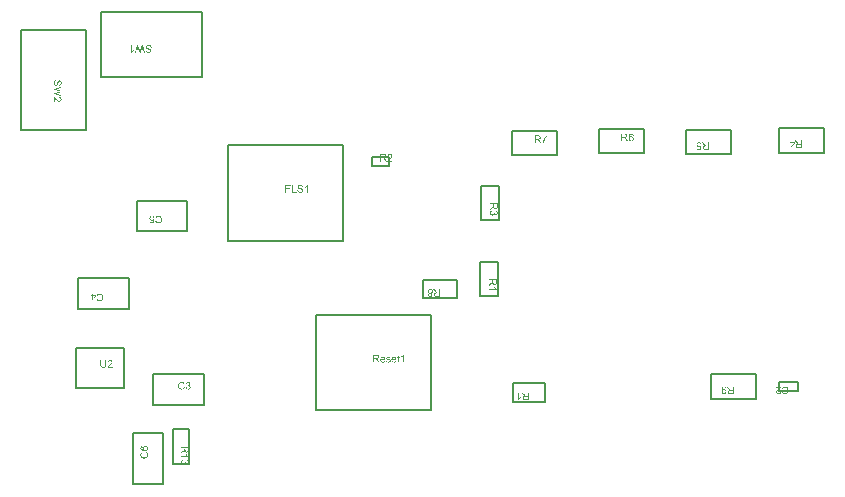
<source format=gbr>
G04*
G04 #@! TF.GenerationSoftware,Altium Limited,Altium Designer,24.1.2 (44)*
G04*
G04 Layer_Color=16711935*
%FSLAX44Y44*%
%MOMM*%
G71*
G04*
G04 #@! TF.SameCoordinates,5DE7BCAC-930E-4ACC-850D-064FDCF0EFED*
G04*
G04*
G04 #@! TF.FilePolarity,Positive*
G04*
G01*
G75*
%ADD11C,0.2000*%
G36*
X108489Y417456D02*
X108572D01*
X108664Y417447D01*
X108775Y417438D01*
X109006Y417401D01*
X109247Y417364D01*
X109487Y417299D01*
X109718Y417216D01*
X109727D01*
X109746Y417207D01*
X109774Y417188D01*
X109811Y417170D01*
X109922Y417114D01*
X110051Y417031D01*
X110199Y416920D01*
X110356Y416791D01*
X110504Y416633D01*
X110643Y416458D01*
Y416449D01*
X110661Y416430D01*
X110670Y416402D01*
X110698Y416365D01*
X110717Y416319D01*
X110744Y416264D01*
X110809Y416125D01*
X110874Y415949D01*
X110929Y415755D01*
X110966Y415533D01*
X110985Y415302D01*
X110190Y415228D01*
Y415237D01*
Y415247D01*
X110181Y415274D01*
Y415311D01*
X110162Y415395D01*
X110134Y415515D01*
X110097Y415635D01*
X110060Y415774D01*
X109995Y415903D01*
X109931Y416023D01*
X109922Y416032D01*
X109894Y416069D01*
X109848Y416134D01*
X109774Y416199D01*
X109681Y416282D01*
X109579Y416365D01*
X109441Y416449D01*
X109293Y416522D01*
X109284D01*
X109274Y416532D01*
X109247Y416541D01*
X109219Y416550D01*
X109127Y416578D01*
X109006Y416615D01*
X108858Y416652D01*
X108692Y416680D01*
X108507Y416698D01*
X108304Y416707D01*
X108220D01*
X108128Y416698D01*
X108017Y416689D01*
X107887Y416670D01*
X107740Y416652D01*
X107592Y416615D01*
X107453Y416569D01*
X107435Y416559D01*
X107388Y416541D01*
X107324Y416504D01*
X107240Y416467D01*
X107157Y416402D01*
X107065Y416338D01*
X106972Y416264D01*
X106898Y416171D01*
X106889Y416162D01*
X106870Y416125D01*
X106843Y416079D01*
X106806Y416005D01*
X106769Y415931D01*
X106741Y415838D01*
X106723Y415737D01*
X106713Y415626D01*
Y415616D01*
Y415570D01*
X106723Y415515D01*
X106732Y415441D01*
X106760Y415367D01*
X106787Y415274D01*
X106833Y415182D01*
X106898Y415099D01*
X106908Y415089D01*
X106935Y415062D01*
X106972Y415025D01*
X107037Y414969D01*
X107111Y414914D01*
X107213Y414849D01*
X107333Y414784D01*
X107472Y414729D01*
X107481Y414720D01*
X107527Y414710D01*
X107601Y414683D01*
X107647Y414673D01*
X107712Y414655D01*
X107777Y414627D01*
X107860Y414609D01*
X107952Y414581D01*
X108063Y414553D01*
X108174Y414525D01*
X108304Y414488D01*
X108451Y414451D01*
X108609Y414414D01*
X108618D01*
X108646Y414405D01*
X108692Y414396D01*
X108747Y414378D01*
X108821Y414359D01*
X108905Y414341D01*
X109089Y414285D01*
X109293Y414220D01*
X109506Y414156D01*
X109690Y414091D01*
X109774Y414054D01*
X109848Y414017D01*
X109857D01*
X109866Y414008D01*
X109922Y413971D01*
X110005Y413924D01*
X110097Y413851D01*
X110208Y413767D01*
X110319Y413666D01*
X110430Y413545D01*
X110522Y413416D01*
X110532Y413397D01*
X110560Y413351D01*
X110597Y413277D01*
X110633Y413185D01*
X110670Y413065D01*
X110707Y412926D01*
X110735Y412778D01*
X110744Y412621D01*
Y412612D01*
Y412602D01*
Y412575D01*
Y412538D01*
X110726Y412445D01*
X110707Y412325D01*
X110680Y412186D01*
X110633Y412029D01*
X110569Y411872D01*
X110476Y411715D01*
Y411706D01*
X110467Y411696D01*
X110421Y411641D01*
X110356Y411567D01*
X110273Y411474D01*
X110162Y411373D01*
X110023Y411262D01*
X109857Y411160D01*
X109672Y411068D01*
X109663D01*
X109644Y411058D01*
X109616Y411049D01*
X109579Y411031D01*
X109533Y411012D01*
X109468Y410994D01*
X109330Y410957D01*
X109154Y410920D01*
X108951Y410883D01*
X108738Y410855D01*
X108498Y410846D01*
X108378D01*
X108313Y410855D01*
X108248D01*
X108073Y410873D01*
X107878Y410901D01*
X107675Y410947D01*
X107453Y411003D01*
X107250Y411077D01*
X107240D01*
X107222Y411086D01*
X107194Y411105D01*
X107157Y411123D01*
X107065Y411169D01*
X106945Y411253D01*
X106806Y411345D01*
X106667Y411465D01*
X106538Y411604D01*
X106418Y411761D01*
Y411770D01*
X106408Y411780D01*
X106390Y411807D01*
X106371Y411835D01*
X106325Y411927D01*
X106270Y412048D01*
X106205Y412196D01*
X106159Y412371D01*
X106112Y412556D01*
X106094Y412760D01*
X106908Y412824D01*
Y412815D01*
Y412797D01*
X106917Y412769D01*
X106926Y412723D01*
X106954Y412621D01*
X106991Y412482D01*
X107046Y412334D01*
X107129Y412186D01*
X107231Y412048D01*
X107360Y411918D01*
X107379Y411909D01*
X107425Y411872D01*
X107518Y411816D01*
X107638Y411761D01*
X107795Y411706D01*
X107980Y411650D01*
X108211Y411613D01*
X108470Y411604D01*
X108600D01*
X108655Y411613D01*
X108729Y411622D01*
X108895Y411641D01*
X109080Y411678D01*
X109265Y411724D01*
X109441Y411798D01*
X109515Y411844D01*
X109589Y411890D01*
X109607Y411900D01*
X109644Y411937D01*
X109700Y412001D01*
X109755Y412075D01*
X109820Y412177D01*
X109875Y412288D01*
X109912Y412417D01*
X109931Y412565D01*
Y412584D01*
Y412621D01*
X109922Y412686D01*
X109903Y412760D01*
X109875Y412852D01*
X109829Y412944D01*
X109774Y413037D01*
X109690Y413129D01*
X109681Y413139D01*
X109635Y413166D01*
X109598Y413194D01*
X109561Y413213D01*
X109506Y413240D01*
X109441Y413277D01*
X109358Y413305D01*
X109265Y413342D01*
X109163Y413379D01*
X109043Y413425D01*
X108914Y413462D01*
X108766Y413508D01*
X108600Y413545D01*
X108414Y413592D01*
X108405D01*
X108368Y413601D01*
X108313Y413610D01*
X108248Y413629D01*
X108165Y413647D01*
X108063Y413675D01*
X107962Y413703D01*
X107851Y413730D01*
X107610Y413795D01*
X107379Y413860D01*
X107268Y413897D01*
X107166Y413934D01*
X107074Y413961D01*
X107000Y413998D01*
X106991D01*
X106972Y414008D01*
X106945Y414026D01*
X106908Y414045D01*
X106806Y414100D01*
X106686Y414174D01*
X106547Y414276D01*
X106408Y414387D01*
X106279Y414516D01*
X106168Y414655D01*
X106159Y414673D01*
X106122Y414720D01*
X106085Y414803D01*
X106029Y414914D01*
X105983Y415043D01*
X105937Y415200D01*
X105909Y415376D01*
X105900Y415561D01*
Y415570D01*
Y415579D01*
Y415607D01*
Y415644D01*
X105918Y415746D01*
X105937Y415875D01*
X105974Y416023D01*
X106020Y416180D01*
X106094Y416347D01*
X106196Y416522D01*
Y416532D01*
X106205Y416541D01*
X106251Y416596D01*
X106316Y416680D01*
X106408Y416772D01*
X106528Y416883D01*
X106676Y417003D01*
X106843Y417114D01*
X107037Y417216D01*
X107046D01*
X107065Y417225D01*
X107092Y417234D01*
X107129Y417253D01*
X107185Y417271D01*
X107250Y417299D01*
X107397Y417336D01*
X107573Y417382D01*
X107786Y417429D01*
X108017Y417456D01*
X108267Y417466D01*
X108414D01*
X108489Y417456D01*
D02*
G37*
G36*
X105326Y410957D02*
X104448D01*
X103496Y415154D01*
Y415163D01*
X103487Y415182D01*
X103477Y415219D01*
X103468Y415265D01*
X103459Y415330D01*
X103440Y415395D01*
X103422Y415478D01*
X103403Y415570D01*
X103357Y415764D01*
X103311Y415986D01*
X103265Y416227D01*
X103218Y416467D01*
Y416458D01*
X103209Y416421D01*
X103191Y416375D01*
X103181Y416301D01*
X103163Y416227D01*
X103135Y416134D01*
X103089Y415931D01*
X103034Y415727D01*
X103015Y415626D01*
X102987Y415533D01*
X102969Y415450D01*
X102950Y415376D01*
X102932Y415321D01*
X102923Y415284D01*
X101712Y410957D01*
X100685D01*
X99779Y414202D01*
Y414211D01*
X99761Y414257D01*
X99742Y414322D01*
X99724Y414405D01*
X99696Y414516D01*
X99659Y414636D01*
X99622Y414775D01*
X99585Y414932D01*
X99539Y415108D01*
X99502Y415284D01*
X99419Y415663D01*
X99335Y416060D01*
X99271Y416467D01*
Y416458D01*
X99261Y416439D01*
Y416402D01*
X99243Y416356D01*
X99234Y416301D01*
X99215Y416236D01*
X99206Y416153D01*
X99178Y416060D01*
X99132Y415857D01*
X99076Y415616D01*
X99021Y415358D01*
X98947Y415071D01*
X97949Y410957D01*
X97089D01*
X98845Y417355D01*
X99677D01*
X101018Y412482D01*
Y412473D01*
X101027Y412454D01*
X101037Y412427D01*
X101046Y412380D01*
X101074Y412279D01*
X101101Y412159D01*
X101138Y412029D01*
X101175Y411909D01*
X101203Y411807D01*
X101212Y411761D01*
X101222Y411733D01*
Y411743D01*
X101231Y411752D01*
X101240Y411807D01*
X101258Y411890D01*
X101286Y411992D01*
X101314Y412103D01*
X101351Y412233D01*
X101379Y412362D01*
X101416Y412482D01*
X102766Y417355D01*
X103653D01*
X105326Y410957D01*
D02*
G37*
G36*
X94444Y412353D02*
X94454Y412362D01*
X94500Y412399D01*
X94555Y412454D01*
X94648Y412519D01*
X94749Y412602D01*
X94879Y412695D01*
X95027Y412797D01*
X95193Y412898D01*
X95203D01*
X95212Y412907D01*
X95267Y412944D01*
X95360Y412991D01*
X95471Y413046D01*
X95600Y413111D01*
X95739Y413176D01*
X95878Y413240D01*
X96016Y413296D01*
Y412538D01*
X96007D01*
X95989Y412519D01*
X95951Y412510D01*
X95905Y412482D01*
X95850Y412454D01*
X95785Y412417D01*
X95628Y412325D01*
X95443Y412223D01*
X95258Y412094D01*
X95064Y411946D01*
X94870Y411789D01*
X94860Y411780D01*
X94851Y411770D01*
X94824Y411743D01*
X94787Y411715D01*
X94703Y411622D01*
X94592Y411511D01*
X94481Y411382D01*
X94361Y411234D01*
X94260Y411086D01*
X94167Y410929D01*
X93659D01*
Y417355D01*
X94444D01*
Y412353D01*
D02*
G37*
G36*
X30337Y387031D02*
X30328D01*
X30319D01*
X30291Y387022D01*
X30254D01*
X30171Y387004D01*
X30051Y386976D01*
X29931Y386939D01*
X29792Y386902D01*
X29662Y386837D01*
X29542Y386772D01*
X29533Y386763D01*
X29496Y386735D01*
X29431Y386689D01*
X29367Y386615D01*
X29283Y386523D01*
X29200Y386421D01*
X29117Y386283D01*
X29043Y386134D01*
Y386125D01*
X29034Y386116D01*
X29025Y386088D01*
X29015Y386061D01*
X28988Y385968D01*
X28951Y385848D01*
X28914Y385700D01*
X28886Y385534D01*
X28867Y385349D01*
X28858Y385145D01*
Y385062D01*
X28867Y384970D01*
X28877Y384859D01*
X28895Y384729D01*
X28914Y384581D01*
X28951Y384433D01*
X28997Y384295D01*
X29006Y384276D01*
X29025Y384230D01*
X29061Y384165D01*
X29098Y384082D01*
X29163Y383999D01*
X29228Y383906D01*
X29302Y383814D01*
X29394Y383740D01*
X29404Y383731D01*
X29441Y383712D01*
X29487Y383684D01*
X29561Y383647D01*
X29635Y383610D01*
X29727Y383583D01*
X29829Y383564D01*
X29940Y383555D01*
X29949D01*
X29995D01*
X30051Y383564D01*
X30125Y383573D01*
X30199Y383601D01*
X30291Y383629D01*
X30384Y383675D01*
X30467Y383740D01*
X30476Y383749D01*
X30504Y383777D01*
X30541Y383814D01*
X30596Y383879D01*
X30652Y383953D01*
X30716Y384054D01*
X30781Y384174D01*
X30837Y384313D01*
X30846Y384322D01*
X30855Y384369D01*
X30883Y384443D01*
X30892Y384489D01*
X30911Y384553D01*
X30938Y384618D01*
X30957Y384701D01*
X30984Y384794D01*
X31012Y384905D01*
X31040Y385016D01*
X31077Y385145D01*
X31114Y385293D01*
X31151Y385450D01*
Y385460D01*
X31160Y385487D01*
X31169Y385534D01*
X31188Y385589D01*
X31206Y385663D01*
X31225Y385746D01*
X31280Y385931D01*
X31345Y386134D01*
X31410Y386347D01*
X31474Y386532D01*
X31511Y386615D01*
X31549Y386689D01*
Y386698D01*
X31558Y386708D01*
X31595Y386763D01*
X31641Y386846D01*
X31715Y386939D01*
X31798Y387050D01*
X31900Y387161D01*
X32020Y387272D01*
X32150Y387364D01*
X32168Y387373D01*
X32214Y387401D01*
X32288Y387438D01*
X32381Y387475D01*
X32501Y387512D01*
X32640Y387549D01*
X32787Y387577D01*
X32945Y387586D01*
X32954D01*
X32963D01*
X32991D01*
X33028D01*
X33120Y387568D01*
X33240Y387549D01*
X33379Y387521D01*
X33536Y387475D01*
X33693Y387410D01*
X33851Y387318D01*
X33860D01*
X33869Y387309D01*
X33925Y387262D01*
X33999Y387198D01*
X34091Y387115D01*
X34193Y387004D01*
X34304Y386865D01*
X34405Y386698D01*
X34498Y386514D01*
Y386504D01*
X34507Y386486D01*
X34516Y386458D01*
X34535Y386421D01*
X34553Y386375D01*
X34572Y386310D01*
X34609Y386171D01*
X34646Y385996D01*
X34683Y385792D01*
X34711Y385580D01*
X34720Y385339D01*
Y385219D01*
X34711Y385154D01*
Y385090D01*
X34692Y384914D01*
X34664Y384720D01*
X34618Y384517D01*
X34563Y384295D01*
X34489Y384091D01*
Y384082D01*
X34479Y384063D01*
X34461Y384036D01*
X34442Y383999D01*
X34396Y383906D01*
X34313Y383786D01*
X34220Y383647D01*
X34100Y383509D01*
X33962Y383379D01*
X33804Y383259D01*
X33795D01*
X33786Y383250D01*
X33758Y383231D01*
X33730Y383213D01*
X33638Y383167D01*
X33518Y383111D01*
X33370Y383046D01*
X33194Y383000D01*
X33009Y382954D01*
X32806Y382936D01*
X32741Y383749D01*
X32750D01*
X32769D01*
X32797Y383758D01*
X32843Y383768D01*
X32945Y383795D01*
X33083Y383832D01*
X33231Y383888D01*
X33379Y383971D01*
X33518Y384073D01*
X33647Y384202D01*
X33656Y384221D01*
X33693Y384267D01*
X33749Y384359D01*
X33804Y384480D01*
X33860Y384637D01*
X33915Y384822D01*
X33952Y385053D01*
X33962Y385312D01*
Y385441D01*
X33952Y385497D01*
X33943Y385571D01*
X33925Y385737D01*
X33888Y385922D01*
X33841Y386107D01*
X33767Y386283D01*
X33721Y386356D01*
X33675Y386430D01*
X33666Y386449D01*
X33629Y386486D01*
X33564Y386541D01*
X33490Y386597D01*
X33388Y386661D01*
X33277Y386717D01*
X33148Y386754D01*
X33000Y386772D01*
X32982D01*
X32945D01*
X32880Y386763D01*
X32806Y386745D01*
X32713Y386717D01*
X32621Y386671D01*
X32529Y386615D01*
X32436Y386532D01*
X32427Y386523D01*
X32399Y386477D01*
X32371Y386440D01*
X32353Y386403D01*
X32325Y386347D01*
X32288Y386283D01*
X32260Y386199D01*
X32223Y386107D01*
X32186Y386005D01*
X32140Y385885D01*
X32103Y385756D01*
X32057Y385607D01*
X32020Y385441D01*
X31974Y385256D01*
Y385247D01*
X31965Y385210D01*
X31955Y385154D01*
X31937Y385090D01*
X31918Y385007D01*
X31891Y384905D01*
X31863Y384803D01*
X31835Y384692D01*
X31770Y384452D01*
X31706Y384221D01*
X31669Y384110D01*
X31632Y384008D01*
X31604Y383916D01*
X31567Y383842D01*
Y383832D01*
X31558Y383814D01*
X31539Y383786D01*
X31521Y383749D01*
X31465Y383647D01*
X31391Y383527D01*
X31290Y383389D01*
X31179Y383250D01*
X31049Y383120D01*
X30911Y383009D01*
X30892Y383000D01*
X30846Y382963D01*
X30763Y382926D01*
X30652Y382871D01*
X30522Y382825D01*
X30365Y382778D01*
X30189Y382751D01*
X30004Y382741D01*
X29995D01*
X29986D01*
X29958D01*
X29921D01*
X29820Y382760D01*
X29690Y382778D01*
X29542Y382815D01*
X29385Y382862D01*
X29219Y382936D01*
X29043Y383037D01*
X29034D01*
X29025Y383046D01*
X28969Y383093D01*
X28886Y383158D01*
X28793Y383250D01*
X28682Y383370D01*
X28562Y383518D01*
X28451Y383684D01*
X28349Y383879D01*
Y383888D01*
X28340Y383906D01*
X28331Y383934D01*
X28312Y383971D01*
X28294Y384026D01*
X28266Y384091D01*
X28229Y384239D01*
X28183Y384415D01*
X28137Y384627D01*
X28109Y384859D01*
X28100Y385108D01*
Y385256D01*
X28109Y385330D01*
Y385413D01*
X28118Y385506D01*
X28128Y385617D01*
X28165Y385848D01*
X28202Y386088D01*
X28266Y386329D01*
X28349Y386560D01*
Y386569D01*
X28359Y386588D01*
X28377Y386615D01*
X28396Y386652D01*
X28451Y386763D01*
X28534Y386893D01*
X28645Y387041D01*
X28775Y387198D01*
X28932Y387346D01*
X29108Y387484D01*
X29117D01*
X29135Y387503D01*
X29163Y387512D01*
X29200Y387540D01*
X29246Y387558D01*
X29302Y387586D01*
X29441Y387651D01*
X29616Y387715D01*
X29810Y387771D01*
X30032Y387808D01*
X30263Y387826D01*
X30337Y387031D01*
D02*
G37*
G36*
X34609Y381290D02*
X30411Y380337D01*
X30402D01*
X30384Y380328D01*
X30347Y380319D01*
X30300Y380310D01*
X30236Y380301D01*
X30171Y380282D01*
X30088Y380264D01*
X29995Y380245D01*
X29801Y380199D01*
X29579Y380153D01*
X29339Y380106D01*
X29098Y380060D01*
X29108D01*
X29145Y380051D01*
X29191Y380032D01*
X29265Y380023D01*
X29339Y380005D01*
X29431Y379977D01*
X29635Y379931D01*
X29838Y379875D01*
X29940Y379857D01*
X30032Y379829D01*
X30115Y379810D01*
X30189Y379792D01*
X30245Y379774D01*
X30282Y379764D01*
X34609Y378553D01*
Y377527D01*
X31364Y376621D01*
X31354D01*
X31308Y376602D01*
X31243Y376584D01*
X31160Y376565D01*
X31049Y376538D01*
X30929Y376501D01*
X30790Y376464D01*
X30633Y376427D01*
X30457Y376380D01*
X30282Y376343D01*
X29903Y376260D01*
X29505Y376177D01*
X29098Y376112D01*
X29108D01*
X29126Y376103D01*
X29163D01*
X29209Y376085D01*
X29265Y376075D01*
X29330Y376057D01*
X29413Y376048D01*
X29505Y376020D01*
X29709Y375974D01*
X29949Y375918D01*
X30208Y375863D01*
X30494Y375789D01*
X34609Y374790D01*
Y373930D01*
X28211Y375687D01*
Y376519D01*
X33083Y377860D01*
X33093D01*
X33111Y377869D01*
X33139Y377878D01*
X33185Y377887D01*
X33287Y377915D01*
X33407Y377943D01*
X33536Y377980D01*
X33656Y378017D01*
X33758Y378045D01*
X33804Y378054D01*
X33832Y378063D01*
X33823D01*
X33814Y378072D01*
X33758Y378082D01*
X33675Y378100D01*
X33573Y378128D01*
X33462Y378156D01*
X33333Y378193D01*
X33203Y378220D01*
X33083Y378257D01*
X28211Y379607D01*
Y380495D01*
X34609Y382168D01*
Y381290D01*
D02*
G37*
G36*
X28386Y373560D02*
X28470Y373551D01*
X28562Y373533D01*
X28655Y373514D01*
X28756Y373477D01*
X28766D01*
X28775Y373468D01*
X28830Y373450D01*
X28914Y373413D01*
X29025Y373357D01*
X29154Y373283D01*
X29302Y373191D01*
X29450Y373089D01*
X29607Y372960D01*
X29616D01*
X29625Y372941D01*
X29681Y372895D01*
X29764Y372812D01*
X29884Y372691D01*
X30023Y372553D01*
X30189Y372377D01*
X30374Y372164D01*
X30568Y371933D01*
X30578Y371924D01*
X30605Y371887D01*
X30652Y371832D01*
X30707Y371767D01*
X30781Y371684D01*
X30864Y371582D01*
X30957Y371480D01*
X31058Y371360D01*
X31280Y371129D01*
X31502Y370898D01*
X31613Y370787D01*
X31724Y370685D01*
X31826Y370593D01*
X31928Y370519D01*
X31937D01*
X31946Y370500D01*
X31974Y370482D01*
X32011Y370463D01*
X32113Y370398D01*
X32233Y370325D01*
X32381Y370260D01*
X32538Y370195D01*
X32713Y370158D01*
X32880Y370140D01*
X32889D01*
X32898D01*
X32954Y370149D01*
X33046Y370158D01*
X33148Y370186D01*
X33277Y370223D01*
X33407Y370288D01*
X33536Y370371D01*
X33666Y370482D01*
X33684Y370500D01*
X33721Y370546D01*
X33767Y370611D01*
X33832Y370713D01*
X33888Y370842D01*
X33943Y370990D01*
X33980Y371166D01*
X33989Y371360D01*
Y371415D01*
X33980Y371452D01*
X33971Y371563D01*
X33943Y371693D01*
X33906Y371832D01*
X33841Y371989D01*
X33758Y372137D01*
X33647Y372275D01*
X33629Y372294D01*
X33582Y372331D01*
X33509Y372386D01*
X33398Y372442D01*
X33268Y372506D01*
X33102Y372562D01*
X32917Y372599D01*
X32704Y372617D01*
X32787Y373422D01*
X32797D01*
X32824Y373413D01*
X32871D01*
X32935Y373403D01*
X33009Y373385D01*
X33093Y373366D01*
X33194Y373339D01*
X33296Y373311D01*
X33518Y373237D01*
X33740Y373126D01*
X33851Y373061D01*
X33962Y372978D01*
X34063Y372895D01*
X34156Y372802D01*
X34165Y372793D01*
X34174Y372775D01*
X34202Y372747D01*
X34230Y372701D01*
X34267Y372645D01*
X34304Y372580D01*
X34350Y372506D01*
X34396Y372414D01*
X34442Y372312D01*
X34489Y372201D01*
X34526Y372081D01*
X34563Y371952D01*
X34590Y371813D01*
X34618Y371665D01*
X34627Y371508D01*
X34636Y371342D01*
Y371249D01*
X34627Y371184D01*
X34618Y371110D01*
X34609Y371018D01*
X34590Y370916D01*
X34572Y370815D01*
X34507Y370574D01*
X34415Y370334D01*
X34359Y370214D01*
X34294Y370093D01*
X34211Y369982D01*
X34119Y369881D01*
X34109Y369871D01*
X34100Y369853D01*
X34063Y369835D01*
X34026Y369798D01*
X33980Y369751D01*
X33915Y369705D01*
X33851Y369659D01*
X33767Y369603D01*
X33592Y369511D01*
X33370Y369418D01*
X33259Y369381D01*
X33129Y369363D01*
X33000Y369344D01*
X32861Y369335D01*
X32843D01*
X32797D01*
X32723Y369344D01*
X32621Y369354D01*
X32510Y369372D01*
X32381Y369409D01*
X32242Y369446D01*
X32103Y369502D01*
X32085Y369511D01*
X32039Y369529D01*
X31965Y369566D01*
X31863Y369622D01*
X31752Y369696D01*
X31613Y369788D01*
X31474Y369899D01*
X31317Y370029D01*
X31299Y370047D01*
X31243Y370093D01*
X31197Y370140D01*
X31151Y370186D01*
X31095Y370241D01*
X31021Y370315D01*
X30947Y370389D01*
X30864Y370482D01*
X30772Y370574D01*
X30670Y370685D01*
X30568Y370805D01*
X30448Y370935D01*
X30328Y371083D01*
X30199Y371231D01*
X30189Y371240D01*
X30171Y371258D01*
X30143Y371295D01*
X30106Y371342D01*
X30051Y371397D01*
X29995Y371462D01*
X29875Y371610D01*
X29736Y371767D01*
X29598Y371915D01*
X29478Y372044D01*
X29431Y372100D01*
X29385Y372146D01*
X29376Y372155D01*
X29348Y372183D01*
X29311Y372220D01*
X29256Y372266D01*
X29191Y372312D01*
X29126Y372368D01*
X28969Y372479D01*
Y369326D01*
X28211D01*
Y373570D01*
X28220D01*
X28257D01*
X28312D01*
X28386Y373560D01*
D02*
G37*
G36*
X67021Y207001D02*
X67104D01*
X67206Y206992D01*
X67317Y206973D01*
X67446Y206955D01*
X67714Y206908D01*
X67992Y206834D01*
X68269Y206733D01*
X68398Y206668D01*
X68528Y206594D01*
X68537Y206585D01*
X68556Y206576D01*
X68593Y206548D01*
X68630Y206511D01*
X68685Y206474D01*
X68750Y206418D01*
X68824Y206354D01*
X68898Y206280D01*
X68972Y206196D01*
X69055Y206113D01*
X69221Y205901D01*
X69379Y205651D01*
X69517Y205374D01*
Y205364D01*
X69536Y205337D01*
X69545Y205290D01*
X69573Y205235D01*
X69591Y205161D01*
X69619Y205068D01*
X69656Y204967D01*
X69684Y204856D01*
X69711Y204736D01*
X69748Y204597D01*
X69795Y204310D01*
X69832Y203987D01*
X69850Y203654D01*
Y203645D01*
Y203608D01*
Y203552D01*
X69841Y203487D01*
Y203395D01*
X69832Y203303D01*
X69822Y203182D01*
X69804Y203062D01*
X69758Y202794D01*
X69693Y202498D01*
X69600Y202202D01*
X69471Y201916D01*
X69462Y201907D01*
X69453Y201879D01*
X69434Y201842D01*
X69397Y201796D01*
X69360Y201731D01*
X69314Y201657D01*
X69194Y201490D01*
X69036Y201306D01*
X68852Y201121D01*
X68639Y200936D01*
X68389Y200779D01*
X68380Y200769D01*
X68352Y200760D01*
X68315Y200742D01*
X68269Y200714D01*
X68195Y200686D01*
X68121Y200658D01*
X68029Y200621D01*
X67927Y200584D01*
X67816Y200547D01*
X67696Y200510D01*
X67437Y200455D01*
X67141Y200409D01*
X66836Y200390D01*
X66744D01*
X66679Y200399D01*
X66596Y200409D01*
X66494Y200418D01*
X66392Y200427D01*
X66272Y200455D01*
X66022Y200510D01*
X65745Y200594D01*
X65606Y200649D01*
X65477Y200714D01*
X65347Y200797D01*
X65218Y200880D01*
X65209Y200889D01*
X65190Y200899D01*
X65153Y200926D01*
X65107Y200973D01*
X65061Y201019D01*
X64996Y201084D01*
X64931Y201158D01*
X64858Y201232D01*
X64784Y201324D01*
X64710Y201435D01*
X64626Y201546D01*
X64552Y201666D01*
X64488Y201805D01*
X64414Y201943D01*
X64358Y202091D01*
X64303Y202258D01*
X65135Y202452D01*
Y202443D01*
X65144Y202424D01*
X65163Y202387D01*
X65181Y202341D01*
X65199Y202286D01*
X65227Y202212D01*
X65301Y202064D01*
X65394Y201897D01*
X65505Y201731D01*
X65643Y201574D01*
X65791Y201435D01*
X65810Y201416D01*
X65865Y201380D01*
X65958Y201333D01*
X66078Y201269D01*
X66235Y201213D01*
X66411Y201158D01*
X66623Y201121D01*
X66855Y201111D01*
X66929D01*
X66975Y201121D01*
X67039D01*
X67113Y201130D01*
X67289Y201158D01*
X67483Y201195D01*
X67687Y201259D01*
X67899Y201352D01*
X68093Y201472D01*
X68103D01*
X68112Y201490D01*
X68177Y201537D01*
X68260Y201611D01*
X68362Y201722D01*
X68482Y201860D01*
X68593Y202017D01*
X68694Y202212D01*
X68787Y202424D01*
Y202433D01*
X68796Y202452D01*
X68805Y202480D01*
X68815Y202526D01*
X68833Y202581D01*
X68852Y202646D01*
X68879Y202803D01*
X68916Y202988D01*
X68953Y203192D01*
X68972Y203414D01*
X68981Y203654D01*
Y203663D01*
Y203691D01*
Y203737D01*
Y203793D01*
X68972Y203857D01*
Y203941D01*
X68962Y204033D01*
X68953Y204135D01*
X68925Y204357D01*
X68879Y204597D01*
X68824Y204837D01*
X68750Y205078D01*
Y205087D01*
X68741Y205105D01*
X68722Y205133D01*
X68704Y205179D01*
X68648Y205290D01*
X68565Y205420D01*
X68463Y205568D01*
X68334Y205725D01*
X68186Y205864D01*
X68010Y205993D01*
X68001D01*
X67983Y206002D01*
X67955Y206021D01*
X67918Y206039D01*
X67871Y206058D01*
X67816Y206085D01*
X67687Y206141D01*
X67520Y206196D01*
X67335Y206243D01*
X67132Y206280D01*
X66919Y206289D01*
X66855D01*
X66799Y206280D01*
X66734D01*
X66670Y206270D01*
X66503Y206233D01*
X66309Y206187D01*
X66115Y206113D01*
X65911Y206012D01*
X65810Y205956D01*
X65717Y205882D01*
X65708Y205873D01*
X65699Y205864D01*
X65671Y205836D01*
X65634Y205808D01*
X65597Y205762D01*
X65551Y205706D01*
X65495Y205651D01*
X65449Y205577D01*
X65394Y205494D01*
X65329Y205401D01*
X65273Y205309D01*
X65218Y205198D01*
X65172Y205078D01*
X65126Y204948D01*
X65079Y204810D01*
X65042Y204662D01*
X64192Y204874D01*
Y204884D01*
X64201Y204921D01*
X64219Y204976D01*
X64247Y205050D01*
X64275Y205133D01*
X64312Y205235D01*
X64358Y205346D01*
X64414Y205466D01*
X64543Y205725D01*
X64710Y205984D01*
X64811Y206113D01*
X64913Y206243D01*
X65024Y206354D01*
X65153Y206465D01*
X65163Y206474D01*
X65181Y206492D01*
X65227Y206511D01*
X65273Y206548D01*
X65347Y206594D01*
X65421Y206640D01*
X65523Y206686D01*
X65625Y206733D01*
X65745Y206788D01*
X65875Y206834D01*
X66013Y206881D01*
X66161Y206927D01*
X66318Y206964D01*
X66485Y206982D01*
X66660Y207001D01*
X66845Y207010D01*
X66947D01*
X67021Y207001D01*
D02*
G37*
G36*
X60956Y205364D02*
X63739D01*
Y204643D01*
X60808Y200501D01*
X60170D01*
Y204643D01*
X59301D01*
Y205364D01*
X60170D01*
Y206899D01*
X60956D01*
Y205364D01*
D02*
G37*
G36*
X111408Y272980D02*
X111482Y272971D01*
X111565Y272961D01*
X111667Y272952D01*
X111769Y272924D01*
X112000Y272869D01*
X112231Y272786D01*
X112351Y272730D01*
X112471Y272665D01*
X112582Y272591D01*
X112693Y272508D01*
X112702Y272499D01*
X112721Y272490D01*
X112739Y272453D01*
X112776Y272416D01*
X112823Y272370D01*
X112869Y272314D01*
X112924Y272240D01*
X112971Y272157D01*
X113026Y272074D01*
X113082Y271972D01*
X113183Y271750D01*
X113266Y271491D01*
X113294Y271353D01*
X113313Y271205D01*
X112490Y271140D01*
Y271149D01*
Y271168D01*
X112480Y271195D01*
X112471Y271242D01*
X112444Y271343D01*
X112407Y271482D01*
X112351Y271621D01*
X112277Y271778D01*
X112185Y271917D01*
X112074Y272046D01*
X112055Y272055D01*
X112018Y272092D01*
X111944Y272138D01*
X111843Y272194D01*
X111732Y272249D01*
X111593Y272296D01*
X111436Y272333D01*
X111260Y272342D01*
X111205D01*
X111168Y272333D01*
X111057Y272323D01*
X110927Y272286D01*
X110770Y272240D01*
X110613Y272166D01*
X110447Y272055D01*
X110372Y271991D01*
X110299Y271917D01*
X110289Y271907D01*
X110280Y271898D01*
X110262Y271870D01*
X110234Y271843D01*
X110169Y271741D01*
X110095Y271611D01*
X110030Y271454D01*
X109966Y271260D01*
X109920Y271029D01*
X109901Y270909D01*
Y270779D01*
Y270770D01*
Y270752D01*
Y270715D01*
X109910Y270668D01*
Y270613D01*
X109920Y270548D01*
X109947Y270400D01*
X109993Y270225D01*
X110058Y270049D01*
X110151Y269883D01*
X110280Y269725D01*
Y269716D01*
X110299Y269707D01*
X110345Y269661D01*
X110428Y269596D01*
X110539Y269522D01*
X110687Y269457D01*
X110853Y269393D01*
X111047Y269346D01*
X111158Y269328D01*
X111334D01*
X111408Y269337D01*
X111501Y269346D01*
X111611Y269374D01*
X111722Y269402D01*
X111843Y269448D01*
X111963Y269503D01*
X111972Y269513D01*
X112009Y269531D01*
X112065Y269577D01*
X112138Y269624D01*
X112212Y269688D01*
X112286Y269771D01*
X112370Y269855D01*
X112434Y269956D01*
X113174Y269855D01*
X112555Y266563D01*
X109374D01*
Y267312D01*
X111935D01*
X112277Y269041D01*
X112268Y269032D01*
X112249Y269023D01*
X112222Y269004D01*
X112175Y268976D01*
X112120Y268949D01*
X112055Y268912D01*
X111907Y268838D01*
X111722Y268764D01*
X111519Y268699D01*
X111297Y268653D01*
X111186Y268634D01*
X110983D01*
X110927Y268644D01*
X110853Y268653D01*
X110770Y268662D01*
X110678Y268681D01*
X110576Y268708D01*
X110354Y268773D01*
X110234Y268819D01*
X110114Y268884D01*
X109993Y268949D01*
X109873Y269023D01*
X109762Y269115D01*
X109651Y269217D01*
X109642Y269226D01*
X109624Y269244D01*
X109596Y269272D01*
X109559Y269319D01*
X109513Y269383D01*
X109466Y269448D01*
X109411Y269531D01*
X109355Y269624D01*
X109309Y269725D01*
X109254Y269836D01*
X109208Y269966D01*
X109161Y270095D01*
X109124Y270234D01*
X109097Y270391D01*
X109078Y270548D01*
X109069Y270715D01*
Y270724D01*
Y270752D01*
Y270798D01*
X109078Y270863D01*
X109087Y270937D01*
X109097Y271020D01*
X109115Y271121D01*
X109134Y271223D01*
X109189Y271464D01*
X109282Y271713D01*
X109337Y271843D01*
X109411Y271963D01*
X109485Y272092D01*
X109577Y272212D01*
X109587Y272222D01*
X109605Y272249D01*
X109642Y272286D01*
X109688Y272333D01*
X109753Y272388D01*
X109827Y272462D01*
X109920Y272527D01*
X110021Y272601D01*
X110132Y272675D01*
X110262Y272739D01*
X110400Y272804D01*
X110548Y272869D01*
X110705Y272915D01*
X110881Y272952D01*
X111066Y272980D01*
X111260Y272989D01*
X111343D01*
X111408Y272980D01*
D02*
G37*
G36*
X116863D02*
X116946D01*
X117048Y272971D01*
X117159Y272952D01*
X117288Y272934D01*
X117556Y272887D01*
X117834Y272813D01*
X118111Y272712D01*
X118240Y272647D01*
X118370Y272573D01*
X118379Y272564D01*
X118398Y272554D01*
X118435Y272527D01*
X118472Y272490D01*
X118527Y272453D01*
X118592Y272397D01*
X118666Y272333D01*
X118740Y272259D01*
X118814Y272175D01*
X118897Y272092D01*
X119063Y271880D01*
X119221Y271630D01*
X119359Y271353D01*
Y271343D01*
X119378Y271316D01*
X119387Y271269D01*
X119415Y271214D01*
X119433Y271140D01*
X119461Y271047D01*
X119498Y270946D01*
X119526Y270835D01*
X119553Y270715D01*
X119590Y270576D01*
X119637Y270289D01*
X119674Y269966D01*
X119692Y269633D01*
Y269624D01*
Y269587D01*
Y269531D01*
X119683Y269466D01*
Y269374D01*
X119674Y269282D01*
X119664Y269161D01*
X119646Y269041D01*
X119600Y268773D01*
X119535Y268477D01*
X119443Y268181D01*
X119313Y267895D01*
X119304Y267885D01*
X119295Y267858D01*
X119276Y267821D01*
X119239Y267775D01*
X119202Y267710D01*
X119156Y267636D01*
X119036Y267469D01*
X118878Y267285D01*
X118694Y267100D01*
X118481Y266915D01*
X118231Y266758D01*
X118222Y266748D01*
X118194Y266739D01*
X118157Y266721D01*
X118111Y266693D01*
X118037Y266665D01*
X117963Y266637D01*
X117871Y266600D01*
X117769Y266563D01*
X117658Y266526D01*
X117538Y266489D01*
X117279Y266434D01*
X116983Y266388D01*
X116678Y266369D01*
X116586D01*
X116521Y266378D01*
X116438Y266388D01*
X116336Y266397D01*
X116234Y266406D01*
X116114Y266434D01*
X115864Y266489D01*
X115587Y266573D01*
X115448Y266628D01*
X115319Y266693D01*
X115190Y266776D01*
X115060Y266859D01*
X115051Y266868D01*
X115032Y266878D01*
X114995Y266905D01*
X114949Y266952D01*
X114903Y266998D01*
X114838Y267063D01*
X114773Y267136D01*
X114699Y267211D01*
X114626Y267303D01*
X114551Y267414D01*
X114468Y267525D01*
X114394Y267645D01*
X114330Y267784D01*
X114256Y267922D01*
X114200Y268070D01*
X114145Y268237D01*
X114977Y268431D01*
Y268422D01*
X114986Y268403D01*
X115005Y268366D01*
X115023Y268320D01*
X115042Y268265D01*
X115069Y268190D01*
X115143Y268043D01*
X115236Y267876D01*
X115347Y267710D01*
X115485Y267553D01*
X115633Y267414D01*
X115652Y267395D01*
X115707Y267358D01*
X115800Y267312D01*
X115920Y267248D01*
X116077Y267192D01*
X116253Y267136D01*
X116465Y267100D01*
X116697Y267090D01*
X116770D01*
X116817Y267100D01*
X116881D01*
X116955Y267109D01*
X117131Y267136D01*
X117325Y267174D01*
X117529Y267238D01*
X117741Y267331D01*
X117935Y267451D01*
X117945D01*
X117954Y267469D01*
X118019Y267516D01*
X118102Y267590D01*
X118203Y267701D01*
X118324Y267839D01*
X118435Y267996D01*
X118536Y268190D01*
X118629Y268403D01*
Y268412D01*
X118638Y268431D01*
X118647Y268459D01*
X118657Y268505D01*
X118675Y268560D01*
X118694Y268625D01*
X118721Y268782D01*
X118758Y268967D01*
X118795Y269171D01*
X118814Y269393D01*
X118823Y269633D01*
Y269642D01*
Y269670D01*
Y269716D01*
Y269771D01*
X118814Y269836D01*
Y269919D01*
X118805Y270012D01*
X118795Y270114D01*
X118767Y270336D01*
X118721Y270576D01*
X118666Y270816D01*
X118592Y271057D01*
Y271066D01*
X118583Y271084D01*
X118564Y271112D01*
X118546Y271158D01*
X118490Y271269D01*
X118407Y271399D01*
X118305Y271547D01*
X118176Y271704D01*
X118028Y271843D01*
X117852Y271972D01*
X117843D01*
X117824Y271981D01*
X117797Y272000D01*
X117760Y272018D01*
X117713Y272037D01*
X117658Y272064D01*
X117529Y272120D01*
X117362Y272175D01*
X117177Y272222D01*
X116974Y272259D01*
X116761Y272268D01*
X116697D01*
X116641Y272259D01*
X116576D01*
X116512Y272249D01*
X116345Y272212D01*
X116151Y272166D01*
X115957Y272092D01*
X115753Y271991D01*
X115652Y271935D01*
X115559Y271861D01*
X115550Y271852D01*
X115541Y271843D01*
X115513Y271815D01*
X115476Y271787D01*
X115439Y271741D01*
X115393Y271685D01*
X115337Y271630D01*
X115291Y271556D01*
X115236Y271473D01*
X115171Y271380D01*
X115115Y271288D01*
X115060Y271177D01*
X115014Y271057D01*
X114968Y270927D01*
X114921Y270789D01*
X114884Y270641D01*
X114034Y270853D01*
Y270863D01*
X114043Y270900D01*
X114061Y270955D01*
X114089Y271029D01*
X114117Y271112D01*
X114154Y271214D01*
X114200Y271325D01*
X114256Y271445D01*
X114385Y271704D01*
X114551Y271963D01*
X114653Y272092D01*
X114755Y272222D01*
X114866Y272333D01*
X114995Y272444D01*
X115005Y272453D01*
X115023Y272471D01*
X115069Y272490D01*
X115115Y272527D01*
X115190Y272573D01*
X115263Y272619D01*
X115365Y272665D01*
X115467Y272712D01*
X115587Y272767D01*
X115716Y272813D01*
X115855Y272860D01*
X116003Y272906D01*
X116160Y272943D01*
X116327Y272961D01*
X116502Y272980D01*
X116687Y272989D01*
X116789D01*
X116863Y272980D01*
D02*
G37*
G36*
X72607Y146931D02*
Y146921D01*
Y146884D01*
Y146838D01*
Y146774D01*
X72598Y146690D01*
Y146598D01*
X72589Y146487D01*
X72579Y146376D01*
X72552Y146126D01*
X72515Y145867D01*
X72459Y145618D01*
X72422Y145498D01*
X72385Y145387D01*
Y145377D01*
X72376Y145359D01*
X72358Y145331D01*
X72339Y145294D01*
X72284Y145192D01*
X72200Y145063D01*
X72089Y144915D01*
X71960Y144767D01*
X71794Y144610D01*
X71590Y144471D01*
X71581D01*
X71562Y144453D01*
X71535Y144444D01*
X71488Y144416D01*
X71433Y144388D01*
X71359Y144360D01*
X71285Y144333D01*
X71193Y144296D01*
X71091Y144259D01*
X70980Y144231D01*
X70860Y144203D01*
X70721Y144176D01*
X70582Y144157D01*
X70434Y144138D01*
X70102Y144120D01*
X70018D01*
X69954Y144129D01*
X69880D01*
X69787Y144138D01*
X69686Y144148D01*
X69584Y144157D01*
X69353Y144194D01*
X69103Y144249D01*
X68863Y144323D01*
X68632Y144425D01*
X68622D01*
X68604Y144444D01*
X68576Y144462D01*
X68539Y144481D01*
X68437Y144555D01*
X68317Y144656D01*
X68179Y144786D01*
X68049Y144934D01*
X67920Y145119D01*
X67818Y145322D01*
Y145331D01*
X67809Y145350D01*
X67800Y145387D01*
X67781Y145433D01*
X67762Y145488D01*
X67744Y145562D01*
X67716Y145646D01*
X67698Y145747D01*
X67679Y145858D01*
X67652Y145978D01*
X67633Y146108D01*
X67615Y146247D01*
X67596Y146404D01*
X67587Y146570D01*
X67578Y146746D01*
Y146931D01*
Y150629D01*
X68428D01*
Y146931D01*
Y146921D01*
Y146894D01*
Y146847D01*
Y146792D01*
X68437Y146727D01*
Y146644D01*
X68447Y146468D01*
X68465Y146265D01*
X68493Y146062D01*
X68530Y145867D01*
X68548Y145784D01*
X68576Y145701D01*
X68585Y145682D01*
X68604Y145636D01*
X68650Y145571D01*
X68706Y145479D01*
X68770Y145387D01*
X68863Y145285D01*
X68974Y145183D01*
X69103Y145100D01*
X69122Y145091D01*
X69168Y145063D01*
X69251Y145035D01*
X69362Y144998D01*
X69491Y144952D01*
X69658Y144924D01*
X69833Y144897D01*
X70028Y144887D01*
X70120D01*
X70176Y144897D01*
X70259D01*
X70342Y144906D01*
X70545Y144943D01*
X70767Y144989D01*
X70980Y145063D01*
X71183Y145165D01*
X71276Y145230D01*
X71359Y145303D01*
X71368Y145313D01*
X71378Y145322D01*
X71396Y145350D01*
X71424Y145387D01*
X71452Y145442D01*
X71488Y145498D01*
X71526Y145581D01*
X71562Y145664D01*
X71599Y145766D01*
X71627Y145886D01*
X71664Y146025D01*
X71692Y146173D01*
X71720Y146339D01*
X71738Y146515D01*
X71757Y146718D01*
Y146931D01*
Y150629D01*
X72607D01*
Y146931D01*
D02*
G37*
G36*
X75973Y150647D02*
X76047Y150638D01*
X76139Y150629D01*
X76241Y150610D01*
X76342Y150592D01*
X76583Y150527D01*
X76823Y150435D01*
X76943Y150379D01*
X77064Y150315D01*
X77175Y150231D01*
X77276Y150139D01*
X77285Y150130D01*
X77304Y150120D01*
X77323Y150083D01*
X77359Y150046D01*
X77406Y150000D01*
X77452Y149936D01*
X77498Y149871D01*
X77554Y149788D01*
X77646Y149612D01*
X77738Y149390D01*
X77776Y149279D01*
X77794Y149150D01*
X77812Y149020D01*
X77822Y148882D01*
Y148863D01*
Y148817D01*
X77812Y148743D01*
X77803Y148641D01*
X77785Y148530D01*
X77748Y148401D01*
X77711Y148262D01*
X77655Y148123D01*
X77646Y148105D01*
X77628Y148059D01*
X77591Y147985D01*
X77535Y147883D01*
X77461Y147772D01*
X77369Y147633D01*
X77258Y147495D01*
X77128Y147337D01*
X77110Y147319D01*
X77064Y147263D01*
X77017Y147217D01*
X76971Y147171D01*
X76916Y147116D01*
X76842Y147042D01*
X76768Y146968D01*
X76675Y146884D01*
X76583Y146792D01*
X76472Y146690D01*
X76352Y146589D01*
X76222Y146468D01*
X76074Y146348D01*
X75926Y146219D01*
X75917Y146209D01*
X75899Y146191D01*
X75862Y146163D01*
X75815Y146126D01*
X75760Y146071D01*
X75695Y146015D01*
X75547Y145895D01*
X75390Y145757D01*
X75242Y145618D01*
X75113Y145498D01*
X75057Y145451D01*
X75011Y145405D01*
X75002Y145396D01*
X74974Y145368D01*
X74937Y145331D01*
X74891Y145276D01*
X74845Y145211D01*
X74789Y145146D01*
X74678Y144989D01*
X77831D01*
Y144231D01*
X73587D01*
Y144240D01*
Y144277D01*
Y144333D01*
X73597Y144407D01*
X73606Y144490D01*
X73624Y144582D01*
X73643Y144675D01*
X73680Y144776D01*
Y144786D01*
X73689Y144795D01*
X73707Y144850D01*
X73744Y144934D01*
X73800Y145044D01*
X73874Y145174D01*
X73966Y145322D01*
X74068Y145470D01*
X74197Y145627D01*
Y145636D01*
X74216Y145646D01*
X74262Y145701D01*
X74345Y145784D01*
X74466Y145904D01*
X74604Y146043D01*
X74780Y146209D01*
X74993Y146394D01*
X75224Y146589D01*
X75233Y146598D01*
X75270Y146625D01*
X75325Y146672D01*
X75390Y146727D01*
X75473Y146801D01*
X75575Y146884D01*
X75677Y146977D01*
X75797Y147079D01*
X76028Y147301D01*
X76259Y147522D01*
X76370Y147633D01*
X76472Y147744D01*
X76564Y147846D01*
X76638Y147948D01*
Y147957D01*
X76657Y147966D01*
X76675Y147994D01*
X76694Y148031D01*
X76758Y148133D01*
X76832Y148253D01*
X76897Y148401D01*
X76962Y148558D01*
X76999Y148734D01*
X77017Y148900D01*
Y148909D01*
Y148918D01*
X77008Y148974D01*
X76999Y149066D01*
X76971Y149168D01*
X76934Y149298D01*
X76869Y149427D01*
X76786Y149556D01*
X76675Y149686D01*
X76657Y149704D01*
X76610Y149741D01*
X76546Y149788D01*
X76444Y149852D01*
X76315Y149908D01*
X76167Y149963D01*
X75991Y150000D01*
X75797Y150009D01*
X75742D01*
X75704Y150000D01*
X75594Y149991D01*
X75464Y149963D01*
X75325Y149926D01*
X75168Y149861D01*
X75020Y149778D01*
X74882Y149667D01*
X74863Y149649D01*
X74826Y149603D01*
X74771Y149529D01*
X74715Y149418D01*
X74651Y149288D01*
X74595Y149122D01*
X74558Y148937D01*
X74539Y148724D01*
X73735Y148807D01*
Y148817D01*
X73744Y148844D01*
Y148891D01*
X73754Y148955D01*
X73772Y149029D01*
X73791Y149113D01*
X73818Y149214D01*
X73846Y149316D01*
X73920Y149538D01*
X74031Y149760D01*
X74096Y149871D01*
X74179Y149982D01*
X74262Y150083D01*
X74355Y150176D01*
X74364Y150185D01*
X74382Y150194D01*
X74410Y150222D01*
X74456Y150250D01*
X74512Y150287D01*
X74577Y150324D01*
X74651Y150370D01*
X74743Y150416D01*
X74845Y150463D01*
X74956Y150509D01*
X75076Y150546D01*
X75205Y150583D01*
X75344Y150610D01*
X75492Y150638D01*
X75649Y150647D01*
X75815Y150657D01*
X75908D01*
X75973Y150647D01*
D02*
G37*
G36*
X136521Y132340D02*
X136604Y132331D01*
X136706Y132322D01*
X136808Y132313D01*
X136928Y132285D01*
X137178Y132229D01*
X137455Y132146D01*
X137594Y132091D01*
X137723Y132026D01*
X137852Y131943D01*
X137982Y131860D01*
X137991Y131851D01*
X138010Y131841D01*
X138047Y131813D01*
X138093Y131767D01*
X138139Y131721D01*
X138204Y131656D01*
X138268Y131582D01*
X138343Y131508D01*
X138417Y131416D01*
X138490Y131305D01*
X138574Y131194D01*
X138648Y131074D01*
X138712Y130935D01*
X138786Y130796D01*
X138842Y130648D01*
X138897Y130482D01*
X138065Y130288D01*
Y130297D01*
X138056Y130316D01*
X138037Y130353D01*
X138019Y130399D01*
X138000Y130454D01*
X137973Y130528D01*
X137899Y130676D01*
X137806Y130843D01*
X137695Y131009D01*
X137557Y131166D01*
X137409Y131305D01*
X137390Y131323D01*
X137335Y131360D01*
X137242Y131407D01*
X137122Y131471D01*
X136965Y131527D01*
X136789Y131582D01*
X136577Y131619D01*
X136345Y131629D01*
X136271D01*
X136225Y131619D01*
X136160D01*
X136087Y131610D01*
X135911Y131582D01*
X135717Y131545D01*
X135513Y131481D01*
X135301Y131388D01*
X135106Y131268D01*
X135097D01*
X135088Y131250D01*
X135023Y131203D01*
X134940Y131129D01*
X134838Y131018D01*
X134718Y130880D01*
X134607Y130723D01*
X134506Y130528D01*
X134413Y130316D01*
Y130306D01*
X134404Y130288D01*
X134395Y130260D01*
X134385Y130214D01*
X134367Y130159D01*
X134348Y130094D01*
X134321Y129937D01*
X134284Y129752D01*
X134247Y129548D01*
X134228Y129326D01*
X134219Y129086D01*
Y129077D01*
Y129049D01*
Y129003D01*
Y128947D01*
X134228Y128883D01*
Y128799D01*
X134237Y128707D01*
X134247Y128605D01*
X134274Y128383D01*
X134321Y128143D01*
X134376Y127903D01*
X134450Y127662D01*
Y127653D01*
X134459Y127634D01*
X134478Y127607D01*
X134496Y127561D01*
X134552Y127450D01*
X134635Y127320D01*
X134737Y127172D01*
X134866Y127015D01*
X135014Y126876D01*
X135190Y126747D01*
X135199D01*
X135218Y126738D01*
X135245Y126719D01*
X135282Y126701D01*
X135328Y126682D01*
X135384Y126654D01*
X135513Y126599D01*
X135680Y126544D01*
X135865Y126497D01*
X136068Y126460D01*
X136281Y126451D01*
X136345D01*
X136401Y126460D01*
X136466D01*
X136530Y126469D01*
X136697Y126507D01*
X136891Y126553D01*
X137085Y126627D01*
X137289Y126728D01*
X137390Y126784D01*
X137483Y126858D01*
X137492Y126867D01*
X137501Y126876D01*
X137529Y126904D01*
X137566Y126932D01*
X137603Y126978D01*
X137649Y127034D01*
X137705Y127089D01*
X137751Y127163D01*
X137806Y127246D01*
X137871Y127339D01*
X137926Y127431D01*
X137982Y127542D01*
X138028Y127662D01*
X138074Y127792D01*
X138121Y127930D01*
X138158Y128078D01*
X139008Y127866D01*
Y127856D01*
X138999Y127819D01*
X138980Y127764D01*
X138953Y127690D01*
X138925Y127607D01*
X138888Y127505D01*
X138842Y127394D01*
X138786Y127274D01*
X138657Y127015D01*
X138490Y126756D01*
X138389Y126627D01*
X138287Y126497D01*
X138176Y126386D01*
X138047Y126275D01*
X138037Y126266D01*
X138019Y126248D01*
X137973Y126229D01*
X137926Y126192D01*
X137852Y126146D01*
X137779Y126100D01*
X137677Y126053D01*
X137575Y126007D01*
X137455Y125952D01*
X137325Y125906D01*
X137187Y125859D01*
X137039Y125813D01*
X136882Y125776D01*
X136715Y125758D01*
X136540Y125739D01*
X136355Y125730D01*
X136253D01*
X136179Y125739D01*
X136096D01*
X135994Y125748D01*
X135883Y125767D01*
X135754Y125785D01*
X135486Y125832D01*
X135208Y125906D01*
X134931Y126007D01*
X134801Y126072D01*
X134672Y126146D01*
X134663Y126155D01*
X134644Y126164D01*
X134607Y126192D01*
X134570Y126229D01*
X134515Y126266D01*
X134450Y126322D01*
X134376Y126386D01*
X134302Y126460D01*
X134228Y126544D01*
X134145Y126627D01*
X133979Y126839D01*
X133821Y127089D01*
X133683Y127366D01*
Y127376D01*
X133664Y127403D01*
X133655Y127450D01*
X133627Y127505D01*
X133609Y127579D01*
X133581Y127671D01*
X133544Y127773D01*
X133516Y127884D01*
X133489Y128004D01*
X133452Y128143D01*
X133405Y128430D01*
X133368Y128753D01*
X133350Y129086D01*
Y129095D01*
Y129132D01*
Y129188D01*
X133359Y129252D01*
Y129345D01*
X133368Y129437D01*
X133378Y129558D01*
X133396Y129678D01*
X133442Y129946D01*
X133507Y130242D01*
X133600Y130538D01*
X133729Y130824D01*
X133738Y130833D01*
X133747Y130861D01*
X133766Y130898D01*
X133803Y130944D01*
X133840Y131009D01*
X133886Y131083D01*
X134006Y131250D01*
X134164Y131434D01*
X134348Y131619D01*
X134561Y131804D01*
X134811Y131961D01*
X134820Y131971D01*
X134848Y131980D01*
X134885Y131998D01*
X134931Y132026D01*
X135005Y132054D01*
X135079Y132082D01*
X135171Y132119D01*
X135273Y132156D01*
X135384Y132192D01*
X135504Y132229D01*
X135763Y132285D01*
X136059Y132331D01*
X136364Y132350D01*
X136456D01*
X136521Y132340D01*
D02*
G37*
G36*
X141930Y132257D02*
X142050Y132239D01*
X142198Y132211D01*
X142364Y132165D01*
X142531Y132109D01*
X142697Y132035D01*
X142706D01*
X142716Y132026D01*
X142771Y131998D01*
X142854Y131943D01*
X142947Y131878D01*
X143058Y131786D01*
X143169Y131684D01*
X143280Y131564D01*
X143372Y131425D01*
X143381Y131407D01*
X143409Y131360D01*
X143446Y131277D01*
X143492Y131175D01*
X143539Y131055D01*
X143575Y130917D01*
X143603Y130759D01*
X143612Y130602D01*
Y130584D01*
Y130528D01*
X143603Y130454D01*
X143585Y130353D01*
X143557Y130232D01*
X143511Y130103D01*
X143455Y129974D01*
X143381Y129844D01*
X143372Y129826D01*
X143344Y129789D01*
X143289Y129724D01*
X143215Y129650D01*
X143123Y129567D01*
X143012Y129474D01*
X142882Y129391D01*
X142725Y129308D01*
X142734D01*
X142753Y129299D01*
X142780Y129289D01*
X142817Y129280D01*
X142919Y129243D01*
X143048Y129188D01*
X143196Y129114D01*
X143344Y129021D01*
X143483Y128901D01*
X143612Y128762D01*
X143622Y128744D01*
X143659Y128688D01*
X143714Y128596D01*
X143770Y128476D01*
X143825Y128328D01*
X143881Y128152D01*
X143918Y127949D01*
X143927Y127727D01*
Y127718D01*
Y127690D01*
Y127644D01*
X143918Y127588D01*
X143908Y127514D01*
X143890Y127431D01*
X143871Y127339D01*
X143853Y127237D01*
X143779Y127015D01*
X143723Y126895D01*
X143668Y126784D01*
X143594Y126664D01*
X143511Y126544D01*
X143418Y126423D01*
X143307Y126312D01*
X143298Y126303D01*
X143280Y126285D01*
X143243Y126257D01*
X143196Y126220D01*
X143141Y126174D01*
X143067Y126127D01*
X142984Y126072D01*
X142882Y126026D01*
X142780Y125970D01*
X142660Y125915D01*
X142540Y125869D01*
X142401Y125822D01*
X142253Y125785D01*
X142096Y125758D01*
X141939Y125739D01*
X141763Y125730D01*
X141680D01*
X141625Y125739D01*
X141551Y125748D01*
X141468Y125758D01*
X141375Y125776D01*
X141273Y125795D01*
X141052Y125850D01*
X140820Y125942D01*
X140700Y125998D01*
X140589Y126063D01*
X140478Y126146D01*
X140367Y126229D01*
X140358Y126238D01*
X140339Y126257D01*
X140312Y126285D01*
X140284Y126322D01*
X140238Y126368D01*
X140192Y126433D01*
X140136Y126497D01*
X140081Y126580D01*
X140025Y126673D01*
X139970Y126765D01*
X139868Y126987D01*
X139785Y127246D01*
X139757Y127385D01*
X139739Y127533D01*
X140525Y127634D01*
Y127625D01*
X140534Y127607D01*
X140543Y127570D01*
X140552Y127523D01*
X140561Y127468D01*
X140580Y127403D01*
X140626Y127265D01*
X140691Y127098D01*
X140774Y126941D01*
X140866Y126793D01*
X140977Y126664D01*
X140996Y126654D01*
X141033Y126617D01*
X141107Y126571D01*
X141199Y126525D01*
X141310Y126469D01*
X141449Y126423D01*
X141606Y126386D01*
X141773Y126377D01*
X141828D01*
X141865Y126386D01*
X141967Y126396D01*
X142096Y126423D01*
X142244Y126469D01*
X142401Y126534D01*
X142558Y126627D01*
X142706Y126756D01*
X142725Y126775D01*
X142771Y126830D01*
X142827Y126913D01*
X142901Y127024D01*
X142975Y127163D01*
X143030Y127320D01*
X143076Y127505D01*
X143095Y127708D01*
Y127718D01*
Y127736D01*
Y127764D01*
X143085Y127801D01*
X143076Y127903D01*
X143048Y128023D01*
X143012Y128171D01*
X142947Y128319D01*
X142854Y128467D01*
X142734Y128605D01*
X142716Y128624D01*
X142669Y128661D01*
X142596Y128716D01*
X142494Y128781D01*
X142364Y128846D01*
X142207Y128901D01*
X142031Y128938D01*
X141837Y128957D01*
X141754D01*
X141689Y128947D01*
X141606Y128938D01*
X141514Y128920D01*
X141403Y128901D01*
X141283Y128873D01*
X141375Y129567D01*
X141421D01*
X141458Y129558D01*
X141579D01*
X141680Y129576D01*
X141800Y129594D01*
X141939Y129622D01*
X142096Y129669D01*
X142244Y129733D01*
X142401Y129816D01*
X142411D01*
X142420Y129826D01*
X142466Y129863D01*
X142531Y129927D01*
X142605Y130011D01*
X142679Y130131D01*
X142743Y130269D01*
X142790Y130427D01*
X142808Y130519D01*
Y130621D01*
Y130630D01*
Y130639D01*
Y130695D01*
X142790Y130769D01*
X142771Y130870D01*
X142734Y130981D01*
X142688Y131102D01*
X142614Y131222D01*
X142512Y131333D01*
X142503Y131342D01*
X142457Y131379D01*
X142392Y131425D01*
X142309Y131481D01*
X142198Y131527D01*
X142069Y131573D01*
X141920Y131610D01*
X141754Y131619D01*
X141680D01*
X141597Y131601D01*
X141486Y131582D01*
X141366Y131545D01*
X141246Y131499D01*
X141116Y131425D01*
X140996Y131333D01*
X140987Y131323D01*
X140950Y131277D01*
X140894Y131213D01*
X140830Y131120D01*
X140765Y131000D01*
X140700Y130852D01*
X140645Y130676D01*
X140608Y130473D01*
X139822Y130611D01*
Y130621D01*
X139831Y130648D01*
X139840Y130686D01*
X139850Y130741D01*
X139868Y130806D01*
X139896Y130880D01*
X139951Y131055D01*
X140044Y131259D01*
X140155Y131462D01*
X140293Y131656D01*
X140469Y131832D01*
X140478Y131841D01*
X140497Y131851D01*
X140525Y131869D01*
X140561Y131897D01*
X140608Y131934D01*
X140672Y131971D01*
X140737Y132008D01*
X140820Y132054D01*
X141005Y132128D01*
X141218Y132202D01*
X141468Y132248D01*
X141597Y132267D01*
X141828D01*
X141930Y132257D01*
D02*
G37*
G36*
X105925Y77878D02*
X105981D01*
X106129Y77850D01*
X106304Y77822D01*
X106489Y77776D01*
X106693Y77711D01*
X106887Y77619D01*
X106896D01*
X106905Y77610D01*
X106933Y77591D01*
X106970Y77572D01*
X107063Y77517D01*
X107183Y77434D01*
X107312Y77332D01*
X107442Y77212D01*
X107571Y77064D01*
X107682Y76907D01*
Y76898D01*
X107691Y76888D01*
X107710Y76861D01*
X107719Y76824D01*
X107765Y76731D01*
X107811Y76611D01*
X107867Y76454D01*
X107904Y76278D01*
X107941Y76084D01*
X107950Y75871D01*
Y75825D01*
X107941Y75779D01*
Y75705D01*
X107932Y75622D01*
X107913Y75529D01*
X107885Y75418D01*
X107858Y75307D01*
X107821Y75178D01*
X107774Y75048D01*
X107719Y74919D01*
X107645Y74780D01*
X107562Y74651D01*
X107469Y74521D01*
X107358Y74392D01*
X107229Y74272D01*
X107220Y74263D01*
X107192Y74244D01*
X107155Y74216D01*
X107090Y74179D01*
X107007Y74124D01*
X106915Y74078D01*
X106794Y74022D01*
X106665Y73967D01*
X106508Y73902D01*
X106332Y73847D01*
X106138Y73800D01*
X105925Y73754D01*
X105685Y73708D01*
X105426Y73680D01*
X105149Y73662D01*
X104853Y73652D01*
X104844D01*
X104834D01*
X104807D01*
X104770D01*
X104677Y73662D01*
X104548D01*
X104400Y73671D01*
X104224Y73689D01*
X104030Y73708D01*
X103817Y73736D01*
X103605Y73773D01*
X103373Y73819D01*
X103152Y73874D01*
X102930Y73939D01*
X102717Y74022D01*
X102514Y74115D01*
X102319Y74216D01*
X102153Y74337D01*
X102144Y74346D01*
X102125Y74364D01*
X102088Y74401D01*
X102033Y74447D01*
X101977Y74503D01*
X101922Y74577D01*
X101848Y74669D01*
X101783Y74762D01*
X101719Y74873D01*
X101645Y74993D01*
X101589Y75132D01*
X101524Y75270D01*
X101478Y75427D01*
X101441Y75594D01*
X101423Y75770D01*
X101413Y75954D01*
Y76028D01*
X101423Y76084D01*
Y76149D01*
X101432Y76223D01*
X101469Y76398D01*
X101515Y76592D01*
X101589Y76796D01*
X101700Y76999D01*
X101765Y77101D01*
X101839Y77193D01*
X101848Y77203D01*
X101857Y77212D01*
X101885Y77240D01*
X101913Y77267D01*
X101959Y77314D01*
X102014Y77351D01*
X102144Y77452D01*
X102310Y77554D01*
X102514Y77646D01*
X102745Y77730D01*
X103004Y77785D01*
X103068Y76999D01*
X103059D01*
X103050Y76990D01*
X102994Y76981D01*
X102911Y76953D01*
X102809Y76916D01*
X102699Y76879D01*
X102588Y76824D01*
X102486Y76759D01*
X102403Y76694D01*
X102384Y76676D01*
X102347Y76639D01*
X102292Y76574D01*
X102227Y76481D01*
X102172Y76361D01*
X102116Y76232D01*
X102079Y76075D01*
X102061Y75908D01*
Y75844D01*
X102070Y75770D01*
X102088Y75686D01*
X102116Y75575D01*
X102153Y75465D01*
X102199Y75353D01*
X102273Y75243D01*
X102282Y75224D01*
X102319Y75178D01*
X102384Y75113D01*
X102477Y75030D01*
X102588Y74938D01*
X102717Y74836D01*
X102884Y74743D01*
X103068Y74651D01*
X103078D01*
X103096Y74642D01*
X103124Y74632D01*
X103161Y74614D01*
X103216Y74605D01*
X103281Y74586D01*
X103355Y74568D01*
X103448Y74549D01*
X103549Y74521D01*
X103660Y74503D01*
X103780Y74485D01*
X103910Y74475D01*
X104058Y74457D01*
X104206Y74447D01*
X104372Y74438D01*
X104538D01*
X104529Y74447D01*
X104474Y74485D01*
X104400Y74549D01*
X104307Y74632D01*
X104196Y74725D01*
X104095Y74845D01*
X103993Y74974D01*
X103900Y75122D01*
Y75132D01*
X103891Y75141D01*
X103863Y75196D01*
X103836Y75280D01*
X103790Y75391D01*
X103753Y75520D01*
X103725Y75668D01*
X103697Y75825D01*
X103688Y75992D01*
Y76066D01*
X103697Y76121D01*
X103706Y76195D01*
X103716Y76269D01*
X103734Y76361D01*
X103762Y76454D01*
X103827Y76666D01*
X103873Y76777D01*
X103938Y76888D01*
X104002Y76999D01*
X104076Y77119D01*
X104169Y77230D01*
X104270Y77332D01*
X104280Y77341D01*
X104298Y77360D01*
X104326Y77388D01*
X104372Y77415D01*
X104437Y77462D01*
X104501Y77508D01*
X104585Y77554D01*
X104677Y77610D01*
X104779Y77665D01*
X104890Y77711D01*
X105019Y77757D01*
X105149Y77804D01*
X105287Y77831D01*
X105444Y77859D01*
X105602Y77878D01*
X105768Y77887D01*
X105777D01*
X105796D01*
X105824D01*
X105870D01*
X105925Y77878D01*
D02*
G37*
G36*
X105861Y72959D02*
X105916Y72940D01*
X105990Y72913D01*
X106073Y72885D01*
X106175Y72848D01*
X106286Y72802D01*
X106406Y72746D01*
X106665Y72617D01*
X106924Y72450D01*
X107053Y72349D01*
X107183Y72247D01*
X107294Y72136D01*
X107405Y72007D01*
X107414Y71997D01*
X107432Y71979D01*
X107451Y71933D01*
X107488Y71886D01*
X107534Y71813D01*
X107580Y71739D01*
X107626Y71637D01*
X107673Y71535D01*
X107728Y71415D01*
X107774Y71286D01*
X107821Y71147D01*
X107867Y70999D01*
X107904Y70842D01*
X107922Y70675D01*
X107941Y70500D01*
X107950Y70315D01*
Y70213D01*
X107941Y70139D01*
Y70056D01*
X107932Y69954D01*
X107913Y69843D01*
X107895Y69714D01*
X107848Y69446D01*
X107774Y69168D01*
X107673Y68891D01*
X107608Y68761D01*
X107534Y68632D01*
X107525Y68623D01*
X107515Y68604D01*
X107488Y68567D01*
X107451Y68530D01*
X107414Y68475D01*
X107358Y68410D01*
X107294Y68336D01*
X107220Y68262D01*
X107136Y68188D01*
X107053Y68105D01*
X106841Y67939D01*
X106591Y67781D01*
X106314Y67643D01*
X106304D01*
X106277Y67624D01*
X106230Y67615D01*
X106175Y67587D01*
X106101Y67569D01*
X106009Y67541D01*
X105907Y67504D01*
X105796Y67476D01*
X105676Y67449D01*
X105537Y67412D01*
X105250Y67365D01*
X104927Y67328D01*
X104594Y67310D01*
X104585D01*
X104548D01*
X104492D01*
X104427Y67319D01*
X104335D01*
X104243Y67328D01*
X104122Y67338D01*
X104002Y67356D01*
X103734Y67402D01*
X103438Y67467D01*
X103142Y67559D01*
X102856Y67689D01*
X102846Y67698D01*
X102819Y67707D01*
X102782Y67726D01*
X102736Y67763D01*
X102671Y67800D01*
X102597Y67846D01*
X102430Y67966D01*
X102246Y68123D01*
X102061Y68308D01*
X101876Y68521D01*
X101719Y68771D01*
X101709Y68780D01*
X101700Y68808D01*
X101682Y68845D01*
X101654Y68891D01*
X101626Y68965D01*
X101598Y69039D01*
X101561Y69131D01*
X101524Y69233D01*
X101487Y69344D01*
X101450Y69464D01*
X101395Y69723D01*
X101349Y70019D01*
X101330Y70324D01*
Y70416D01*
X101340Y70481D01*
X101349Y70564D01*
X101358Y70666D01*
X101367Y70768D01*
X101395Y70888D01*
X101450Y71138D01*
X101534Y71415D01*
X101589Y71554D01*
X101654Y71683D01*
X101737Y71813D01*
X101820Y71942D01*
X101830Y71951D01*
X101839Y71970D01*
X101867Y72007D01*
X101913Y72053D01*
X101959Y72099D01*
X102024Y72164D01*
X102098Y72228D01*
X102172Y72302D01*
X102264Y72376D01*
X102375Y72450D01*
X102486Y72534D01*
X102606Y72608D01*
X102745Y72672D01*
X102884Y72746D01*
X103031Y72802D01*
X103198Y72857D01*
X103392Y72025D01*
X103383D01*
X103364Y72016D01*
X103327Y71997D01*
X103281Y71979D01*
X103226Y71960D01*
X103152Y71933D01*
X103004Y71859D01*
X102837Y71766D01*
X102671Y71655D01*
X102514Y71517D01*
X102375Y71369D01*
X102357Y71350D01*
X102319Y71295D01*
X102273Y71202D01*
X102209Y71082D01*
X102153Y70925D01*
X102098Y70749D01*
X102061Y70537D01*
X102051Y70305D01*
Y70231D01*
X102061Y70185D01*
Y70121D01*
X102070Y70047D01*
X102098Y69871D01*
X102135Y69677D01*
X102199Y69473D01*
X102292Y69261D01*
X102412Y69067D01*
Y69057D01*
X102430Y69048D01*
X102477Y68983D01*
X102551Y68900D01*
X102662Y68798D01*
X102800Y68678D01*
X102957Y68567D01*
X103152Y68466D01*
X103364Y68373D01*
X103373D01*
X103392Y68364D01*
X103420Y68355D01*
X103466Y68345D01*
X103521Y68327D01*
X103586Y68308D01*
X103743Y68281D01*
X103928Y68244D01*
X104132Y68207D01*
X104354Y68188D01*
X104594Y68179D01*
X104603D01*
X104631D01*
X104677D01*
X104733D01*
X104797Y68188D01*
X104881D01*
X104973Y68197D01*
X105075Y68207D01*
X105297Y68234D01*
X105537Y68281D01*
X105777Y68336D01*
X106018Y68410D01*
X106027D01*
X106046Y68419D01*
X106073Y68438D01*
X106119Y68456D01*
X106230Y68512D01*
X106360Y68595D01*
X106508Y68697D01*
X106665Y68826D01*
X106804Y68974D01*
X106933Y69150D01*
Y69159D01*
X106942Y69177D01*
X106961Y69205D01*
X106979Y69242D01*
X106998Y69288D01*
X107025Y69344D01*
X107081Y69473D01*
X107136Y69640D01*
X107183Y69825D01*
X107220Y70028D01*
X107229Y70241D01*
Y70305D01*
X107220Y70361D01*
Y70426D01*
X107210Y70490D01*
X107173Y70657D01*
X107127Y70851D01*
X107053Y71045D01*
X106952Y71248D01*
X106896Y71350D01*
X106822Y71443D01*
X106813Y71452D01*
X106804Y71461D01*
X106776Y71489D01*
X106748Y71526D01*
X106702Y71563D01*
X106646Y71609D01*
X106591Y71665D01*
X106517Y71711D01*
X106434Y71766D01*
X106341Y71831D01*
X106249Y71886D01*
X106138Y71942D01*
X106018Y71988D01*
X105888Y72034D01*
X105750Y72081D01*
X105602Y72118D01*
X105814Y72968D01*
X105824D01*
X105861Y72959D01*
D02*
G37*
G36*
X142399Y74502D02*
X142389Y74428D01*
Y74345D01*
X142380Y74151D01*
X142353Y73948D01*
X142325Y73726D01*
X142279Y73522D01*
X142251Y73421D01*
X142223Y73337D01*
Y73328D01*
X142214Y73319D01*
X142186Y73263D01*
X142149Y73180D01*
X142084Y73078D01*
X142001Y72968D01*
X141890Y72847D01*
X141761Y72736D01*
X141613Y72625D01*
X141604D01*
X141594Y72616D01*
X141539Y72579D01*
X141447Y72542D01*
X141326Y72487D01*
X141188Y72441D01*
X141021Y72394D01*
X140845Y72366D01*
X140651Y72357D01*
X140642D01*
X140624D01*
X140587D01*
X140540Y72366D01*
X140476D01*
X140411Y72376D01*
X140254Y72413D01*
X140069Y72468D01*
X139875Y72542D01*
X139681Y72653D01*
X139588Y72727D01*
X139496Y72801D01*
X139486Y72810D01*
X139477Y72819D01*
X139449Y72847D01*
X139422Y72884D01*
X139385Y72930D01*
X139348Y72986D01*
X139302Y73060D01*
X139246Y73134D01*
X139200Y73226D01*
X139154Y73328D01*
X139098Y73439D01*
X139052Y73559D01*
X139015Y73698D01*
X138969Y73837D01*
X138941Y73994D01*
X138913Y74160D01*
X138904Y74142D01*
X138885Y74105D01*
X138848Y74049D01*
X138812Y73975D01*
X138710Y73809D01*
X138645Y73726D01*
X138590Y73652D01*
X138571Y73633D01*
X138525Y73587D01*
X138451Y73513D01*
X138358Y73421D01*
X138229Y73319D01*
X138090Y73199D01*
X137924Y73078D01*
X137739Y72949D01*
X136001Y71849D01*
Y72903D01*
X137332Y73744D01*
X137341D01*
X137360Y73763D01*
X137388Y73781D01*
X137425Y73809D01*
X137526Y73874D01*
X137656Y73957D01*
X137795Y74058D01*
X137942Y74160D01*
X138081Y74262D01*
X138210Y74354D01*
X138220Y74364D01*
X138257Y74391D01*
X138312Y74437D01*
X138377Y74502D01*
X138516Y74641D01*
X138580Y74715D01*
X138636Y74789D01*
X138645Y74798D01*
X138654Y74817D01*
X138673Y74854D01*
X138701Y74909D01*
X138728Y74964D01*
X138756Y75029D01*
X138802Y75177D01*
Y75186D01*
X138812Y75205D01*
Y75242D01*
X138821Y75288D01*
X138830Y75353D01*
Y75427D01*
X138839Y75528D01*
Y76620D01*
X136001D01*
Y77470D01*
X142399D01*
Y74502D01*
D02*
G37*
G36*
X140818Y70739D02*
X140836Y70721D01*
X140845Y70684D01*
X140873Y70638D01*
X140901Y70582D01*
X140938Y70517D01*
X141030Y70360D01*
X141132Y70175D01*
X141262Y69990D01*
X141410Y69796D01*
X141567Y69602D01*
X141576Y69593D01*
X141585Y69584D01*
X141613Y69556D01*
X141641Y69519D01*
X141733Y69436D01*
X141844Y69325D01*
X141973Y69214D01*
X142121Y69094D01*
X142269Y68992D01*
X142427Y68899D01*
Y68391D01*
X136001D01*
Y69177D01*
X141003D01*
X140993Y69186D01*
X140956Y69232D01*
X140901Y69288D01*
X140836Y69380D01*
X140753Y69482D01*
X140661Y69611D01*
X140559Y69759D01*
X140457Y69926D01*
Y69935D01*
X140448Y69944D01*
X140411Y70000D01*
X140365Y70092D01*
X140309Y70203D01*
X140245Y70332D01*
X140180Y70471D01*
X140115Y70610D01*
X140060Y70749D01*
X140818D01*
Y70739D01*
D02*
G37*
G36*
X137795Y65580D02*
X137785D01*
X137767Y65571D01*
X137730Y65562D01*
X137683Y65553D01*
X137628Y65543D01*
X137563Y65525D01*
X137425Y65479D01*
X137258Y65414D01*
X137101Y65331D01*
X136953Y65238D01*
X136824Y65127D01*
X136814Y65109D01*
X136777Y65072D01*
X136731Y64998D01*
X136685Y64905D01*
X136629Y64794D01*
X136583Y64656D01*
X136546Y64499D01*
X136537Y64332D01*
Y64277D01*
X136546Y64240D01*
X136556Y64138D01*
X136583Y64008D01*
X136629Y63861D01*
X136694Y63703D01*
X136787Y63546D01*
X136916Y63398D01*
X136935Y63380D01*
X136990Y63334D01*
X137073Y63278D01*
X137184Y63204D01*
X137323Y63130D01*
X137480Y63075D01*
X137665Y63028D01*
X137868Y63010D01*
X137878D01*
X137896D01*
X137924D01*
X137961Y63019D01*
X138063Y63028D01*
X138183Y63056D01*
X138331Y63093D01*
X138479Y63158D01*
X138627Y63250D01*
X138765Y63370D01*
X138784Y63389D01*
X138821Y63435D01*
X138876Y63509D01*
X138941Y63611D01*
X139006Y63740D01*
X139061Y63898D01*
X139098Y64073D01*
X139117Y64267D01*
Y64351D01*
X139107Y64415D01*
X139098Y64499D01*
X139080Y64591D01*
X139061Y64702D01*
X139033Y64822D01*
X139727Y64730D01*
Y64683D01*
X139718Y64646D01*
Y64526D01*
X139736Y64425D01*
X139754Y64304D01*
X139782Y64166D01*
X139829Y64008D01*
X139893Y63861D01*
X139976Y63703D01*
Y63694D01*
X139986Y63685D01*
X140023Y63639D01*
X140087Y63574D01*
X140171Y63500D01*
X140291Y63426D01*
X140429Y63361D01*
X140587Y63315D01*
X140679Y63297D01*
X140781D01*
X140790D01*
X140799D01*
X140855D01*
X140929Y63315D01*
X141030Y63334D01*
X141141Y63370D01*
X141262Y63417D01*
X141382Y63491D01*
X141493Y63592D01*
X141502Y63602D01*
X141539Y63648D01*
X141585Y63713D01*
X141641Y63796D01*
X141687Y63907D01*
X141733Y64036D01*
X141770Y64184D01*
X141779Y64351D01*
Y64425D01*
X141761Y64508D01*
X141742Y64619D01*
X141705Y64739D01*
X141659Y64859D01*
X141585Y64988D01*
X141493Y65109D01*
X141483Y65118D01*
X141437Y65155D01*
X141372Y65210D01*
X141280Y65275D01*
X141160Y65340D01*
X141012Y65405D01*
X140836Y65460D01*
X140633Y65497D01*
X140772Y66283D01*
X140781D01*
X140808Y66274D01*
X140845Y66264D01*
X140901Y66255D01*
X140966Y66237D01*
X141040Y66209D01*
X141215Y66153D01*
X141419Y66061D01*
X141622Y65950D01*
X141816Y65811D01*
X141992Y65636D01*
X142001Y65627D01*
X142010Y65608D01*
X142029Y65580D01*
X142057Y65543D01*
X142094Y65497D01*
X142131Y65432D01*
X142168Y65368D01*
X142214Y65284D01*
X142288Y65100D01*
X142362Y64887D01*
X142408Y64637D01*
X142427Y64508D01*
Y64277D01*
X142417Y64175D01*
X142399Y64055D01*
X142371Y63907D01*
X142325Y63740D01*
X142269Y63574D01*
X142195Y63408D01*
Y63398D01*
X142186Y63389D01*
X142158Y63334D01*
X142103Y63250D01*
X142038Y63158D01*
X141946Y63047D01*
X141844Y62936D01*
X141724Y62825D01*
X141585Y62733D01*
X141567Y62723D01*
X141520Y62696D01*
X141437Y62659D01*
X141335Y62612D01*
X141215Y62566D01*
X141077Y62529D01*
X140920Y62501D01*
X140762Y62492D01*
X140744D01*
X140688D01*
X140614Y62501D01*
X140513Y62520D01*
X140393Y62548D01*
X140263Y62594D01*
X140134Y62649D01*
X140004Y62723D01*
X139986Y62733D01*
X139949Y62760D01*
X139884Y62816D01*
X139810Y62890D01*
X139727Y62982D01*
X139634Y63093D01*
X139551Y63223D01*
X139468Y63380D01*
Y63370D01*
X139459Y63352D01*
X139449Y63324D01*
X139440Y63287D01*
X139403Y63186D01*
X139348Y63056D01*
X139274Y62908D01*
X139181Y62760D01*
X139061Y62622D01*
X138922Y62492D01*
X138904Y62483D01*
X138848Y62446D01*
X138756Y62390D01*
X138636Y62335D01*
X138488Y62280D01*
X138312Y62224D01*
X138109Y62187D01*
X137887Y62178D01*
X137878D01*
X137850D01*
X137804D01*
X137748Y62187D01*
X137674Y62196D01*
X137591Y62215D01*
X137499Y62233D01*
X137397Y62252D01*
X137175Y62326D01*
X137055Y62381D01*
X136944Y62437D01*
X136824Y62511D01*
X136704Y62594D01*
X136583Y62686D01*
X136472Y62797D01*
X136463Y62807D01*
X136445Y62825D01*
X136417Y62862D01*
X136380Y62908D01*
X136334Y62964D01*
X136287Y63038D01*
X136232Y63121D01*
X136186Y63223D01*
X136130Y63324D01*
X136075Y63444D01*
X136029Y63565D01*
X135982Y63703D01*
X135945Y63851D01*
X135918Y64008D01*
X135899Y64166D01*
X135890Y64341D01*
Y64425D01*
X135899Y64480D01*
X135908Y64554D01*
X135918Y64637D01*
X135936Y64730D01*
X135955Y64831D01*
X136010Y65053D01*
X136103Y65284D01*
X136158Y65405D01*
X136223Y65515D01*
X136306Y65627D01*
X136389Y65737D01*
X136398Y65747D01*
X136417Y65765D01*
X136445Y65793D01*
X136482Y65821D01*
X136528Y65867D01*
X136593Y65913D01*
X136657Y65968D01*
X136741Y66024D01*
X136833Y66080D01*
X136925Y66135D01*
X137147Y66237D01*
X137406Y66320D01*
X137545Y66348D01*
X137693Y66366D01*
X137795Y65580D01*
D02*
G37*
G36*
X430149Y116792D02*
X427181D01*
X427107Y116801D01*
X427024D01*
X426829Y116811D01*
X426626Y116838D01*
X426404Y116866D01*
X426201Y116912D01*
X426099Y116940D01*
X426016Y116968D01*
X426007D01*
X425997Y116977D01*
X425942Y117005D01*
X425859Y117042D01*
X425757Y117107D01*
X425646Y117190D01*
X425526Y117301D01*
X425415Y117430D01*
X425304Y117578D01*
Y117587D01*
X425295Y117597D01*
X425258Y117652D01*
X425221Y117744D01*
X425165Y117865D01*
X425119Y118003D01*
X425073Y118170D01*
X425045Y118345D01*
X425036Y118539D01*
Y118549D01*
Y118567D01*
Y118604D01*
X425045Y118651D01*
Y118715D01*
X425054Y118780D01*
X425091Y118937D01*
X425147Y119122D01*
X425221Y119316D01*
X425332Y119510D01*
X425406Y119603D01*
X425480Y119695D01*
X425489Y119705D01*
X425498Y119714D01*
X425526Y119741D01*
X425563Y119769D01*
X425609Y119806D01*
X425664Y119843D01*
X425738Y119889D01*
X425812Y119945D01*
X425905Y119991D01*
X426007Y120037D01*
X426118Y120093D01*
X426238Y120139D01*
X426376Y120176D01*
X426515Y120222D01*
X426672Y120250D01*
X426839Y120278D01*
X426820Y120287D01*
X426783Y120305D01*
X426728Y120342D01*
X426654Y120379D01*
X426487Y120481D01*
X426404Y120546D01*
X426330Y120601D01*
X426312Y120620D01*
X426265Y120666D01*
X426191Y120740D01*
X426099Y120832D01*
X425997Y120962D01*
X425877Y121101D01*
X425757Y121267D01*
X425627Y121452D01*
X424527Y123190D01*
X425581D01*
X426423Y121859D01*
Y121849D01*
X426441Y121831D01*
X426460Y121803D01*
X426487Y121766D01*
X426552Y121665D01*
X426635Y121535D01*
X426737Y121396D01*
X426839Y121249D01*
X426940Y121110D01*
X427033Y120980D01*
X427042Y120971D01*
X427070Y120934D01*
X427116Y120879D01*
X427181Y120814D01*
X427319Y120675D01*
X427393Y120611D01*
X427467Y120555D01*
X427477Y120546D01*
X427495Y120537D01*
X427532Y120518D01*
X427588Y120490D01*
X427643Y120463D01*
X427708Y120435D01*
X427856Y120389D01*
X427865D01*
X427883Y120379D01*
X427920D01*
X427967Y120370D01*
X428031Y120361D01*
X428105D01*
X428207Y120352D01*
X429298D01*
Y123190D01*
X430149D01*
Y116792D01*
D02*
G37*
G36*
X421855Y118188D02*
X421865Y118197D01*
X421911Y118234D01*
X421966Y118290D01*
X422059Y118355D01*
X422160Y118438D01*
X422290Y118530D01*
X422438Y118632D01*
X422604Y118734D01*
X422613D01*
X422623Y118743D01*
X422678Y118780D01*
X422771Y118826D01*
X422882Y118882D01*
X423011Y118946D01*
X423150Y119011D01*
X423288Y119076D01*
X423427Y119131D01*
Y118373D01*
X423418D01*
X423399Y118355D01*
X423362Y118345D01*
X423316Y118318D01*
X423261Y118290D01*
X423196Y118253D01*
X423039Y118160D01*
X422854Y118059D01*
X422669Y117929D01*
X422475Y117781D01*
X422281Y117624D01*
X422271Y117615D01*
X422262Y117606D01*
X422234Y117578D01*
X422197Y117550D01*
X422114Y117458D01*
X422003Y117347D01*
X421892Y117217D01*
X421772Y117070D01*
X421670Y116922D01*
X421578Y116764D01*
X421069D01*
Y123190D01*
X421855D01*
Y118188D01*
D02*
G37*
G36*
X416881D02*
X416890Y118197D01*
X416937Y118234D01*
X416992Y118290D01*
X417085Y118355D01*
X417186Y118438D01*
X417316Y118530D01*
X417464Y118632D01*
X417630Y118734D01*
X417639D01*
X417649Y118743D01*
X417704Y118780D01*
X417796Y118826D01*
X417907Y118882D01*
X418037Y118946D01*
X418176Y119011D01*
X418314Y119076D01*
X418453Y119131D01*
Y118373D01*
X418444D01*
X418425Y118355D01*
X418388Y118345D01*
X418342Y118318D01*
X418286Y118290D01*
X418222Y118253D01*
X418064Y118160D01*
X417880Y118059D01*
X417695Y117929D01*
X417501Y117781D01*
X417306Y117624D01*
X417297Y117615D01*
X417288Y117606D01*
X417260Y117578D01*
X417223Y117550D01*
X417140Y117458D01*
X417029Y117347D01*
X416918Y117217D01*
X416798Y117070D01*
X416696Y116922D01*
X416604Y116764D01*
X416095D01*
Y123190D01*
X416881D01*
Y118188D01*
D02*
G37*
G36*
X647411Y128261D02*
X647494D01*
X647596Y128252D01*
X647707Y128233D01*
X647836Y128215D01*
X648104Y128168D01*
X648382Y128094D01*
X648659Y127993D01*
X648789Y127928D01*
X648918Y127854D01*
X648927Y127845D01*
X648946Y127836D01*
X648983Y127808D01*
X649020Y127771D01*
X649075Y127734D01*
X649140Y127678D01*
X649214Y127614D01*
X649288Y127540D01*
X649362Y127457D01*
X649445Y127373D01*
X649611Y127161D01*
X649769Y126911D01*
X649907Y126634D01*
Y126624D01*
X649926Y126597D01*
X649935Y126550D01*
X649963Y126495D01*
X649981Y126421D01*
X650009Y126328D01*
X650046Y126227D01*
X650074Y126116D01*
X650101Y125996D01*
X650138Y125857D01*
X650185Y125570D01*
X650222Y125247D01*
X650240Y124914D01*
Y124905D01*
Y124868D01*
Y124812D01*
X650231Y124747D01*
Y124655D01*
X650222Y124563D01*
X650212Y124442D01*
X650194Y124322D01*
X650148Y124054D01*
X650083Y123758D01*
X649990Y123462D01*
X649861Y123176D01*
X649852Y123167D01*
X649843Y123139D01*
X649824Y123102D01*
X649787Y123056D01*
X649750Y122991D01*
X649704Y122917D01*
X649584Y122751D01*
X649426Y122565D01*
X649242Y122381D01*
X649029Y122196D01*
X648779Y122038D01*
X648770Y122029D01*
X648742Y122020D01*
X648705Y122002D01*
X648659Y121974D01*
X648585Y121946D01*
X648511Y121918D01*
X648419Y121881D01*
X648317Y121844D01*
X648206Y121807D01*
X648086Y121770D01*
X647827Y121715D01*
X647531Y121669D01*
X647226Y121650D01*
X647134D01*
X647069Y121659D01*
X646986Y121669D01*
X646884Y121678D01*
X646782Y121687D01*
X646662Y121715D01*
X646412Y121770D01*
X646135Y121854D01*
X645996Y121909D01*
X645867Y121974D01*
X645738Y122057D01*
X645608Y122140D01*
X645599Y122149D01*
X645580Y122159D01*
X645543Y122186D01*
X645497Y122233D01*
X645451Y122279D01*
X645386Y122344D01*
X645321Y122418D01*
X645247Y122492D01*
X645173Y122584D01*
X645099Y122695D01*
X645016Y122806D01*
X644942Y122926D01*
X644878Y123065D01*
X644804Y123203D01*
X644748Y123351D01*
X644693Y123518D01*
X645525Y123712D01*
Y123703D01*
X645534Y123684D01*
X645553Y123647D01*
X645571Y123601D01*
X645590Y123546D01*
X645617Y123472D01*
X645691Y123324D01*
X645784Y123157D01*
X645895Y122991D01*
X646033Y122834D01*
X646181Y122695D01*
X646200Y122676D01*
X646255Y122640D01*
X646348Y122593D01*
X646468Y122529D01*
X646625Y122473D01*
X646801Y122418D01*
X647013Y122381D01*
X647244Y122371D01*
X647318D01*
X647365Y122381D01*
X647429D01*
X647503Y122390D01*
X647679Y122418D01*
X647873Y122455D01*
X648077Y122519D01*
X648289Y122612D01*
X648483Y122732D01*
X648493D01*
X648502Y122751D01*
X648567Y122797D01*
X648650Y122871D01*
X648752Y122982D01*
X648872Y123120D01*
X648983Y123278D01*
X649084Y123472D01*
X649177Y123684D01*
Y123694D01*
X649186Y123712D01*
X649195Y123740D01*
X649205Y123786D01*
X649223Y123841D01*
X649242Y123906D01*
X649269Y124063D01*
X649306Y124248D01*
X649343Y124452D01*
X649362Y124674D01*
X649371Y124914D01*
Y124923D01*
Y124951D01*
Y124997D01*
Y125053D01*
X649362Y125117D01*
Y125201D01*
X649352Y125293D01*
X649343Y125395D01*
X649315Y125617D01*
X649269Y125857D01*
X649214Y126097D01*
X649140Y126338D01*
Y126347D01*
X649131Y126365D01*
X649112Y126393D01*
X649094Y126439D01*
X649038Y126550D01*
X648955Y126680D01*
X648853Y126828D01*
X648724Y126985D01*
X648576Y127124D01*
X648400Y127253D01*
X648391D01*
X648372Y127262D01*
X648345Y127281D01*
X648308Y127299D01*
X648261Y127318D01*
X648206Y127346D01*
X648077Y127401D01*
X647910Y127457D01*
X647725Y127503D01*
X647522Y127540D01*
X647309Y127549D01*
X647244D01*
X647189Y127540D01*
X647124D01*
X647060Y127530D01*
X646893Y127493D01*
X646699Y127447D01*
X646505Y127373D01*
X646301Y127272D01*
X646200Y127216D01*
X646107Y127142D01*
X646098Y127133D01*
X646089Y127124D01*
X646061Y127096D01*
X646024Y127068D01*
X645987Y127022D01*
X645941Y126966D01*
X645885Y126911D01*
X645839Y126837D01*
X645784Y126754D01*
X645719Y126661D01*
X645664Y126569D01*
X645608Y126458D01*
X645562Y126338D01*
X645516Y126208D01*
X645469Y126070D01*
X645432Y125922D01*
X644582Y126134D01*
Y126144D01*
X644591Y126181D01*
X644610Y126236D01*
X644637Y126310D01*
X644665Y126393D01*
X644702Y126495D01*
X644748Y126606D01*
X644804Y126726D01*
X644933Y126985D01*
X645099Y127244D01*
X645201Y127373D01*
X645303Y127503D01*
X645414Y127614D01*
X645543Y127725D01*
X645553Y127734D01*
X645571Y127752D01*
X645617Y127771D01*
X645664Y127808D01*
X645738Y127854D01*
X645811Y127900D01*
X645913Y127947D01*
X646015Y127993D01*
X646135Y128048D01*
X646264Y128094D01*
X646403Y128141D01*
X646551Y128187D01*
X646708Y128224D01*
X646875Y128242D01*
X647050Y128261D01*
X647235Y128270D01*
X647337D01*
X647411Y128261D01*
D02*
G37*
G36*
X643972Y128150D02*
Y128113D01*
Y128057D01*
X643962Y127984D01*
X643953Y127900D01*
X643935Y127808D01*
X643916Y127715D01*
X643879Y127614D01*
Y127604D01*
X643870Y127595D01*
X643851Y127540D01*
X643814Y127457D01*
X643759Y127346D01*
X643685Y127216D01*
X643593Y127068D01*
X643491Y126920D01*
X643361Y126763D01*
Y126754D01*
X643343Y126745D01*
X643297Y126689D01*
X643213Y126606D01*
X643093Y126486D01*
X642954Y126347D01*
X642779Y126181D01*
X642566Y125996D01*
X642335Y125801D01*
X642326Y125792D01*
X642289Y125765D01*
X642233Y125718D01*
X642169Y125663D01*
X642085Y125589D01*
X641984Y125506D01*
X641882Y125413D01*
X641762Y125311D01*
X641531Y125090D01*
X641300Y124868D01*
X641189Y124757D01*
X641087Y124646D01*
X640994Y124544D01*
X640920Y124442D01*
Y124433D01*
X640902Y124424D01*
X640883Y124396D01*
X640865Y124359D01*
X640800Y124257D01*
X640726Y124137D01*
X640662Y123989D01*
X640597Y123832D01*
X640560Y123657D01*
X640541Y123490D01*
Y123481D01*
Y123472D01*
X640551Y123416D01*
X640560Y123324D01*
X640588Y123222D01*
X640625Y123092D01*
X640689Y122963D01*
X640773Y122834D01*
X640883Y122704D01*
X640902Y122686D01*
X640948Y122649D01*
X641013Y122603D01*
X641115Y122538D01*
X641244Y122482D01*
X641392Y122427D01*
X641568Y122390D01*
X641762Y122381D01*
X641817D01*
X641854Y122390D01*
X641965Y122399D01*
X642095Y122427D01*
X642233Y122464D01*
X642391Y122529D01*
X642539Y122612D01*
X642677Y122723D01*
X642696Y122741D01*
X642733Y122787D01*
X642788Y122861D01*
X642844Y122972D01*
X642908Y123102D01*
X642964Y123268D01*
X643001Y123453D01*
X643019Y123666D01*
X643824Y123583D01*
Y123573D01*
X643814Y123546D01*
Y123499D01*
X643805Y123435D01*
X643787Y123361D01*
X643768Y123278D01*
X643740Y123176D01*
X643713Y123074D01*
X643639Y122852D01*
X643528Y122630D01*
X643463Y122519D01*
X643380Y122408D01*
X643297Y122307D01*
X643204Y122214D01*
X643195Y122205D01*
X643176Y122196D01*
X643149Y122168D01*
X643102Y122140D01*
X643047Y122103D01*
X642982Y122066D01*
X642908Y122020D01*
X642816Y121974D01*
X642714Y121928D01*
X642603Y121881D01*
X642483Y121844D01*
X642354Y121807D01*
X642215Y121780D01*
X642067Y121752D01*
X641910Y121743D01*
X641743Y121733D01*
X641651D01*
X641586Y121743D01*
X641512Y121752D01*
X641420Y121761D01*
X641318Y121780D01*
X641216Y121798D01*
X640976Y121863D01*
X640736Y121955D01*
X640615Y122011D01*
X640495Y122076D01*
X640384Y122159D01*
X640283Y122251D01*
X640273Y122260D01*
X640255Y122270D01*
X640236Y122307D01*
X640199Y122344D01*
X640153Y122390D01*
X640107Y122455D01*
X640061Y122519D01*
X640005Y122603D01*
X639913Y122778D01*
X639820Y123000D01*
X639783Y123111D01*
X639765Y123240D01*
X639746Y123370D01*
X639737Y123509D01*
Y123527D01*
Y123573D01*
X639746Y123647D01*
X639756Y123749D01*
X639774Y123860D01*
X639811Y123989D01*
X639848Y124128D01*
X639903Y124267D01*
X639913Y124285D01*
X639931Y124332D01*
X639968Y124405D01*
X640024Y124507D01*
X640098Y124618D01*
X640190Y124757D01*
X640301Y124895D01*
X640431Y125053D01*
X640449Y125071D01*
X640495Y125127D01*
X640541Y125173D01*
X640588Y125219D01*
X640643Y125274D01*
X640717Y125349D01*
X640791Y125422D01*
X640883Y125506D01*
X640976Y125598D01*
X641087Y125700D01*
X641207Y125801D01*
X641337Y125922D01*
X641485Y126042D01*
X641632Y126171D01*
X641642Y126181D01*
X641660Y126199D01*
X641697Y126227D01*
X641743Y126264D01*
X641799Y126319D01*
X641864Y126375D01*
X642011Y126495D01*
X642169Y126634D01*
X642317Y126772D01*
X642446Y126892D01*
X642502Y126939D01*
X642548Y126985D01*
X642557Y126994D01*
X642585Y127022D01*
X642622Y127059D01*
X642668Y127114D01*
X642714Y127179D01*
X642770Y127244D01*
X642881Y127401D01*
X639728D01*
Y128159D01*
X643972D01*
Y128150D01*
D02*
G37*
G36*
X311477Y153425D02*
X311616Y153416D01*
X311763Y153398D01*
X311921Y153361D01*
X312087Y153324D01*
X312244Y153268D01*
X312254D01*
X312263Y153259D01*
X312309Y153240D01*
X312383Y153203D01*
X312475Y153157D01*
X312577Y153092D01*
X312679Y153019D01*
X312771Y152935D01*
X312854Y152843D01*
X312864Y152834D01*
X312882Y152797D01*
X312919Y152732D01*
X312966Y152658D01*
X313012Y152547D01*
X313058Y152427D01*
X313095Y152288D01*
X313132Y152131D01*
X312365Y152029D01*
Y152048D01*
X312355Y152085D01*
X312337Y152149D01*
X312309Y152233D01*
X312263Y152316D01*
X312207Y152408D01*
X312143Y152501D01*
X312050Y152584D01*
X312041Y152593D01*
X312004Y152612D01*
X311948Y152649D01*
X311865Y152686D01*
X311773Y152723D01*
X311653Y152760D01*
X311505Y152778D01*
X311348Y152787D01*
X311255D01*
X311163Y152778D01*
X311042Y152769D01*
X310922Y152741D01*
X310793Y152713D01*
X310673Y152667D01*
X310571Y152603D01*
X310562Y152593D01*
X310534Y152575D01*
X310497Y152538D01*
X310460Y152482D01*
X310414Y152427D01*
X310377Y152353D01*
X310349Y152270D01*
X310340Y152186D01*
Y152177D01*
Y152159D01*
X310349Y152131D01*
Y152094D01*
X310377Y152001D01*
X310432Y151909D01*
X310441Y151900D01*
X310451Y151891D01*
X310469Y151863D01*
X310506Y151835D01*
X310543Y151807D01*
X310599Y151770D01*
X310663Y151743D01*
X310737Y151706D01*
X310746D01*
X310765Y151696D01*
X310802Y151687D01*
X310867Y151659D01*
X310959Y151632D01*
X311079Y151604D01*
X311153Y151576D01*
X311236Y151558D01*
X311329Y151530D01*
X311431Y151502D01*
X311440D01*
X311468Y151493D01*
X311514Y151484D01*
X311569Y151465D01*
X311634Y151447D01*
X311717Y151428D01*
X311893Y151373D01*
X312087Y151317D01*
X312281Y151253D01*
X312457Y151188D01*
X312531Y151160D01*
X312596Y151132D01*
X312614Y151123D01*
X312651Y151105D01*
X312707Y151077D01*
X312790Y151031D01*
X312873Y150975D01*
X312956Y150901D01*
X313039Y150818D01*
X313113Y150726D01*
X313123Y150716D01*
X313141Y150679D01*
X313178Y150624D01*
X313215Y150541D01*
X313243Y150439D01*
X313280Y150328D01*
X313298Y150199D01*
X313308Y150051D01*
Y150032D01*
Y149986D01*
X313298Y149912D01*
X313280Y149810D01*
X313252Y149699D01*
X313206Y149579D01*
X313150Y149440D01*
X313076Y149311D01*
X313067Y149292D01*
X313030Y149256D01*
X312984Y149191D01*
X312910Y149117D01*
X312808Y149034D01*
X312697Y148941D01*
X312568Y148858D01*
X312411Y148775D01*
X312402D01*
X312392Y148765D01*
X312337Y148747D01*
X312244Y148719D01*
X312124Y148682D01*
X311976Y148645D01*
X311810Y148618D01*
X311634Y148599D01*
X311431Y148590D01*
X311348D01*
X311283Y148599D01*
X311209D01*
X311116Y148608D01*
X311024Y148618D01*
X310922Y148636D01*
X310700Y148682D01*
X310469Y148747D01*
X310247Y148840D01*
X310146Y148895D01*
X310053Y148960D01*
X310044Y148969D01*
X310035Y148978D01*
X309979Y149034D01*
X309896Y149117D01*
X309804Y149246D01*
X309702Y149403D01*
X309600Y149588D01*
X309517Y149819D01*
X309452Y150078D01*
X310229Y150199D01*
Y150189D01*
Y150180D01*
X310247Y150125D01*
X310266Y150032D01*
X310303Y149930D01*
X310349Y149819D01*
X310404Y149699D01*
X310488Y149579D01*
X310589Y149478D01*
X310608Y149468D01*
X310645Y149440D01*
X310719Y149403D01*
X310811Y149357D01*
X310931Y149311D01*
X311070Y149274D01*
X311236Y149246D01*
X311431Y149237D01*
X311523D01*
X311616Y149246D01*
X311736Y149265D01*
X311865Y149292D01*
X312004Y149330D01*
X312124Y149376D01*
X312235Y149450D01*
X312244Y149459D01*
X312281Y149487D01*
X312318Y149533D01*
X312374Y149598D01*
X312420Y149672D01*
X312466Y149764D01*
X312494Y149857D01*
X312503Y149967D01*
Y149977D01*
Y150014D01*
X312494Y150060D01*
X312475Y150125D01*
X312448Y150189D01*
X312402Y150254D01*
X312346Y150328D01*
X312263Y150384D01*
X312254Y150393D01*
X312226Y150402D01*
X312180Y150430D01*
X312106Y150457D01*
X311995Y150494D01*
X311930Y150522D01*
X311856Y150541D01*
X311773Y150568D01*
X311680Y150596D01*
X311579Y150624D01*
X311458Y150652D01*
X311449D01*
X311421Y150661D01*
X311375Y150670D01*
X311320Y150689D01*
X311246Y150707D01*
X311163Y150735D01*
X310987Y150781D01*
X310784Y150846D01*
X310589Y150901D01*
X310404Y150966D01*
X310321Y151003D01*
X310257Y151031D01*
X310238Y151040D01*
X310201Y151058D01*
X310146Y151095D01*
X310072Y151142D01*
X309988Y151206D01*
X309905Y151280D01*
X309822Y151364D01*
X309748Y151465D01*
X309739Y151475D01*
X309720Y151511D01*
X309692Y151576D01*
X309665Y151650D01*
X309637Y151743D01*
X309609Y151854D01*
X309591Y151965D01*
X309582Y152094D01*
Y152112D01*
Y152149D01*
X309591Y152205D01*
X309600Y152288D01*
X309619Y152371D01*
X309637Y152473D01*
X309674Y152565D01*
X309720Y152667D01*
X309729Y152676D01*
X309748Y152713D01*
X309776Y152760D01*
X309822Y152824D01*
X309877Y152889D01*
X309942Y152972D01*
X310016Y153046D01*
X310109Y153111D01*
X310118Y153120D01*
X310146Y153130D01*
X310182Y153157D01*
X310238Y153185D01*
X310312Y153222D01*
X310395Y153259D01*
X310497Y153296D01*
X310608Y153333D01*
X310626Y153342D01*
X310663Y153351D01*
X310728Y153370D01*
X310811Y153388D01*
X310913Y153407D01*
X311024Y153416D01*
X311153Y153435D01*
X311375D01*
X311477Y153425D01*
D02*
G37*
G36*
X324439Y148692D02*
X323653D01*
Y153693D01*
X323644Y153684D01*
X323598Y153647D01*
X323542Y153592D01*
X323450Y153527D01*
X323348Y153444D01*
X323219Y153351D01*
X323071Y153250D01*
X322905Y153148D01*
X322895D01*
X322886Y153139D01*
X322831Y153102D01*
X322738Y153055D01*
X322627Y153000D01*
X322498Y152935D01*
X322359Y152871D01*
X322220Y152806D01*
X322082Y152750D01*
Y153509D01*
X322091D01*
X322109Y153527D01*
X322146Y153536D01*
X322193Y153564D01*
X322248Y153592D01*
X322313Y153629D01*
X322470Y153721D01*
X322655Y153823D01*
X322840Y153952D01*
X323034Y154100D01*
X323228Y154257D01*
X323237Y154267D01*
X323247Y154276D01*
X323274Y154304D01*
X323311Y154331D01*
X323395Y154424D01*
X323505Y154535D01*
X323616Y154664D01*
X323737Y154812D01*
X323838Y154960D01*
X323931Y155117D01*
X324439D01*
Y148692D01*
D02*
G37*
G36*
X301492Y155080D02*
X301575D01*
X301769Y155071D01*
X301972Y155043D01*
X302194Y155016D01*
X302398Y154969D01*
X302499Y154942D01*
X302583Y154914D01*
X302592D01*
X302601Y154905D01*
X302657Y154877D01*
X302740Y154840D01*
X302841Y154775D01*
X302952Y154692D01*
X303073Y154581D01*
X303184Y154452D01*
X303295Y154304D01*
Y154294D01*
X303304Y154285D01*
X303341Y154230D01*
X303378Y154137D01*
X303433Y154017D01*
X303479Y153878D01*
X303526Y153712D01*
X303553Y153536D01*
X303563Y153342D01*
Y153333D01*
Y153314D01*
Y153277D01*
X303553Y153231D01*
Y153166D01*
X303544Y153102D01*
X303507Y152945D01*
X303452Y152760D01*
X303378Y152565D01*
X303267Y152371D01*
X303193Y152279D01*
X303119Y152186D01*
X303110Y152177D01*
X303100Y152168D01*
X303073Y152140D01*
X303036Y152112D01*
X302990Y152076D01*
X302934Y152038D01*
X302860Y151992D01*
X302786Y151937D01*
X302694Y151891D01*
X302592Y151844D01*
X302481Y151789D01*
X302361Y151743D01*
X302222Y151706D01*
X302083Y151659D01*
X301926Y151632D01*
X301760Y151604D01*
X301778Y151595D01*
X301815Y151576D01*
X301871Y151539D01*
X301945Y151502D01*
X302111Y151400D01*
X302194Y151336D01*
X302268Y151280D01*
X302287Y151262D01*
X302333Y151216D01*
X302407Y151142D01*
X302499Y151049D01*
X302601Y150920D01*
X302721Y150781D01*
X302841Y150615D01*
X302971Y150430D01*
X304071Y148692D01*
X303017D01*
X302176Y150023D01*
Y150032D01*
X302157Y150051D01*
X302139Y150078D01*
X302111Y150115D01*
X302046Y150217D01*
X301963Y150346D01*
X301861Y150485D01*
X301760Y150633D01*
X301658Y150772D01*
X301566Y150901D01*
X301556Y150911D01*
X301529Y150948D01*
X301482Y151003D01*
X301418Y151068D01*
X301279Y151206D01*
X301205Y151271D01*
X301131Y151327D01*
X301122Y151336D01*
X301103Y151345D01*
X301066Y151364D01*
X301011Y151391D01*
X300955Y151419D01*
X300891Y151447D01*
X300743Y151493D01*
X300734D01*
X300715Y151502D01*
X300678D01*
X300632Y151511D01*
X300567Y151521D01*
X300493D01*
X300391Y151530D01*
X299300D01*
Y148692D01*
X298450D01*
Y155090D01*
X301418D01*
X301492Y155080D01*
D02*
G37*
G36*
X320131Y153333D02*
X320926D01*
Y152723D01*
X320131D01*
Y149995D01*
Y149977D01*
Y149940D01*
Y149884D01*
X320140Y149819D01*
X320149Y149672D01*
X320159Y149607D01*
X320168Y149561D01*
X320177Y149542D01*
X320205Y149505D01*
X320242Y149459D01*
X320307Y149413D01*
X320325Y149403D01*
X320371Y149385D01*
X320454Y149367D01*
X320575Y149357D01*
X320667D01*
X320713Y149367D01*
X320778D01*
X320852Y149376D01*
X320926Y149385D01*
X321028Y148692D01*
X321009D01*
X320972Y148682D01*
X320907Y148673D01*
X320824Y148664D01*
X320732Y148645D01*
X320630Y148636D01*
X320427Y148627D01*
X320353D01*
X320279Y148636D01*
X320186Y148645D01*
X320075Y148655D01*
X319964Y148682D01*
X319863Y148710D01*
X319761Y148756D01*
X319752Y148765D01*
X319724Y148784D01*
X319687Y148812D01*
X319632Y148858D01*
X319585Y148904D01*
X319530Y148969D01*
X319474Y149034D01*
X319437Y149117D01*
Y149126D01*
X319419Y149163D01*
X319410Y149228D01*
X319391Y149320D01*
X319373Y149440D01*
X319363Y149514D01*
Y149598D01*
X319354Y149699D01*
X319345Y149801D01*
Y149912D01*
Y150041D01*
Y152723D01*
X318762D01*
Y153333D01*
X319345D01*
Y154479D01*
X320131Y154951D01*
Y153333D01*
D02*
G37*
G36*
X316294Y153425D02*
X316368Y153416D01*
X316460Y153398D01*
X316562Y153379D01*
X316682Y153351D01*
X316793Y153324D01*
X316923Y153277D01*
X317043Y153231D01*
X317172Y153166D01*
X317302Y153092D01*
X317431Y153009D01*
X317551Y152908D01*
X317662Y152797D01*
X317672Y152787D01*
X317690Y152769D01*
X317718Y152732D01*
X317755Y152676D01*
X317801Y152612D01*
X317847Y152538D01*
X317903Y152445D01*
X317958Y152334D01*
X318014Y152214D01*
X318069Y152085D01*
X318115Y151937D01*
X318162Y151780D01*
X318199Y151604D01*
X318226Y151419D01*
X318245Y151225D01*
X318254Y151012D01*
Y151003D01*
Y150966D01*
Y150901D01*
X318245Y150809D01*
X314778D01*
Y150800D01*
Y150772D01*
X314787Y150735D01*
Y150679D01*
X314796Y150615D01*
X314815Y150541D01*
X314842Y150374D01*
X314898Y150189D01*
X314972Y149986D01*
X315074Y149801D01*
X315203Y149635D01*
X315212D01*
X315221Y149616D01*
X315277Y149570D01*
X315360Y149505D01*
X315471Y149440D01*
X315619Y149367D01*
X315785Y149302D01*
X315970Y149256D01*
X316072Y149246D01*
X316183Y149237D01*
X316257D01*
X316340Y149246D01*
X316442Y149265D01*
X316553Y149292D01*
X316682Y149330D01*
X316802Y149385D01*
X316923Y149459D01*
X316932Y149468D01*
X316978Y149505D01*
X317034Y149561D01*
X317098Y149635D01*
X317172Y149736D01*
X317255Y149866D01*
X317339Y150014D01*
X317413Y150189D01*
X318226Y150088D01*
Y150078D01*
X318217Y150060D01*
X318208Y150023D01*
X318189Y149967D01*
X318162Y149912D01*
X318134Y149838D01*
X318060Y149681D01*
X317967Y149505D01*
X317838Y149320D01*
X317690Y149145D01*
X317505Y148978D01*
X317496D01*
X317477Y148960D01*
X317450Y148941D01*
X317413Y148913D01*
X317357Y148886D01*
X317302Y148858D01*
X317228Y148821D01*
X317145Y148784D01*
X317052Y148747D01*
X316960Y148710D01*
X316728Y148655D01*
X316469Y148608D01*
X316183Y148590D01*
X316081D01*
X316017Y148599D01*
X315933Y148608D01*
X315832Y148627D01*
X315721Y148645D01*
X315600Y148664D01*
X315342Y148738D01*
X315203Y148793D01*
X315074Y148849D01*
X314935Y148923D01*
X314805Y149006D01*
X314685Y149098D01*
X314565Y149209D01*
X314556Y149219D01*
X314537Y149237D01*
X314510Y149274D01*
X314473Y149330D01*
X314426Y149394D01*
X314380Y149468D01*
X314325Y149561D01*
X314269Y149662D01*
X314214Y149783D01*
X314158Y149912D01*
X314112Y150060D01*
X314066Y150217D01*
X314029Y150384D01*
X314001Y150568D01*
X313983Y150763D01*
X313973Y150966D01*
Y150975D01*
Y151021D01*
Y151077D01*
X313983Y151160D01*
X313992Y151262D01*
X314001Y151373D01*
X314020Y151502D01*
X314047Y151632D01*
X314121Y151927D01*
X314167Y152076D01*
X314223Y152233D01*
X314297Y152381D01*
X314380Y152519D01*
X314473Y152658D01*
X314574Y152787D01*
X314583Y152797D01*
X314602Y152815D01*
X314639Y152843D01*
X314685Y152889D01*
X314741Y152935D01*
X314815Y152991D01*
X314898Y153055D01*
X315000Y153111D01*
X315101Y153176D01*
X315221Y153231D01*
X315351Y153287D01*
X315490Y153333D01*
X315637Y153379D01*
X315795Y153407D01*
X315961Y153425D01*
X316137Y153435D01*
X316229D01*
X316294Y153425D01*
D02*
G37*
G36*
X306845D02*
X306919Y153416D01*
X307011Y153398D01*
X307113Y153379D01*
X307233Y153351D01*
X307344Y153324D01*
X307474Y153277D01*
X307594Y153231D01*
X307723Y153166D01*
X307853Y153092D01*
X307982Y153009D01*
X308102Y152908D01*
X308213Y152797D01*
X308223Y152787D01*
X308241Y152769D01*
X308269Y152732D01*
X308306Y152676D01*
X308352Y152612D01*
X308398Y152538D01*
X308454Y152445D01*
X308509Y152334D01*
X308565Y152214D01*
X308620Y152085D01*
X308666Y151937D01*
X308713Y151780D01*
X308750Y151604D01*
X308777Y151419D01*
X308796Y151225D01*
X308805Y151012D01*
Y151003D01*
Y150966D01*
Y150901D01*
X308796Y150809D01*
X305329D01*
Y150800D01*
Y150772D01*
X305338Y150735D01*
Y150679D01*
X305347Y150615D01*
X305366Y150541D01*
X305393Y150374D01*
X305449Y150189D01*
X305523Y149986D01*
X305625Y149801D01*
X305754Y149635D01*
X305763D01*
X305772Y149616D01*
X305828Y149570D01*
X305911Y149505D01*
X306022Y149440D01*
X306170Y149367D01*
X306336Y149302D01*
X306521Y149256D01*
X306623Y149246D01*
X306734Y149237D01*
X306808D01*
X306891Y149246D01*
X306993Y149265D01*
X307104Y149292D01*
X307233Y149330D01*
X307353Y149385D01*
X307474Y149459D01*
X307483Y149468D01*
X307529Y149505D01*
X307584Y149561D01*
X307649Y149635D01*
X307723Y149736D01*
X307806Y149866D01*
X307890Y150014D01*
X307964Y150189D01*
X308777Y150088D01*
Y150078D01*
X308768Y150060D01*
X308759Y150023D01*
X308740Y149967D01*
X308713Y149912D01*
X308685Y149838D01*
X308611Y149681D01*
X308518Y149505D01*
X308389Y149320D01*
X308241Y149145D01*
X308056Y148978D01*
X308047D01*
X308028Y148960D01*
X308001Y148941D01*
X307964Y148913D01*
X307908Y148886D01*
X307853Y148858D01*
X307779Y148821D01*
X307696Y148784D01*
X307603Y148747D01*
X307511Y148710D01*
X307279Y148655D01*
X307020Y148608D01*
X306734Y148590D01*
X306632D01*
X306567Y148599D01*
X306484Y148608D01*
X306383Y148627D01*
X306272Y148645D01*
X306152Y148664D01*
X305893Y148738D01*
X305754Y148793D01*
X305625Y148849D01*
X305486Y148923D01*
X305356Y149006D01*
X305236Y149098D01*
X305116Y149209D01*
X305107Y149219D01*
X305088Y149237D01*
X305061Y149274D01*
X305023Y149330D01*
X304977Y149394D01*
X304931Y149468D01*
X304876Y149561D01*
X304820Y149662D01*
X304765Y149783D01*
X304709Y149912D01*
X304663Y150060D01*
X304617Y150217D01*
X304580Y150384D01*
X304552Y150568D01*
X304534Y150763D01*
X304524Y150966D01*
Y150975D01*
Y151021D01*
Y151077D01*
X304534Y151160D01*
X304543Y151262D01*
X304552Y151373D01*
X304571Y151502D01*
X304598Y151632D01*
X304672Y151927D01*
X304718Y152076D01*
X304774Y152233D01*
X304848Y152381D01*
X304931Y152519D01*
X305023Y152658D01*
X305125Y152787D01*
X305134Y152797D01*
X305153Y152815D01*
X305190Y152843D01*
X305236Y152889D01*
X305292Y152935D01*
X305366Y152991D01*
X305449Y153055D01*
X305550Y153111D01*
X305652Y153176D01*
X305772Y153231D01*
X305902Y153287D01*
X306040Y153333D01*
X306188Y153379D01*
X306346Y153407D01*
X306512Y153425D01*
X306688Y153435D01*
X306780D01*
X306845Y153425D01*
D02*
G37*
G36*
X517221Y342417D02*
X517285D01*
X517359Y342407D01*
X517535Y342370D01*
X517729Y342324D01*
X517933Y342250D01*
X518136Y342139D01*
X518238Y342075D01*
X518330Y342001D01*
X518339Y341991D01*
X518349Y341982D01*
X518376Y341954D01*
X518404Y341927D01*
X518450Y341880D01*
X518487Y341825D01*
X518589Y341696D01*
X518691Y341529D01*
X518783Y341326D01*
X518866Y341095D01*
X518922Y340836D01*
X518136Y340771D01*
Y340780D01*
X518127Y340789D01*
X518117Y340845D01*
X518090Y340928D01*
X518053Y341030D01*
X518016Y341141D01*
X517960Y341252D01*
X517896Y341353D01*
X517831Y341437D01*
X517812Y341455D01*
X517775Y341492D01*
X517711Y341548D01*
X517618Y341612D01*
X517498Y341668D01*
X517369Y341723D01*
X517211Y341760D01*
X517045Y341779D01*
X516980D01*
X516906Y341769D01*
X516823Y341751D01*
X516712Y341723D01*
X516601Y341686D01*
X516490Y341640D01*
X516379Y341566D01*
X516361Y341557D01*
X516315Y341520D01*
X516250Y341455D01*
X516167Y341363D01*
X516074Y341252D01*
X515973Y341122D01*
X515880Y340956D01*
X515788Y340771D01*
Y340762D01*
X515778Y340743D01*
X515769Y340715D01*
X515751Y340678D01*
X515741Y340623D01*
X515723Y340558D01*
X515704Y340484D01*
X515686Y340392D01*
X515658Y340290D01*
X515640Y340179D01*
X515621Y340059D01*
X515612Y339930D01*
X515593Y339782D01*
X515584Y339634D01*
X515575Y339467D01*
Y339301D01*
X515584Y339310D01*
X515621Y339366D01*
X515686Y339440D01*
X515769Y339532D01*
X515862Y339643D01*
X515982Y339745D01*
X516111Y339846D01*
X516259Y339939D01*
X516268D01*
X516278Y339948D01*
X516333Y339976D01*
X516416Y340004D01*
X516527Y340050D01*
X516657Y340087D01*
X516805Y340115D01*
X516962Y340142D01*
X517128Y340151D01*
X517202D01*
X517258Y340142D01*
X517332Y340133D01*
X517406Y340124D01*
X517498Y340105D01*
X517590Y340078D01*
X517803Y340013D01*
X517914Y339967D01*
X518025Y339902D01*
X518136Y339837D01*
X518256Y339763D01*
X518367Y339671D01*
X518469Y339569D01*
X518478Y339560D01*
X518497Y339541D01*
X518524Y339514D01*
X518552Y339467D01*
X518598Y339403D01*
X518644Y339338D01*
X518691Y339255D01*
X518746Y339162D01*
X518802Y339061D01*
X518848Y338950D01*
X518894Y338820D01*
X518940Y338691D01*
X518968Y338552D01*
X518996Y338395D01*
X519014Y338238D01*
X519024Y338071D01*
Y338062D01*
Y338043D01*
Y338016D01*
Y337970D01*
X519014Y337914D01*
Y337859D01*
X518987Y337711D01*
X518959Y337535D01*
X518913Y337350D01*
X518848Y337147D01*
X518755Y336953D01*
Y336943D01*
X518746Y336934D01*
X518728Y336906D01*
X518709Y336869D01*
X518654Y336777D01*
X518571Y336657D01*
X518469Y336527D01*
X518349Y336398D01*
X518201Y336268D01*
X518044Y336157D01*
X518034D01*
X518025Y336148D01*
X517997Y336130D01*
X517960Y336120D01*
X517868Y336074D01*
X517748Y336028D01*
X517590Y335972D01*
X517415Y335935D01*
X517221Y335899D01*
X517008Y335889D01*
X516962D01*
X516916Y335899D01*
X516842D01*
X516758Y335908D01*
X516666Y335926D01*
X516555Y335954D01*
X516444Y335982D01*
X516315Y336019D01*
X516185Y336065D01*
X516056Y336120D01*
X515917Y336194D01*
X515788Y336278D01*
X515658Y336370D01*
X515529Y336481D01*
X515409Y336610D01*
X515399Y336620D01*
X515381Y336647D01*
X515353Y336684D01*
X515316Y336749D01*
X515261Y336832D01*
X515214Y336925D01*
X515159Y337045D01*
X515103Y337174D01*
X515039Y337332D01*
X514983Y337507D01*
X514937Y337701D01*
X514891Y337914D01*
X514845Y338154D01*
X514817Y338413D01*
X514798Y338691D01*
X514789Y338987D01*
Y338996D01*
Y339005D01*
Y339033D01*
Y339070D01*
X514798Y339162D01*
Y339292D01*
X514808Y339440D01*
X514826Y339615D01*
X514845Y339809D01*
X514872Y340022D01*
X514909Y340235D01*
X514955Y340466D01*
X515011Y340688D01*
X515076Y340910D01*
X515159Y341122D01*
X515251Y341326D01*
X515353Y341520D01*
X515473Y341686D01*
X515482Y341696D01*
X515501Y341714D01*
X515538Y341751D01*
X515584Y341806D01*
X515640Y341862D01*
X515714Y341917D01*
X515806Y341991D01*
X515899Y342056D01*
X516009Y342121D01*
X516130Y342195D01*
X516268Y342250D01*
X516407Y342315D01*
X516564Y342361D01*
X516731Y342398D01*
X516906Y342417D01*
X517091Y342426D01*
X517165D01*
X517221Y342417D01*
D02*
G37*
G36*
X511747Y342389D02*
X511830D01*
X512025Y342380D01*
X512228Y342352D01*
X512450Y342324D01*
X512653Y342278D01*
X512755Y342250D01*
X512838Y342223D01*
X512848D01*
X512857Y342213D01*
X512912Y342186D01*
X512995Y342149D01*
X513097Y342084D01*
X513208Y342001D01*
X513328Y341890D01*
X513439Y341760D01*
X513550Y341612D01*
Y341603D01*
X513559Y341594D01*
X513596Y341538D01*
X513633Y341446D01*
X513689Y341326D01*
X513735Y341187D01*
X513781Y341021D01*
X513809Y340845D01*
X513818Y340651D01*
Y340642D01*
Y340623D01*
Y340586D01*
X513809Y340540D01*
Y340475D01*
X513800Y340410D01*
X513763Y340253D01*
X513707Y340068D01*
X513633Y339874D01*
X513522Y339680D01*
X513448Y339588D01*
X513374Y339495D01*
X513365Y339486D01*
X513356Y339477D01*
X513328Y339449D01*
X513291Y339421D01*
X513245Y339384D01*
X513190Y339347D01*
X513116Y339301D01*
X513042Y339245D01*
X512949Y339199D01*
X512848Y339153D01*
X512737Y339097D01*
X512616Y339051D01*
X512478Y339014D01*
X512339Y338968D01*
X512182Y338940D01*
X512015Y338913D01*
X512034Y338903D01*
X512071Y338885D01*
X512126Y338848D01*
X512200Y338811D01*
X512367Y338709D01*
X512450Y338644D01*
X512524Y338589D01*
X512542Y338570D01*
X512589Y338524D01*
X512663Y338450D01*
X512755Y338358D01*
X512857Y338228D01*
X512977Y338090D01*
X513097Y337923D01*
X513227Y337738D01*
X514327Y336000D01*
X513273D01*
X512431Y337332D01*
Y337341D01*
X512413Y337359D01*
X512394Y337387D01*
X512367Y337424D01*
X512302Y337526D01*
X512219Y337655D01*
X512117Y337794D01*
X512015Y337942D01*
X511914Y338080D01*
X511821Y338210D01*
X511812Y338219D01*
X511784Y338256D01*
X511738Y338312D01*
X511673Y338376D01*
X511535Y338515D01*
X511461Y338580D01*
X511387Y338635D01*
X511377Y338644D01*
X511359Y338654D01*
X511322Y338672D01*
X511267Y338700D01*
X511211Y338728D01*
X511146Y338755D01*
X510998Y338802D01*
X510989D01*
X510971Y338811D01*
X510934D01*
X510887Y338820D01*
X510823Y338829D01*
X510749D01*
X510647Y338839D01*
X509556D01*
Y336000D01*
X508705D01*
Y342398D01*
X511673D01*
X511747Y342389D01*
D02*
G37*
G36*
X595870Y128261D02*
X595934D01*
X596008Y128252D01*
X596184Y128215D01*
X596378Y128168D01*
X596582Y128094D01*
X596785Y127993D01*
X596887Y127928D01*
X596979Y127854D01*
X596988Y127845D01*
X596998Y127836D01*
X597025Y127808D01*
X597053Y127780D01*
X597090Y127734D01*
X597136Y127678D01*
X597229Y127549D01*
X597321Y127382D01*
X597414Y127179D01*
X597488Y126948D01*
X597543Y126680D01*
X596785Y126615D01*
Y126624D01*
X596776Y126643D01*
Y126661D01*
X596767Y126698D01*
X596739Y126800D01*
X596702Y126911D01*
X596656Y127040D01*
X596591Y127170D01*
X596517Y127290D01*
X596424Y127392D01*
X596415Y127401D01*
X596378Y127429D01*
X596314Y127466D01*
X596240Y127503D01*
X596138Y127549D01*
X596018Y127586D01*
X595879Y127614D01*
X595731Y127623D01*
X595666D01*
X595602Y127614D01*
X595518Y127604D01*
X595417Y127586D01*
X595315Y127558D01*
X595204Y127521D01*
X595102Y127466D01*
X595093Y127457D01*
X595056Y127438D01*
X595001Y127401D01*
X594945Y127346D01*
X594871Y127281D01*
X594797Y127207D01*
X594723Y127124D01*
X594649Y127022D01*
X594640Y127013D01*
X594622Y126966D01*
X594585Y126902D01*
X594548Y126819D01*
X594501Y126708D01*
X594455Y126578D01*
X594409Y126430D01*
X594363Y126264D01*
Y126255D01*
X594353Y126245D01*
Y126218D01*
X594344Y126181D01*
X594326Y126088D01*
X594298Y125968D01*
X594280Y125820D01*
X594261Y125663D01*
X594252Y125487D01*
X594243Y125302D01*
Y125293D01*
Y125265D01*
Y125219D01*
Y125145D01*
X594252Y125164D01*
X594289Y125210D01*
X594344Y125274D01*
X594409Y125367D01*
X594501Y125459D01*
X594612Y125561D01*
X594742Y125663D01*
X594890Y125755D01*
X594908Y125765D01*
X594964Y125792D01*
X595047Y125829D01*
X595149Y125866D01*
X595287Y125912D01*
X595435Y125949D01*
X595602Y125977D01*
X595777Y125986D01*
X595851D01*
X595907Y125977D01*
X595981Y125968D01*
X596055Y125959D01*
X596147Y125940D01*
X596240Y125912D01*
X596452Y125848D01*
X596563Y125801D01*
X596674Y125746D01*
X596794Y125681D01*
X596905Y125598D01*
X597016Y125515D01*
X597118Y125413D01*
X597127Y125404D01*
X597146Y125385D01*
X597164Y125358D01*
X597201Y125311D01*
X597247Y125247D01*
X597294Y125182D01*
X597340Y125099D01*
X597386Y125006D01*
X597441Y124905D01*
X597488Y124794D01*
X597534Y124664D01*
X597580Y124535D01*
X597617Y124387D01*
X597636Y124230D01*
X597654Y124073D01*
X597663Y123897D01*
Y123888D01*
Y123851D01*
Y123805D01*
X597654Y123740D01*
X597645Y123657D01*
X597636Y123555D01*
X597617Y123453D01*
X597589Y123333D01*
X597525Y123092D01*
X597478Y122963D01*
X597423Y122824D01*
X597358Y122695D01*
X597275Y122575D01*
X597192Y122445D01*
X597090Y122334D01*
X597081Y122325D01*
X597062Y122307D01*
X597035Y122279D01*
X596988Y122242D01*
X596933Y122196D01*
X596859Y122140D01*
X596785Y122094D01*
X596693Y122029D01*
X596600Y121974D01*
X596489Y121928D01*
X596240Y121826D01*
X596110Y121789D01*
X595962Y121761D01*
X595814Y121743D01*
X595657Y121733D01*
X595592D01*
X595546Y121743D01*
X595500D01*
X595435Y121752D01*
X595278Y121780D01*
X595102Y121817D01*
X594908Y121881D01*
X594714Y121965D01*
X594520Y122076D01*
X594511D01*
X594501Y122094D01*
X594474Y122113D01*
X594437Y122140D01*
X594344Y122214D01*
X594224Y122316D01*
X594104Y122455D01*
X593965Y122621D01*
X593845Y122815D01*
X593734Y123037D01*
Y123046D01*
X593725Y123065D01*
X593706Y123102D01*
X593688Y123148D01*
X593669Y123213D01*
X593642Y123296D01*
X593623Y123388D01*
X593595Y123490D01*
X593568Y123610D01*
X593540Y123749D01*
X593521Y123897D01*
X593503Y124054D01*
X593484Y124230D01*
X593466Y124415D01*
X593457Y124618D01*
Y124831D01*
Y124840D01*
Y124886D01*
Y124951D01*
Y125034D01*
X593466Y125136D01*
Y125256D01*
X593475Y125395D01*
X593494Y125533D01*
X593521Y125848D01*
X593568Y126181D01*
X593632Y126495D01*
X593679Y126652D01*
X593725Y126791D01*
Y126800D01*
X593734Y126819D01*
X593753Y126855D01*
X593771Y126911D01*
X593799Y126966D01*
X593836Y127040D01*
X593928Y127198D01*
X594039Y127373D01*
X594169Y127558D01*
X594335Y127734D01*
X594520Y127891D01*
X594529D01*
X594548Y127909D01*
X594575Y127928D01*
X594612Y127947D01*
X594668Y127974D01*
X594723Y128011D01*
X594797Y128048D01*
X594871Y128076D01*
X595047Y128150D01*
X595260Y128215D01*
X595491Y128252D01*
X595750Y128270D01*
X595824D01*
X595870Y128261D01*
D02*
G37*
G36*
X603784Y121761D02*
X600816D01*
X600742Y121770D01*
X600659D01*
X600465Y121780D01*
X600261Y121807D01*
X600039Y121835D01*
X599836Y121881D01*
X599734Y121909D01*
X599651Y121937D01*
X599642D01*
X599633Y121946D01*
X599577Y121974D01*
X599494Y122011D01*
X599392Y122076D01*
X599281Y122159D01*
X599161Y122270D01*
X599050Y122399D01*
X598939Y122547D01*
Y122556D01*
X598930Y122565D01*
X598893Y122621D01*
X598856Y122713D01*
X598801Y122834D01*
X598754Y122972D01*
X598708Y123139D01*
X598680Y123314D01*
X598671Y123509D01*
Y123518D01*
Y123536D01*
Y123573D01*
X598680Y123619D01*
Y123684D01*
X598690Y123749D01*
X598727Y123906D01*
X598782Y124091D01*
X598856Y124285D01*
X598967Y124479D01*
X599041Y124572D01*
X599115Y124664D01*
X599124Y124674D01*
X599133Y124683D01*
X599161Y124711D01*
X599198Y124738D01*
X599244Y124775D01*
X599300Y124812D01*
X599374Y124858D01*
X599448Y124914D01*
X599540Y124960D01*
X599642Y125006D01*
X599753Y125062D01*
X599873Y125108D01*
X600012Y125145D01*
X600150Y125191D01*
X600308Y125219D01*
X600474Y125247D01*
X600456Y125256D01*
X600419Y125274D01*
X600363Y125311D01*
X600289Y125349D01*
X600123Y125450D01*
X600039Y125515D01*
X599966Y125570D01*
X599947Y125589D01*
X599901Y125635D01*
X599827Y125709D01*
X599734Y125801D01*
X599633Y125931D01*
X599512Y126070D01*
X599392Y126236D01*
X599263Y126421D01*
X598163Y128159D01*
X599217D01*
X600058Y126828D01*
Y126819D01*
X600076Y126800D01*
X600095Y126772D01*
X600123Y126735D01*
X600187Y126634D01*
X600271Y126504D01*
X600372Y126365D01*
X600474Y126218D01*
X600576Y126079D01*
X600668Y125949D01*
X600677Y125940D01*
X600705Y125903D01*
X600751Y125848D01*
X600816Y125783D01*
X600955Y125644D01*
X601029Y125580D01*
X601103Y125524D01*
X601112Y125515D01*
X601130Y125506D01*
X601167Y125487D01*
X601223Y125459D01*
X601278Y125432D01*
X601343Y125404D01*
X601491Y125358D01*
X601500D01*
X601519Y125349D01*
X601556D01*
X601602Y125339D01*
X601667Y125330D01*
X601741D01*
X601842Y125321D01*
X602933D01*
Y128159D01*
X603784D01*
Y121761D01*
D02*
G37*
G36*
X574585Y335182D02*
X574659Y335173D01*
X574742Y335163D01*
X574844Y335154D01*
X574945Y335126D01*
X575177Y335071D01*
X575408Y334988D01*
X575528Y334932D01*
X575648Y334868D01*
X575759Y334794D01*
X575870Y334710D01*
X575879Y334701D01*
X575898Y334692D01*
X575916Y334655D01*
X575953Y334618D01*
X575999Y334572D01*
X576046Y334516D01*
X576101Y334442D01*
X576147Y334359D01*
X576203Y334276D01*
X576258Y334174D01*
X576360Y333952D01*
X576443Y333693D01*
X576471Y333555D01*
X576489Y333407D01*
X575667Y333342D01*
Y333351D01*
Y333370D01*
X575657Y333397D01*
X575648Y333444D01*
X575620Y333545D01*
X575583Y333684D01*
X575528Y333823D01*
X575454Y333980D01*
X575362Y334119D01*
X575251Y334248D01*
X575232Y334257D01*
X575195Y334294D01*
X575121Y334341D01*
X575019Y334396D01*
X574908Y334451D01*
X574770Y334498D01*
X574613Y334535D01*
X574437Y334544D01*
X574381D01*
X574344Y334535D01*
X574234Y334525D01*
X574104Y334488D01*
X573947Y334442D01*
X573790Y334368D01*
X573623Y334257D01*
X573549Y334193D01*
X573475Y334119D01*
X573466Y334109D01*
X573457Y334100D01*
X573438Y334072D01*
X573411Y334045D01*
X573346Y333943D01*
X573272Y333814D01*
X573207Y333656D01*
X573143Y333462D01*
X573096Y333231D01*
X573078Y333111D01*
Y332981D01*
Y332972D01*
Y332954D01*
Y332917D01*
X573087Y332870D01*
Y332815D01*
X573096Y332750D01*
X573124Y332602D01*
X573170Y332427D01*
X573235Y332251D01*
X573327Y332085D01*
X573457Y331927D01*
Y331918D01*
X573475Y331909D01*
X573522Y331863D01*
X573605Y331798D01*
X573716Y331724D01*
X573864Y331659D01*
X574030Y331595D01*
X574224Y331548D01*
X574335Y331530D01*
X574511D01*
X574585Y331539D01*
X574677Y331548D01*
X574788Y331576D01*
X574899Y331604D01*
X575019Y331650D01*
X575140Y331706D01*
X575149Y331715D01*
X575186Y331733D01*
X575241Y331780D01*
X575315Y331826D01*
X575389Y331890D01*
X575463Y331974D01*
X575546Y332057D01*
X575611Y332159D01*
X576351Y332057D01*
X575731Y328765D01*
X572551D01*
Y329514D01*
X575112D01*
X575454Y331243D01*
X575445Y331234D01*
X575426Y331225D01*
X575398Y331206D01*
X575352Y331179D01*
X575297Y331151D01*
X575232Y331114D01*
X575084Y331040D01*
X574899Y330966D01*
X574696Y330901D01*
X574474Y330855D01*
X574363Y330836D01*
X574160D01*
X574104Y330846D01*
X574030Y330855D01*
X573947Y330864D01*
X573854Y330883D01*
X573753Y330910D01*
X573531Y330975D01*
X573411Y331021D01*
X573290Y331086D01*
X573170Y331151D01*
X573050Y331225D01*
X572939Y331317D01*
X572828Y331419D01*
X572819Y331428D01*
X572800Y331447D01*
X572773Y331474D01*
X572736Y331521D01*
X572690Y331585D01*
X572643Y331650D01*
X572588Y331733D01*
X572532Y331826D01*
X572486Y331927D01*
X572431Y332038D01*
X572384Y332168D01*
X572338Y332297D01*
X572301Y332436D01*
X572273Y332593D01*
X572255Y332750D01*
X572246Y332917D01*
Y332926D01*
Y332954D01*
Y333000D01*
X572255Y333065D01*
X572264Y333139D01*
X572273Y333222D01*
X572292Y333324D01*
X572310Y333425D01*
X572366Y333666D01*
X572458Y333915D01*
X572514Y334045D01*
X572588Y334165D01*
X572662Y334294D01*
X572754Y334414D01*
X572763Y334424D01*
X572782Y334451D01*
X572819Y334488D01*
X572865Y334535D01*
X572930Y334590D01*
X573004Y334664D01*
X573096Y334729D01*
X573198Y334803D01*
X573309Y334877D01*
X573438Y334941D01*
X573577Y335006D01*
X573725Y335071D01*
X573882Y335117D01*
X574058Y335154D01*
X574243Y335182D01*
X574437Y335191D01*
X574520D01*
X574585Y335182D01*
D02*
G37*
G36*
X582610Y328682D02*
X579642D01*
X579568Y328691D01*
X579485D01*
X579291Y328701D01*
X579087Y328728D01*
X578866Y328756D01*
X578662Y328802D01*
X578560Y328830D01*
X578477Y328858D01*
X578468D01*
X578459Y328867D01*
X578403Y328895D01*
X578320Y328932D01*
X578218Y328997D01*
X578107Y329080D01*
X577987Y329191D01*
X577876Y329320D01*
X577765Y329468D01*
Y329477D01*
X577756Y329487D01*
X577719Y329542D01*
X577682Y329635D01*
X577627Y329755D01*
X577580Y329893D01*
X577534Y330060D01*
X577506Y330235D01*
X577497Y330430D01*
Y330439D01*
Y330457D01*
Y330494D01*
X577506Y330541D01*
Y330605D01*
X577516Y330670D01*
X577553Y330827D01*
X577608Y331012D01*
X577682Y331206D01*
X577793Y331400D01*
X577867Y331493D01*
X577941Y331585D01*
X577950Y331595D01*
X577960Y331604D01*
X577987Y331632D01*
X578024Y331659D01*
X578070Y331696D01*
X578126Y331733D01*
X578200Y331780D01*
X578274Y331835D01*
X578366Y331881D01*
X578468Y331927D01*
X578579Y331983D01*
X578699Y332029D01*
X578838Y332066D01*
X578977Y332112D01*
X579134Y332140D01*
X579300Y332168D01*
X579282Y332177D01*
X579245Y332196D01*
X579189Y332233D01*
X579115Y332270D01*
X578949Y332371D01*
X578866Y332436D01*
X578792Y332491D01*
X578773Y332510D01*
X578727Y332556D01*
X578653Y332630D01*
X578560Y332723D01*
X578459Y332852D01*
X578339Y332991D01*
X578218Y333157D01*
X578089Y333342D01*
X576989Y335080D01*
X578043D01*
X578884Y333749D01*
Y333740D01*
X578903Y333721D01*
X578921Y333693D01*
X578949Y333656D01*
X579013Y333555D01*
X579097Y333425D01*
X579198Y333287D01*
X579300Y333139D01*
X579402Y333000D01*
X579494Y332870D01*
X579504Y332861D01*
X579531Y332824D01*
X579577Y332769D01*
X579642Y332704D01*
X579781Y332565D01*
X579855Y332501D01*
X579929Y332445D01*
X579938Y332436D01*
X579957Y332427D01*
X579994Y332408D01*
X580049Y332380D01*
X580104Y332353D01*
X580169Y332325D01*
X580317Y332279D01*
X580326D01*
X580345Y332270D01*
X580382D01*
X580428Y332260D01*
X580493Y332251D01*
X580567D01*
X580668Y332242D01*
X581759D01*
Y335080D01*
X582610D01*
Y328682D01*
D02*
G37*
G36*
X661294Y330190D02*
X658326D01*
X658252Y330199D01*
X658169D01*
X657975Y330208D01*
X657772Y330236D01*
X657550Y330264D01*
X657346Y330310D01*
X657245Y330338D01*
X657161Y330365D01*
X657152D01*
X657143Y330375D01*
X657087Y330402D01*
X657004Y330439D01*
X656903Y330504D01*
X656792Y330587D01*
X656672Y330698D01*
X656561Y330828D01*
X656450Y330976D01*
Y330985D01*
X656440Y330994D01*
X656403Y331050D01*
X656366Y331142D01*
X656311Y331262D01*
X656265Y331401D01*
X656218Y331567D01*
X656191Y331743D01*
X656181Y331937D01*
Y331946D01*
Y331965D01*
Y332002D01*
X656191Y332048D01*
Y332113D01*
X656200Y332178D01*
X656237Y332335D01*
X656292Y332520D01*
X656366Y332714D01*
X656477Y332908D01*
X656551Y333000D01*
X656625Y333093D01*
X656635Y333102D01*
X656644Y333111D01*
X656672Y333139D01*
X656708Y333167D01*
X656755Y333204D01*
X656810Y333241D01*
X656884Y333287D01*
X656958Y333343D01*
X657050Y333389D01*
X657152Y333435D01*
X657263Y333490D01*
X657383Y333537D01*
X657522Y333574D01*
X657661Y333620D01*
X657818Y333648D01*
X657984Y333675D01*
X657966Y333685D01*
X657929Y333703D01*
X657873Y333740D01*
X657799Y333777D01*
X657633Y333879D01*
X657550Y333943D01*
X657476Y333999D01*
X657457Y334017D01*
X657411Y334064D01*
X657337Y334138D01*
X657245Y334230D01*
X657143Y334360D01*
X657023Y334498D01*
X656903Y334665D01*
X656773Y334850D01*
X655673Y336588D01*
X656727D01*
X657568Y335256D01*
Y335247D01*
X657587Y335229D01*
X657605Y335201D01*
X657633Y335164D01*
X657698Y335062D01*
X657781Y334933D01*
X657883Y334794D01*
X657984Y334646D01*
X658086Y334507D01*
X658178Y334378D01*
X658188Y334369D01*
X658215Y334332D01*
X658262Y334276D01*
X658326Y334212D01*
X658465Y334073D01*
X658539Y334008D01*
X658613Y333953D01*
X658622Y333943D01*
X658641Y333934D01*
X658678Y333916D01*
X658733Y333888D01*
X658789Y333860D01*
X658853Y333833D01*
X659001Y333786D01*
X659011D01*
X659029Y333777D01*
X659066D01*
X659112Y333768D01*
X659177Y333759D01*
X659251D01*
X659353Y333749D01*
X660444D01*
Y336588D01*
X661294D01*
Y330190D01*
D02*
G37*
G36*
X652659Y335053D02*
X655442D01*
Y334332D01*
X652511Y330190D01*
X651873D01*
Y334332D01*
X651004D01*
Y335053D01*
X651873D01*
Y336588D01*
X652659D01*
Y335053D01*
D02*
G37*
G36*
X236991Y298952D02*
X237055D01*
X237231Y298934D01*
X237425Y298906D01*
X237628Y298860D01*
X237850Y298804D01*
X238054Y298730D01*
X238063D01*
X238081Y298721D01*
X238109Y298703D01*
X238146Y298684D01*
X238239Y298638D01*
X238359Y298555D01*
X238498Y298462D01*
X238636Y298342D01*
X238766Y298203D01*
X238886Y298046D01*
Y298037D01*
X238895Y298028D01*
X238913Y298000D01*
X238932Y297972D01*
X238978Y297880D01*
X239034Y297759D01*
X239098Y297612D01*
X239145Y297436D01*
X239191Y297251D01*
X239209Y297048D01*
X238396Y296983D01*
Y296992D01*
Y297011D01*
X238386Y297038D01*
X238377Y297085D01*
X238350Y297186D01*
X238313Y297325D01*
X238257Y297473D01*
X238174Y297621D01*
X238072Y297759D01*
X237943Y297889D01*
X237924Y297898D01*
X237878Y297935D01*
X237786Y297991D01*
X237665Y298046D01*
X237508Y298102D01*
X237323Y298157D01*
X237092Y298194D01*
X236833Y298203D01*
X236704D01*
X236648Y298194D01*
X236574Y298185D01*
X236408Y298166D01*
X236223Y298129D01*
X236038Y298083D01*
X235863Y298009D01*
X235788Y297963D01*
X235715Y297917D01*
X235696Y297907D01*
X235659Y297870D01*
X235604Y297806D01*
X235548Y297732D01*
X235483Y297630D01*
X235428Y297519D01*
X235391Y297390D01*
X235373Y297242D01*
Y297223D01*
Y297186D01*
X235382Y297122D01*
X235400Y297048D01*
X235428Y296955D01*
X235474Y296863D01*
X235530Y296770D01*
X235613Y296678D01*
X235622Y296668D01*
X235668Y296641D01*
X235705Y296613D01*
X235742Y296595D01*
X235798Y296567D01*
X235863Y296530D01*
X235946Y296502D01*
X236038Y296465D01*
X236140Y296428D01*
X236260Y296382D01*
X236390Y296345D01*
X236537Y296299D01*
X236704Y296262D01*
X236889Y296215D01*
X236898D01*
X236935Y296206D01*
X236991Y296197D01*
X237055Y296178D01*
X237138Y296160D01*
X237240Y296132D01*
X237342Y296105D01*
X237453Y296077D01*
X237693Y296012D01*
X237924Y295947D01*
X238035Y295910D01*
X238137Y295873D01*
X238229Y295846D01*
X238303Y295809D01*
X238313D01*
X238331Y295799D01*
X238359Y295781D01*
X238396Y295763D01*
X238498Y295707D01*
X238618Y295633D01*
X238756Y295531D01*
X238895Y295420D01*
X239025Y295291D01*
X239135Y295152D01*
X239145Y295134D01*
X239182Y295088D01*
X239219Y295004D01*
X239274Y294893D01*
X239320Y294764D01*
X239367Y294607D01*
X239394Y294431D01*
X239404Y294246D01*
Y294237D01*
Y294228D01*
Y294200D01*
Y294163D01*
X239385Y294061D01*
X239367Y293932D01*
X239330Y293784D01*
X239283Y293627D01*
X239209Y293460D01*
X239108Y293285D01*
Y293275D01*
X239098Y293266D01*
X239052Y293211D01*
X238988Y293127D01*
X238895Y293035D01*
X238775Y292924D01*
X238627Y292804D01*
X238461Y292693D01*
X238266Y292591D01*
X238257D01*
X238239Y292582D01*
X238211Y292573D01*
X238174Y292554D01*
X238118Y292536D01*
X238054Y292508D01*
X237906Y292471D01*
X237730Y292425D01*
X237518Y292379D01*
X237286Y292351D01*
X237037Y292342D01*
X236889D01*
X236815Y292351D01*
X236732D01*
X236639Y292360D01*
X236528Y292369D01*
X236297Y292406D01*
X236057Y292443D01*
X235816Y292508D01*
X235585Y292591D01*
X235576D01*
X235557Y292600D01*
X235530Y292619D01*
X235493Y292637D01*
X235382Y292693D01*
X235252Y292776D01*
X235104Y292887D01*
X234947Y293016D01*
X234799Y293174D01*
X234661Y293349D01*
Y293359D01*
X234642Y293377D01*
X234633Y293405D01*
X234605Y293442D01*
X234587Y293488D01*
X234559Y293543D01*
X234494Y293682D01*
X234429Y293858D01*
X234374Y294052D01*
X234337Y294274D01*
X234319Y294505D01*
X235114Y294579D01*
Y294570D01*
Y294561D01*
X235123Y294533D01*
Y294496D01*
X235141Y294413D01*
X235169Y294292D01*
X235206Y294172D01*
X235243Y294034D01*
X235308Y293904D01*
X235373Y293784D01*
X235382Y293775D01*
X235410Y293738D01*
X235456Y293673D01*
X235530Y293608D01*
X235622Y293525D01*
X235724Y293442D01*
X235863Y293359D01*
X236010Y293285D01*
X236020D01*
X236029Y293275D01*
X236057Y293266D01*
X236084Y293257D01*
X236177Y293229D01*
X236297Y293192D01*
X236445Y293155D01*
X236611Y293127D01*
X236796Y293109D01*
X237000Y293100D01*
X237083D01*
X237175Y293109D01*
X237286Y293118D01*
X237416Y293137D01*
X237564Y293155D01*
X237712Y293192D01*
X237850Y293238D01*
X237869Y293248D01*
X237915Y293266D01*
X237980Y293303D01*
X238063Y293340D01*
X238146Y293405D01*
X238239Y293470D01*
X238331Y293543D01*
X238405Y293636D01*
X238414Y293645D01*
X238433Y293682D01*
X238461Y293728D01*
X238498Y293802D01*
X238535Y293876D01*
X238562Y293969D01*
X238581Y294070D01*
X238590Y294181D01*
Y294191D01*
Y294237D01*
X238581Y294292D01*
X238571Y294366D01*
X238544Y294440D01*
X238516Y294533D01*
X238470Y294625D01*
X238405Y294708D01*
X238396Y294718D01*
X238368Y294745D01*
X238331Y294782D01*
X238266Y294838D01*
X238192Y294893D01*
X238091Y294958D01*
X237971Y295023D01*
X237832Y295078D01*
X237823Y295088D01*
X237776Y295097D01*
X237702Y295124D01*
X237656Y295134D01*
X237591Y295152D01*
X237527Y295180D01*
X237444Y295198D01*
X237351Y295226D01*
X237240Y295254D01*
X237129Y295282D01*
X237000Y295319D01*
X236852Y295356D01*
X236695Y295393D01*
X236685D01*
X236658Y295402D01*
X236611Y295411D01*
X236556Y295430D01*
X236482Y295448D01*
X236399Y295467D01*
X236214Y295522D01*
X236010Y295587D01*
X235798Y295651D01*
X235613Y295716D01*
X235530Y295753D01*
X235456Y295790D01*
X235446D01*
X235437Y295799D01*
X235382Y295836D01*
X235299Y295883D01*
X235206Y295957D01*
X235095Y296040D01*
X234984Y296141D01*
X234873Y296262D01*
X234781Y296391D01*
X234771Y296410D01*
X234744Y296456D01*
X234707Y296530D01*
X234670Y296622D01*
X234633Y296742D01*
X234596Y296881D01*
X234568Y297029D01*
X234559Y297186D01*
Y297195D01*
Y297205D01*
Y297232D01*
Y297269D01*
X234577Y297362D01*
X234596Y297482D01*
X234624Y297621D01*
X234670Y297778D01*
X234734Y297935D01*
X234827Y298092D01*
Y298102D01*
X234836Y298111D01*
X234883Y298166D01*
X234947Y298240D01*
X235030Y298333D01*
X235141Y298434D01*
X235280Y298545D01*
X235446Y298647D01*
X235631Y298739D01*
X235641D01*
X235659Y298749D01*
X235687Y298758D01*
X235724Y298776D01*
X235770Y298795D01*
X235835Y298813D01*
X235973Y298850D01*
X236149Y298888D01*
X236353Y298924D01*
X236565Y298952D01*
X236805Y298961D01*
X236926D01*
X236991Y298952D01*
D02*
G37*
G36*
X243204Y292453D02*
X242418D01*
Y297454D01*
X242408Y297445D01*
X242362Y297408D01*
X242307Y297353D01*
X242214Y297288D01*
X242113Y297205D01*
X241983Y297112D01*
X241835Y297011D01*
X241669Y296909D01*
X241660D01*
X241650Y296900D01*
X241595Y296863D01*
X241502Y296816D01*
X241391Y296761D01*
X241262Y296696D01*
X241123Y296632D01*
X240985Y296567D01*
X240846Y296511D01*
Y297269D01*
X240855D01*
X240874Y297288D01*
X240911Y297297D01*
X240957Y297325D01*
X241012Y297353D01*
X241077Y297390D01*
X241234Y297482D01*
X241419Y297584D01*
X241604Y297713D01*
X241798Y297861D01*
X241992Y298018D01*
X242002Y298028D01*
X242011Y298037D01*
X242039Y298065D01*
X242076Y298092D01*
X242159Y298185D01*
X242270Y298296D01*
X242381Y298425D01*
X242501Y298573D01*
X242603Y298721D01*
X242695Y298878D01*
X243204D01*
Y292453D01*
D02*
G37*
G36*
X230445Y293211D02*
X233597D01*
Y292453D01*
X229594D01*
Y298850D01*
X230445D01*
Y293211D01*
D02*
G37*
G36*
X228531Y298092D02*
X225054D01*
Y296114D01*
X228059D01*
Y295356D01*
X225054D01*
Y292453D01*
X224204D01*
Y298850D01*
X228531D01*
Y298092D01*
D02*
G37*
G36*
X403838Y280377D02*
X403829Y280303D01*
Y280220D01*
X403819Y280026D01*
X403792Y279822D01*
X403764Y279601D01*
X403718Y279397D01*
X403690Y279295D01*
X403662Y279212D01*
Y279203D01*
X403653Y279194D01*
X403625Y279138D01*
X403588Y279055D01*
X403523Y278953D01*
X403440Y278842D01*
X403329Y278722D01*
X403200Y278611D01*
X403052Y278500D01*
X403043D01*
X403033Y278491D01*
X402978Y278454D01*
X402886Y278417D01*
X402765Y278362D01*
X402627Y278315D01*
X402460Y278269D01*
X402285Y278241D01*
X402090Y278232D01*
X402081D01*
X402063D01*
X402026D01*
X401979Y278241D01*
X401915D01*
X401850Y278251D01*
X401693Y278288D01*
X401508Y278343D01*
X401314Y278417D01*
X401120Y278528D01*
X401027Y278602D01*
X400935Y278676D01*
X400925Y278685D01*
X400916Y278694D01*
X400888Y278722D01*
X400861Y278759D01*
X400824Y278805D01*
X400787Y278861D01*
X400741Y278935D01*
X400685Y279009D01*
X400639Y279101D01*
X400593Y279203D01*
X400537Y279314D01*
X400491Y279434D01*
X400454Y279573D01*
X400408Y279711D01*
X400380Y279869D01*
X400352Y280035D01*
X400343Y280017D01*
X400325Y279980D01*
X400288Y279924D01*
X400251Y279850D01*
X400149Y279684D01*
X400084Y279601D01*
X400029Y279527D01*
X400010Y279508D01*
X399964Y279462D01*
X399890Y279388D01*
X399798Y279295D01*
X399668Y279194D01*
X399529Y279074D01*
X399363Y278953D01*
X399178Y278824D01*
X397440Y277724D01*
Y278778D01*
X398771Y279619D01*
X398781D01*
X398799Y279638D01*
X398827Y279656D01*
X398864Y279684D01*
X398965Y279748D01*
X399095Y279832D01*
X399234Y279933D01*
X399381Y280035D01*
X399520Y280137D01*
X399650Y280229D01*
X399659Y280238D01*
X399696Y280266D01*
X399751Y280312D01*
X399816Y280377D01*
X399955Y280516D01*
X400019Y280590D01*
X400075Y280664D01*
X400084Y280673D01*
X400093Y280692D01*
X400112Y280728D01*
X400140Y280784D01*
X400167Y280839D01*
X400195Y280904D01*
X400241Y281052D01*
Y281061D01*
X400251Y281080D01*
Y281117D01*
X400260Y281163D01*
X400269Y281228D01*
Y281302D01*
X400278Y281403D01*
Y282494D01*
X397440D01*
Y283345D01*
X403838D01*
Y280377D01*
D02*
G37*
G36*
X399234Y276429D02*
X399224D01*
X399206Y276420D01*
X399169Y276411D01*
X399123Y276402D01*
X399067Y276392D01*
X399002Y276374D01*
X398864Y276328D01*
X398697Y276263D01*
X398540Y276180D01*
X398392Y276087D01*
X398263Y275976D01*
X398254Y275958D01*
X398217Y275921D01*
X398170Y275847D01*
X398124Y275754D01*
X398069Y275643D01*
X398022Y275505D01*
X397985Y275348D01*
X397976Y275181D01*
Y275126D01*
X397985Y275089D01*
X397995Y274987D01*
X398022Y274858D01*
X398069Y274710D01*
X398133Y274552D01*
X398226Y274395D01*
X398355Y274247D01*
X398374Y274229D01*
X398429Y274183D01*
X398512Y274127D01*
X398623Y274053D01*
X398762Y273979D01*
X398919Y273924D01*
X399104Y273878D01*
X399308Y273859D01*
X399317D01*
X399335D01*
X399363D01*
X399400Y273868D01*
X399502Y273878D01*
X399622Y273905D01*
X399770Y273942D01*
X399918Y274007D01*
X400066Y274099D01*
X400204Y274220D01*
X400223Y274238D01*
X400260Y274284D01*
X400315Y274358D01*
X400380Y274460D01*
X400445Y274589D01*
X400500Y274747D01*
X400537Y274922D01*
X400556Y275116D01*
Y275200D01*
X400546Y275264D01*
X400537Y275348D01*
X400519Y275440D01*
X400500Y275551D01*
X400472Y275671D01*
X401166Y275579D01*
Y275532D01*
X401157Y275495D01*
Y275375D01*
X401175Y275274D01*
X401194Y275153D01*
X401221Y275015D01*
X401268Y274858D01*
X401332Y274710D01*
X401415Y274552D01*
Y274543D01*
X401425Y274534D01*
X401462Y274488D01*
X401526Y274423D01*
X401610Y274349D01*
X401730Y274275D01*
X401869Y274210D01*
X402026Y274164D01*
X402118Y274146D01*
X402220D01*
X402229D01*
X402238D01*
X402294D01*
X402368Y274164D01*
X402469Y274183D01*
X402580Y274220D01*
X402701Y274266D01*
X402821Y274340D01*
X402932Y274442D01*
X402941Y274451D01*
X402978Y274497D01*
X403024Y274562D01*
X403080Y274645D01*
X403126Y274756D01*
X403172Y274885D01*
X403209Y275033D01*
X403218Y275200D01*
Y275274D01*
X403200Y275357D01*
X403181Y275468D01*
X403144Y275588D01*
X403098Y275708D01*
X403024Y275838D01*
X402932Y275958D01*
X402923Y275967D01*
X402876Y276004D01*
X402812Y276059D01*
X402719Y276124D01*
X402599Y276189D01*
X402451Y276254D01*
X402275Y276309D01*
X402072Y276346D01*
X402211Y277132D01*
X402220D01*
X402248Y277123D01*
X402285Y277113D01*
X402340Y277104D01*
X402405Y277086D01*
X402479Y277058D01*
X402654Y277003D01*
X402858Y276910D01*
X403061Y276799D01*
X403255Y276660D01*
X403431Y276485D01*
X403440Y276476D01*
X403450Y276457D01*
X403468Y276429D01*
X403496Y276392D01*
X403533Y276346D01*
X403570Y276281D01*
X403607Y276217D01*
X403653Y276133D01*
X403727Y275949D01*
X403801Y275736D01*
X403847Y275486D01*
X403866Y275357D01*
Y275126D01*
X403856Y275024D01*
X403838Y274904D01*
X403810Y274756D01*
X403764Y274589D01*
X403708Y274423D01*
X403634Y274257D01*
Y274247D01*
X403625Y274238D01*
X403597Y274183D01*
X403542Y274099D01*
X403477Y274007D01*
X403385Y273896D01*
X403283Y273785D01*
X403163Y273674D01*
X403024Y273582D01*
X403006Y273572D01*
X402960Y273545D01*
X402876Y273508D01*
X402775Y273461D01*
X402654Y273415D01*
X402516Y273378D01*
X402359Y273351D01*
X402201Y273341D01*
X402183D01*
X402127D01*
X402053Y273351D01*
X401952Y273369D01*
X401832Y273397D01*
X401702Y273443D01*
X401573Y273498D01*
X401443Y273572D01*
X401425Y273582D01*
X401388Y273609D01*
X401323Y273665D01*
X401249Y273739D01*
X401166Y273831D01*
X401073Y273942D01*
X400990Y274072D01*
X400907Y274229D01*
Y274220D01*
X400898Y274201D01*
X400888Y274173D01*
X400879Y274136D01*
X400842Y274035D01*
X400787Y273905D01*
X400713Y273757D01*
X400620Y273609D01*
X400500Y273471D01*
X400362Y273341D01*
X400343Y273332D01*
X400288Y273295D01*
X400195Y273240D01*
X400075Y273184D01*
X399927Y273129D01*
X399751Y273073D01*
X399548Y273036D01*
X399326Y273027D01*
X399317D01*
X399289D01*
X399243D01*
X399187Y273036D01*
X399113Y273045D01*
X399030Y273064D01*
X398938Y273082D01*
X398836Y273101D01*
X398614Y273175D01*
X398494Y273230D01*
X398383Y273286D01*
X398263Y273360D01*
X398143Y273443D01*
X398022Y273535D01*
X397911Y273646D01*
X397902Y273656D01*
X397884Y273674D01*
X397856Y273711D01*
X397819Y273757D01*
X397773Y273813D01*
X397727Y273887D01*
X397671Y273970D01*
X397625Y274072D01*
X397569Y274173D01*
X397514Y274294D01*
X397468Y274414D01*
X397421Y274552D01*
X397384Y274700D01*
X397357Y274858D01*
X397338Y275015D01*
X397329Y275190D01*
Y275274D01*
X397338Y275329D01*
X397347Y275403D01*
X397357Y275486D01*
X397375Y275579D01*
X397394Y275680D01*
X397449Y275902D01*
X397542Y276133D01*
X397597Y276254D01*
X397662Y276365D01*
X397745Y276476D01*
X397828Y276586D01*
X397837Y276596D01*
X397856Y276614D01*
X397884Y276642D01*
X397921Y276670D01*
X397967Y276716D01*
X398032Y276762D01*
X398096Y276818D01*
X398180Y276873D01*
X398272Y276929D01*
X398364Y276984D01*
X398586Y277086D01*
X398845Y277169D01*
X398984Y277197D01*
X399132Y277215D01*
X399234Y276429D01*
D02*
G37*
G36*
X355134Y204311D02*
X352166D01*
X352092Y204320D01*
X352009D01*
X351815Y204330D01*
X351612Y204357D01*
X351390Y204385D01*
X351186Y204431D01*
X351085Y204459D01*
X351001Y204487D01*
X350992D01*
X350983Y204496D01*
X350927Y204524D01*
X350844Y204561D01*
X350742Y204625D01*
X350631Y204709D01*
X350511Y204820D01*
X350400Y204949D01*
X350289Y205097D01*
Y205106D01*
X350280Y205116D01*
X350243Y205171D01*
X350206Y205264D01*
X350151Y205384D01*
X350104Y205522D01*
X350058Y205689D01*
X350031Y205864D01*
X350021Y206059D01*
Y206068D01*
Y206086D01*
Y206123D01*
X350031Y206169D01*
Y206234D01*
X350040Y206299D01*
X350077Y206456D01*
X350132Y206641D01*
X350206Y206835D01*
X350317Y207029D01*
X350391Y207122D01*
X350465Y207214D01*
X350474Y207223D01*
X350484Y207233D01*
X350511Y207260D01*
X350548Y207288D01*
X350594Y207325D01*
X350650Y207362D01*
X350724Y207408D01*
X350798Y207464D01*
X350890Y207510D01*
X350992Y207556D01*
X351103Y207612D01*
X351223Y207658D01*
X351362Y207695D01*
X351501Y207741D01*
X351658Y207769D01*
X351824Y207797D01*
X351806Y207806D01*
X351769Y207824D01*
X351713Y207861D01*
X351639Y207899D01*
X351473Y208000D01*
X351390Y208065D01*
X351316Y208120D01*
X351297Y208139D01*
X351251Y208185D01*
X351177Y208259D01*
X351085Y208351D01*
X350983Y208481D01*
X350863Y208620D01*
X350742Y208786D01*
X350613Y208971D01*
X349513Y210709D01*
X350567D01*
X351408Y209378D01*
Y209368D01*
X351427Y209350D01*
X351445Y209322D01*
X351473Y209285D01*
X351538Y209184D01*
X351621Y209054D01*
X351722Y208916D01*
X351824Y208768D01*
X351926Y208629D01*
X352018Y208499D01*
X352028Y208490D01*
X352055Y208453D01*
X352102Y208398D01*
X352166Y208333D01*
X352305Y208194D01*
X352379Y208130D01*
X352453Y208074D01*
X352462Y208065D01*
X352481Y208056D01*
X352518Y208037D01*
X352573Y208009D01*
X352629Y207982D01*
X352693Y207954D01*
X352841Y207908D01*
X352850D01*
X352869Y207899D01*
X352906D01*
X352952Y207889D01*
X353017Y207880D01*
X353091D01*
X353192Y207871D01*
X354283D01*
Y210709D01*
X355134D01*
Y204311D01*
D02*
G37*
G36*
X347072Y210811D02*
X347155Y210802D01*
X347248Y210792D01*
X347349Y210774D01*
X347460Y210746D01*
X347710Y210681D01*
X347839Y210635D01*
X347960Y210589D01*
X348089Y210524D01*
X348218Y210450D01*
X348339Y210367D01*
X348450Y210265D01*
X348459Y210256D01*
X348477Y210238D01*
X348505Y210210D01*
X348542Y210164D01*
X348579Y210108D01*
X348634Y210043D01*
X348681Y209970D01*
X348736Y209877D01*
X348792Y209785D01*
X348838Y209674D01*
X348930Y209443D01*
X348967Y209304D01*
X348995Y209165D01*
X349013Y209017D01*
X349023Y208869D01*
Y208860D01*
Y208841D01*
Y208804D01*
X349013Y208768D01*
Y208712D01*
X349004Y208647D01*
X348986Y208499D01*
X348949Y208333D01*
X348893Y208167D01*
X348810Y207991D01*
X348708Y207824D01*
Y207815D01*
X348690Y207806D01*
X348653Y207760D01*
X348579Y207686D01*
X348477Y207593D01*
X348348Y207501D01*
X348191Y207399D01*
X348015Y207316D01*
X347802Y207251D01*
X347812D01*
X347821Y207242D01*
X347849Y207233D01*
X347886Y207214D01*
X347969Y207177D01*
X348080Y207122D01*
X348200Y207048D01*
X348320Y206955D01*
X348431Y206854D01*
X348533Y206743D01*
X348542Y206724D01*
X348570Y206687D01*
X348607Y206613D01*
X348644Y206521D01*
X348690Y206401D01*
X348727Y206262D01*
X348755Y206105D01*
X348764Y205938D01*
Y205929D01*
Y205911D01*
Y205874D01*
X348755Y205818D01*
X348745Y205763D01*
X348736Y205689D01*
X348699Y205532D01*
X348644Y205347D01*
X348551Y205152D01*
X348496Y205051D01*
X348431Y204949D01*
X348348Y204857D01*
X348265Y204764D01*
X348255Y204755D01*
X348237Y204746D01*
X348209Y204718D01*
X348172Y204690D01*
X348126Y204653D01*
X348061Y204616D01*
X347987Y204570D01*
X347913Y204524D01*
X347821Y204478D01*
X347719Y204431D01*
X347608Y204394D01*
X347488Y204357D01*
X347229Y204302D01*
X347081Y204293D01*
X346933Y204283D01*
X346850D01*
X346795Y204293D01*
X346721Y204302D01*
X346637Y204311D01*
X346545Y204320D01*
X346452Y204348D01*
X346231Y204404D01*
X346009Y204487D01*
X345898Y204542D01*
X345787Y204607D01*
X345685Y204690D01*
X345583Y204774D01*
X345574Y204783D01*
X345565Y204792D01*
X345537Y204820D01*
X345500Y204857D01*
X345463Y204912D01*
X345417Y204968D01*
X345325Y205106D01*
X345232Y205282D01*
X345149Y205485D01*
X345084Y205716D01*
X345075Y205837D01*
X345066Y205966D01*
Y205975D01*
Y205985D01*
Y206040D01*
X345075Y206123D01*
X345093Y206225D01*
X345121Y206355D01*
X345167Y206484D01*
X345223Y206613D01*
X345306Y206743D01*
X345315Y206761D01*
X345352Y206798D01*
X345408Y206854D01*
X345482Y206928D01*
X345583Y207011D01*
X345704Y207094D01*
X345842Y207177D01*
X346009Y207251D01*
X345999D01*
X345981Y207260D01*
X345953Y207270D01*
X345916Y207288D01*
X345805Y207334D01*
X345676Y207399D01*
X345537Y207492D01*
X345389Y207593D01*
X345251Y207723D01*
X345121Y207871D01*
Y207880D01*
X345112Y207889D01*
X345075Y207945D01*
X345019Y208037D01*
X344964Y208157D01*
X344908Y208305D01*
X344853Y208481D01*
X344816Y208675D01*
X344807Y208888D01*
Y208897D01*
Y208925D01*
Y208971D01*
X344816Y209026D01*
X344825Y209091D01*
X344835Y209174D01*
X344853Y209267D01*
X344881Y209368D01*
X344945Y209581D01*
X344992Y209701D01*
X345056Y209812D01*
X345121Y209932D01*
X345195Y210043D01*
X345288Y210154D01*
X345389Y210265D01*
X345398Y210275D01*
X345417Y210293D01*
X345445Y210321D01*
X345491Y210349D01*
X345556Y210395D01*
X345620Y210441D01*
X345704Y210487D01*
X345796Y210543D01*
X345898Y210598D01*
X346018Y210644D01*
X346147Y210691D01*
X346277Y210737D01*
X346425Y210765D01*
X346582Y210792D01*
X346739Y210811D01*
X346915Y210820D01*
X347007D01*
X347072Y210811D01*
D02*
G37*
G36*
X403029Y216302D02*
X403019Y216228D01*
Y216145D01*
X403010Y215951D01*
X402982Y215747D01*
X402955Y215525D01*
X402908Y215322D01*
X402881Y215220D01*
X402853Y215137D01*
Y215128D01*
X402844Y215119D01*
X402816Y215063D01*
X402779Y214980D01*
X402714Y214878D01*
X402631Y214767D01*
X402520Y214647D01*
X402391Y214536D01*
X402243Y214425D01*
X402234D01*
X402224Y214416D01*
X402169Y214379D01*
X402076Y214342D01*
X401956Y214287D01*
X401817Y214240D01*
X401651Y214194D01*
X401475Y214166D01*
X401281Y214157D01*
X401272D01*
X401253D01*
X401216D01*
X401170Y214166D01*
X401105D01*
X401041Y214176D01*
X400884Y214213D01*
X400699Y214268D01*
X400504Y214342D01*
X400310Y214453D01*
X400218Y214527D01*
X400126Y214601D01*
X400116Y214610D01*
X400107Y214619D01*
X400079Y214647D01*
X400051Y214684D01*
X400014Y214730D01*
X399977Y214786D01*
X399931Y214860D01*
X399876Y214934D01*
X399830Y215026D01*
X399783Y215128D01*
X399728Y215239D01*
X399682Y215359D01*
X399645Y215498D01*
X399599Y215636D01*
X399571Y215794D01*
X399543Y215960D01*
X399534Y215942D01*
X399515Y215905D01*
X399478Y215849D01*
X399441Y215775D01*
X399340Y215609D01*
X399275Y215525D01*
X399219Y215452D01*
X399201Y215433D01*
X399155Y215387D01*
X399081Y215313D01*
X398988Y215220D01*
X398859Y215119D01*
X398720Y214998D01*
X398554Y214878D01*
X398369Y214749D01*
X396631Y213649D01*
Y214703D01*
X397962Y215544D01*
X397971D01*
X397990Y215562D01*
X398018Y215581D01*
X398054Y215609D01*
X398156Y215673D01*
X398286Y215757D01*
X398424Y215858D01*
X398572Y215960D01*
X398711Y216062D01*
X398840Y216154D01*
X398850Y216163D01*
X398887Y216191D01*
X398942Y216237D01*
X399007Y216302D01*
X399145Y216441D01*
X399210Y216515D01*
X399266Y216589D01*
X399275Y216598D01*
X399284Y216616D01*
X399303Y216653D01*
X399330Y216709D01*
X399358Y216764D01*
X399386Y216829D01*
X399432Y216977D01*
Y216986D01*
X399441Y217005D01*
Y217042D01*
X399450Y217088D01*
X399460Y217153D01*
Y217227D01*
X399469Y217328D01*
Y218419D01*
X396631D01*
Y219270D01*
X403029D01*
Y216302D01*
D02*
G37*
G36*
X401448Y212539D02*
X401466Y212521D01*
X401475Y212484D01*
X401503Y212437D01*
X401531Y212382D01*
X401568Y212317D01*
X401660Y212160D01*
X401762Y211975D01*
X401891Y211790D01*
X402039Y211596D01*
X402197Y211402D01*
X402206Y211393D01*
X402215Y211383D01*
X402243Y211356D01*
X402270Y211319D01*
X402363Y211236D01*
X402474Y211125D01*
X402603Y211014D01*
X402751Y210893D01*
X402899Y210792D01*
X403056Y210699D01*
Y210191D01*
X396631D01*
Y210977D01*
X401632D01*
X401623Y210986D01*
X401586Y211032D01*
X401531Y211088D01*
X401466Y211180D01*
X401383Y211282D01*
X401290Y211411D01*
X401189Y211559D01*
X401087Y211726D01*
Y211735D01*
X401078Y211744D01*
X401041Y211800D01*
X400994Y211892D01*
X400939Y212003D01*
X400874Y212132D01*
X400810Y212271D01*
X400745Y212410D01*
X400689Y212548D01*
X401448D01*
Y212539D01*
D02*
G37*
G36*
X445582Y340188D02*
X445573Y340179D01*
X445555Y340160D01*
X445518Y340123D01*
X445481Y340068D01*
X445425Y340003D01*
X445351Y339929D01*
X445277Y339837D01*
X445194Y339726D01*
X445111Y339615D01*
X445009Y339485D01*
X444907Y339337D01*
X444806Y339189D01*
X444695Y339023D01*
X444584Y338847D01*
X444473Y338653D01*
X444362Y338459D01*
X444353Y338450D01*
X444334Y338413D01*
X444306Y338357D01*
X444260Y338274D01*
X444214Y338172D01*
X444158Y338061D01*
X444094Y337932D01*
X444029Y337784D01*
X443955Y337618D01*
X443872Y337451D01*
X443798Y337266D01*
X443724Y337072D01*
X443576Y336674D01*
X443437Y336249D01*
Y336240D01*
X443428Y336212D01*
X443419Y336166D01*
X443400Y336111D01*
X443382Y336037D01*
X443363Y335944D01*
X443336Y335842D01*
X443317Y335732D01*
X443289Y335602D01*
X443262Y335463D01*
X443215Y335168D01*
X443169Y334844D01*
X443141Y334493D01*
X442337D01*
Y334502D01*
Y334530D01*
Y334566D01*
X442346Y334622D01*
Y334696D01*
X442356Y334788D01*
X442365Y334890D01*
X442374Y335001D01*
X442393Y335131D01*
X442411Y335260D01*
X442439Y335417D01*
X442467Y335574D01*
X442494Y335741D01*
X442531Y335926D01*
X442624Y336305D01*
Y336314D01*
X442633Y336351D01*
X442651Y336406D01*
X442679Y336490D01*
X442707Y336582D01*
X442744Y336693D01*
X442781Y336823D01*
X442836Y336961D01*
X442892Y337118D01*
X442947Y337276D01*
X443086Y337627D01*
X443252Y337997D01*
X443437Y338367D01*
X443447Y338376D01*
X443465Y338413D01*
X443493Y338459D01*
X443530Y338533D01*
X443576Y338616D01*
X443641Y338718D01*
X443705Y338829D01*
X443779Y338949D01*
X443955Y339217D01*
X444140Y339494D01*
X444353Y339781D01*
X444575Y340049D01*
X441440D01*
Y340807D01*
X445582D01*
Y340188D01*
D02*
G37*
G36*
X438306Y340881D02*
X438389D01*
X438583Y340872D01*
X438787Y340844D01*
X439009Y340817D01*
X439212Y340770D01*
X439314Y340743D01*
X439397Y340715D01*
X439406D01*
X439416Y340706D01*
X439471Y340678D01*
X439554Y340641D01*
X439656Y340576D01*
X439767Y340493D01*
X439887Y340382D01*
X439998Y340253D01*
X440109Y340105D01*
Y340095D01*
X440118Y340086D01*
X440155Y340031D01*
X440192Y339938D01*
X440248Y339818D01*
X440294Y339679D01*
X440340Y339513D01*
X440368Y339337D01*
X440377Y339143D01*
Y339134D01*
Y339115D01*
Y339078D01*
X440368Y339032D01*
Y338967D01*
X440359Y338903D01*
X440322Y338746D01*
X440266Y338561D01*
X440192Y338367D01*
X440081Y338172D01*
X440007Y338080D01*
X439933Y337987D01*
X439924Y337978D01*
X439915Y337969D01*
X439887Y337941D01*
X439850Y337913D01*
X439804Y337877D01*
X439748Y337840D01*
X439674Y337793D01*
X439600Y337738D01*
X439508Y337692D01*
X439406Y337645D01*
X439295Y337590D01*
X439175Y337544D01*
X439036Y337507D01*
X438898Y337460D01*
X438741Y337433D01*
X438574Y337405D01*
X438593Y337396D01*
X438630Y337377D01*
X438685Y337340D01*
X438759Y337303D01*
X438925Y337201D01*
X439009Y337137D01*
X439083Y337081D01*
X439101Y337063D01*
X439147Y337017D01*
X439221Y336943D01*
X439314Y336850D01*
X439416Y336721D01*
X439536Y336582D01*
X439656Y336416D01*
X439785Y336231D01*
X440886Y334493D01*
X439832D01*
X438990Y335824D01*
Y335833D01*
X438972Y335852D01*
X438953Y335879D01*
X438925Y335916D01*
X438861Y336018D01*
X438778Y336147D01*
X438676Y336286D01*
X438574Y336434D01*
X438472Y336573D01*
X438380Y336702D01*
X438371Y336712D01*
X438343Y336749D01*
X438297Y336804D01*
X438232Y336869D01*
X438093Y337007D01*
X438019Y337072D01*
X437945Y337128D01*
X437936Y337137D01*
X437918Y337146D01*
X437881Y337165D01*
X437825Y337192D01*
X437770Y337220D01*
X437705Y337248D01*
X437557Y337294D01*
X437548D01*
X437529Y337303D01*
X437492D01*
X437446Y337313D01*
X437381Y337322D01*
X437308D01*
X437206Y337331D01*
X436115D01*
Y334493D01*
X435264D01*
Y340891D01*
X438232D01*
X438306Y340881D01*
D02*
G37*
G36*
X312983Y325186D02*
X313057Y325177D01*
X313150Y325168D01*
X313252Y325149D01*
X313353Y325131D01*
X313594Y325066D01*
X313834Y324974D01*
X313954Y324918D01*
X314074Y324854D01*
X314186Y324770D01*
X314287Y324678D01*
X314296Y324669D01*
X314315Y324659D01*
X314333Y324622D01*
X314370Y324585D01*
X314417Y324539D01*
X314463Y324474D01*
X314509Y324410D01*
X314564Y324327D01*
X314657Y324151D01*
X314750Y323929D01*
X314786Y323818D01*
X314805Y323689D01*
X314823Y323559D01*
X314833Y323420D01*
Y323402D01*
Y323356D01*
X314823Y323282D01*
X314814Y323180D01*
X314796Y323069D01*
X314759Y322940D01*
X314722Y322801D01*
X314666Y322662D01*
X314657Y322644D01*
X314639Y322598D01*
X314601Y322524D01*
X314546Y322422D01*
X314472Y322311D01*
X314380Y322172D01*
X314269Y322034D01*
X314139Y321876D01*
X314121Y321858D01*
X314074Y321802D01*
X314028Y321756D01*
X313982Y321710D01*
X313927Y321655D01*
X313853Y321581D01*
X313779Y321507D01*
X313686Y321423D01*
X313594Y321331D01*
X313483Y321229D01*
X313363Y321128D01*
X313233Y321007D01*
X313085Y320887D01*
X312937Y320758D01*
X312928Y320748D01*
X312910Y320730D01*
X312873Y320702D01*
X312826Y320665D01*
X312771Y320610D01*
X312706Y320554D01*
X312558Y320434D01*
X312401Y320295D01*
X312253Y320157D01*
X312124Y320037D01*
X312068Y319990D01*
X312022Y319944D01*
X312013Y319935D01*
X311985Y319907D01*
X311948Y319870D01*
X311902Y319815D01*
X311856Y319750D01*
X311800Y319685D01*
X311689Y319528D01*
X314842D01*
Y318770D01*
X310598D01*
Y318779D01*
Y318816D01*
Y318872D01*
X310607Y318946D01*
X310617Y319029D01*
X310635Y319121D01*
X310654Y319214D01*
X310691Y319315D01*
Y319325D01*
X310700Y319334D01*
X310718Y319389D01*
X310755Y319473D01*
X310811Y319583D01*
X310885Y319713D01*
X310977Y319861D01*
X311079Y320009D01*
X311208Y320166D01*
Y320175D01*
X311227Y320184D01*
X311273Y320240D01*
X311356Y320323D01*
X311476Y320443D01*
X311615Y320582D01*
X311791Y320748D01*
X312003Y320933D01*
X312235Y321128D01*
X312244Y321137D01*
X312281Y321165D01*
X312336Y321211D01*
X312401Y321266D01*
X312484Y321340D01*
X312586Y321423D01*
X312688Y321516D01*
X312808Y321618D01*
X313039Y321839D01*
X313270Y322061D01*
X313381Y322172D01*
X313483Y322283D01*
X313575Y322385D01*
X313649Y322487D01*
Y322496D01*
X313668Y322505D01*
X313686Y322533D01*
X313705Y322570D01*
X313769Y322672D01*
X313843Y322792D01*
X313908Y322940D01*
X313973Y323097D01*
X314010Y323273D01*
X314028Y323439D01*
Y323448D01*
Y323457D01*
X314019Y323513D01*
X314010Y323605D01*
X313982Y323707D01*
X313945Y323837D01*
X313880Y323966D01*
X313797Y324095D01*
X313686Y324225D01*
X313668Y324243D01*
X313622Y324280D01*
X313557Y324327D01*
X313455Y324391D01*
X313326Y324447D01*
X313178Y324502D01*
X313002Y324539D01*
X312808Y324548D01*
X312752D01*
X312715Y324539D01*
X312605Y324530D01*
X312475Y324502D01*
X312336Y324465D01*
X312179Y324400D01*
X312031Y324317D01*
X311893Y324206D01*
X311874Y324188D01*
X311837Y324142D01*
X311782Y324068D01*
X311726Y323957D01*
X311661Y323827D01*
X311606Y323661D01*
X311569Y323476D01*
X311551Y323263D01*
X310746Y323346D01*
Y323356D01*
X310755Y323383D01*
Y323430D01*
X310765Y323494D01*
X310783Y323568D01*
X310802Y323652D01*
X310829Y323753D01*
X310857Y323855D01*
X310931Y324077D01*
X311042Y324299D01*
X311107Y324410D01*
X311190Y324521D01*
X311273Y324622D01*
X311366Y324715D01*
X311375Y324724D01*
X311393Y324733D01*
X311421Y324761D01*
X311467Y324789D01*
X311523Y324826D01*
X311588Y324863D01*
X311661Y324909D01*
X311754Y324955D01*
X311856Y325001D01*
X311966Y325048D01*
X312087Y325085D01*
X312216Y325122D01*
X312355Y325149D01*
X312503Y325177D01*
X312660Y325186D01*
X312826Y325196D01*
X312919D01*
X312983Y325186D01*
D02*
G37*
G36*
X307630Y325159D02*
X307714D01*
X307908Y325149D01*
X308111Y325122D01*
X308333Y325094D01*
X308536Y325048D01*
X308638Y325020D01*
X308721Y324992D01*
X308731D01*
X308740Y324983D01*
X308795Y324955D01*
X308878Y324918D01*
X308980Y324854D01*
X309091Y324770D01*
X309211Y324659D01*
X309322Y324530D01*
X309433Y324382D01*
Y324373D01*
X309443Y324364D01*
X309480Y324308D01*
X309516Y324216D01*
X309572Y324095D01*
X309618Y323957D01*
X309664Y323790D01*
X309692Y323615D01*
X309701Y323420D01*
Y323411D01*
Y323393D01*
Y323356D01*
X309692Y323310D01*
Y323245D01*
X309683Y323180D01*
X309646Y323023D01*
X309590Y322838D01*
X309516Y322644D01*
X309405Y322450D01*
X309331Y322357D01*
X309258Y322265D01*
X309248Y322256D01*
X309239Y322246D01*
X309211Y322219D01*
X309174Y322191D01*
X309128Y322154D01*
X309073Y322117D01*
X308999Y322071D01*
X308925Y322015D01*
X308832Y321969D01*
X308731Y321923D01*
X308620Y321867D01*
X308499Y321821D01*
X308361Y321784D01*
X308222Y321738D01*
X308065Y321710D01*
X307899Y321682D01*
X307917Y321673D01*
X307954Y321655D01*
X308009Y321618D01*
X308083Y321581D01*
X308250Y321479D01*
X308333Y321414D01*
X308407Y321359D01*
X308426Y321340D01*
X308472Y321294D01*
X308546Y321220D01*
X308638Y321128D01*
X308740Y320998D01*
X308860Y320859D01*
X308980Y320693D01*
X309110Y320508D01*
X310210Y318770D01*
X309156D01*
X308314Y320101D01*
Y320111D01*
X308296Y320129D01*
X308277Y320157D01*
X308250Y320194D01*
X308185Y320295D01*
X308102Y320425D01*
X308000Y320564D01*
X307899Y320711D01*
X307797Y320850D01*
X307704Y320980D01*
X307695Y320989D01*
X307667Y321026D01*
X307621Y321081D01*
X307556Y321146D01*
X307418Y321285D01*
X307344Y321349D01*
X307270Y321405D01*
X307260Y321414D01*
X307242Y321423D01*
X307205Y321442D01*
X307150Y321470D01*
X307094Y321497D01*
X307029Y321525D01*
X306882Y321571D01*
X306872D01*
X306854Y321581D01*
X306817D01*
X306770Y321590D01*
X306706Y321599D01*
X306632D01*
X306530Y321608D01*
X305439D01*
Y318770D01*
X304589D01*
Y325168D01*
X307556D01*
X307630Y325159D01*
D02*
G37*
%LPC*%
G36*
X62971Y204643D02*
X60956D01*
Y201777D01*
X62971Y204643D01*
D02*
G37*
G36*
X105814Y77083D02*
X105805D01*
X105787D01*
X105750D01*
X105703Y77073D01*
X105648D01*
X105583Y77064D01*
X105435Y77036D01*
X105269Y76999D01*
X105093Y76934D01*
X104927Y76842D01*
X104770Y76722D01*
X104751Y76703D01*
X104705Y76657D01*
X104649Y76583D01*
X104575Y76481D01*
X104501Y76352D01*
X104446Y76204D01*
X104400Y76028D01*
X104381Y75834D01*
Y75779D01*
X104390Y75742D01*
X104400Y75649D01*
X104427Y75520D01*
X104474Y75381D01*
X104548Y75224D01*
X104640Y75076D01*
X104770Y74928D01*
X104788Y74910D01*
X104834Y74873D01*
X104917Y74808D01*
X105038Y74743D01*
X105176Y74679D01*
X105352Y74614D01*
X105546Y74577D01*
X105768Y74558D01*
X105787D01*
X105833D01*
X105916Y74568D01*
X106018Y74577D01*
X106138Y74595D01*
X106267Y74632D01*
X106406Y74669D01*
X106545Y74725D01*
X106563Y74734D01*
X106609Y74762D01*
X106674Y74799D01*
X106757Y74854D01*
X106841Y74919D01*
X106942Y75002D01*
X107025Y75095D01*
X107109Y75206D01*
X107118Y75224D01*
X107136Y75261D01*
X107173Y75326D01*
X107201Y75409D01*
X107238Y75501D01*
X107275Y75612D01*
X107294Y75733D01*
X107303Y75862D01*
Y75908D01*
X107294Y75945D01*
X107284Y76038D01*
X107257Y76158D01*
X107201Y76287D01*
X107136Y76435D01*
X107035Y76583D01*
X106979Y76657D01*
X106905Y76722D01*
X106896D01*
X106887Y76740D01*
X106831Y76777D01*
X106739Y76833D01*
X106619Y76907D01*
X106461Y76972D01*
X106277Y77027D01*
X106064Y77064D01*
X105814Y77083D01*
D02*
G37*
G36*
X141687Y76620D02*
X139570D01*
Y74715D01*
X139579Y74604D01*
X139588Y74475D01*
X139597Y74327D01*
X139616Y74179D01*
X139644Y74031D01*
X139681Y73901D01*
X139690Y73883D01*
X139708Y73846D01*
X139736Y73790D01*
X139773Y73716D01*
X139829Y73633D01*
X139893Y73550D01*
X139976Y73467D01*
X140069Y73402D01*
X140078Y73393D01*
X140115Y73374D01*
X140171Y73347D01*
X140245Y73310D01*
X140328Y73282D01*
X140420Y73254D01*
X140531Y73236D01*
X140642Y73226D01*
X140651D01*
X140661D01*
X140716Y73236D01*
X140799Y73245D01*
X140910Y73263D01*
X141021Y73310D01*
X141151Y73365D01*
X141271Y73448D01*
X141391Y73559D01*
X141400Y73578D01*
X141437Y73624D01*
X141483Y73698D01*
X141539Y73818D01*
X141594Y73957D01*
X141641Y74142D01*
X141678Y74354D01*
X141687Y74604D01*
Y76620D01*
D02*
G37*
G36*
X429298Y119621D02*
X427393D01*
X427282Y119612D01*
X427153Y119603D01*
X427005Y119593D01*
X426857Y119575D01*
X426709Y119547D01*
X426580Y119510D01*
X426561Y119501D01*
X426524Y119483D01*
X426469Y119455D01*
X426395Y119418D01*
X426312Y119362D01*
X426228Y119298D01*
X426145Y119214D01*
X426081Y119122D01*
X426071Y119113D01*
X426053Y119076D01*
X426025Y119020D01*
X425988Y118946D01*
X425960Y118863D01*
X425933Y118771D01*
X425914Y118660D01*
X425905Y118549D01*
Y118539D01*
Y118530D01*
X425914Y118475D01*
X425923Y118392D01*
X425942Y118281D01*
X425988Y118170D01*
X426044Y118040D01*
X426127Y117920D01*
X426238Y117800D01*
X426256Y117791D01*
X426302Y117754D01*
X426376Y117707D01*
X426497Y117652D01*
X426635Y117597D01*
X426820Y117550D01*
X427033Y117513D01*
X427282Y117504D01*
X429298D01*
Y119621D01*
D02*
G37*
G36*
X301316Y154378D02*
X299300D01*
Y152260D01*
X301205D01*
X301316Y152270D01*
X301445Y152279D01*
X301593Y152288D01*
X301741Y152307D01*
X301889Y152334D01*
X302019Y152371D01*
X302037Y152381D01*
X302074Y152399D01*
X302130Y152427D01*
X302204Y152464D01*
X302287Y152519D01*
X302370Y152584D01*
X302453Y152667D01*
X302518Y152760D01*
X302527Y152769D01*
X302546Y152806D01*
X302573Y152861D01*
X302610Y152935D01*
X302638Y153019D01*
X302666Y153111D01*
X302684Y153222D01*
X302694Y153333D01*
Y153342D01*
Y153351D01*
X302684Y153407D01*
X302675Y153490D01*
X302657Y153601D01*
X302610Y153712D01*
X302555Y153841D01*
X302472Y153962D01*
X302361Y154082D01*
X302342Y154091D01*
X302296Y154128D01*
X302222Y154174D01*
X302102Y154230D01*
X301963Y154285D01*
X301778Y154331D01*
X301566Y154368D01*
X301316Y154378D01*
D02*
G37*
G36*
X316146Y152787D02*
X316091D01*
X316054Y152778D01*
X315952Y152769D01*
X315832Y152741D01*
X315684Y152695D01*
X315527Y152630D01*
X315379Y152538D01*
X315231Y152418D01*
X315212Y152399D01*
X315175Y152353D01*
X315110Y152270D01*
X315046Y152159D01*
X314972Y152029D01*
X314907Y151863D01*
X314852Y151669D01*
X314824Y151456D01*
X317422D01*
Y151465D01*
Y151484D01*
X317413Y151511D01*
Y151549D01*
X317394Y151659D01*
X317366Y151780D01*
X317320Y151927D01*
X317274Y152066D01*
X317200Y152205D01*
X317117Y152325D01*
Y152334D01*
X317098Y152344D01*
X317052Y152399D01*
X316969Y152473D01*
X316858Y152556D01*
X316719Y152639D01*
X316553Y152713D01*
X316359Y152769D01*
X316257Y152778D01*
X316146Y152787D01*
D02*
G37*
G36*
X306697D02*
X306642D01*
X306604Y152778D01*
X306503Y152769D01*
X306383Y152741D01*
X306235Y152695D01*
X306077Y152630D01*
X305930Y152538D01*
X305782Y152418D01*
X305763Y152399D01*
X305726Y152353D01*
X305661Y152270D01*
X305597Y152159D01*
X305523Y152029D01*
X305458Y151863D01*
X305403Y151669D01*
X305375Y151456D01*
X307973D01*
Y151465D01*
Y151484D01*
X307964Y151511D01*
Y151549D01*
X307945Y151659D01*
X307917Y151780D01*
X307871Y151927D01*
X307825Y152066D01*
X307751Y152205D01*
X307668Y152325D01*
Y152334D01*
X307649Y152344D01*
X307603Y152399D01*
X307520Y152473D01*
X307409Y152556D01*
X307270Y152639D01*
X307104Y152713D01*
X306910Y152769D01*
X306808Y152778D01*
X306697Y152787D01*
D02*
G37*
G36*
X516971Y339458D02*
X516916D01*
X516879Y339449D01*
X516786Y339440D01*
X516657Y339412D01*
X516518Y339366D01*
X516361Y339292D01*
X516213Y339199D01*
X516065Y339070D01*
X516046Y339051D01*
X516009Y339005D01*
X515945Y338922D01*
X515880Y338802D01*
X515815Y338663D01*
X515751Y338487D01*
X515714Y338293D01*
X515695Y338071D01*
Y338053D01*
Y338007D01*
X515704Y337923D01*
X515714Y337822D01*
X515732Y337701D01*
X515769Y337572D01*
X515806Y337433D01*
X515862Y337295D01*
X515871Y337276D01*
X515899Y337230D01*
X515936Y337165D01*
X515991Y337082D01*
X516056Y336999D01*
X516139Y336897D01*
X516231Y336814D01*
X516342Y336731D01*
X516361Y336721D01*
X516398Y336703D01*
X516463Y336666D01*
X516546Y336638D01*
X516638Y336601D01*
X516749Y336564D01*
X516869Y336546D01*
X516999Y336536D01*
X517045D01*
X517082Y336546D01*
X517174Y336555D01*
X517295Y336583D01*
X517424Y336638D01*
X517572Y336703D01*
X517720Y336805D01*
X517794Y336860D01*
X517859Y336934D01*
Y336943D01*
X517877Y336953D01*
X517914Y337008D01*
X517970Y337100D01*
X518044Y337221D01*
X518108Y337378D01*
X518164Y337563D01*
X518201Y337775D01*
X518219Y338025D01*
Y338034D01*
Y338053D01*
Y338090D01*
X518210Y338136D01*
Y338191D01*
X518201Y338256D01*
X518173Y338404D01*
X518136Y338570D01*
X518071Y338746D01*
X517979Y338913D01*
X517859Y339070D01*
X517840Y339088D01*
X517794Y339134D01*
X517720Y339190D01*
X517618Y339264D01*
X517489Y339338D01*
X517341Y339393D01*
X517165Y339440D01*
X516971Y339458D01*
D02*
G37*
G36*
X511572Y341686D02*
X509556D01*
Y339569D01*
X511461D01*
X511572Y339578D01*
X511701Y339588D01*
X511849Y339597D01*
X511997Y339615D01*
X512145Y339643D01*
X512274Y339680D01*
X512293Y339689D01*
X512330Y339708D01*
X512385Y339735D01*
X512459Y339772D01*
X512542Y339828D01*
X512626Y339893D01*
X512709Y339976D01*
X512774Y340068D01*
X512783Y340078D01*
X512801Y340115D01*
X512829Y340170D01*
X512866Y340244D01*
X512894Y340327D01*
X512921Y340420D01*
X512940Y340531D01*
X512949Y340642D01*
Y340651D01*
Y340660D01*
X512940Y340715D01*
X512931Y340799D01*
X512912Y340910D01*
X512866Y341021D01*
X512811Y341150D01*
X512727Y341270D01*
X512616Y341390D01*
X512598Y341400D01*
X512552Y341437D01*
X512478Y341483D01*
X512357Y341538D01*
X512219Y341594D01*
X512034Y341640D01*
X511821Y341677D01*
X511572Y341686D01*
D02*
G37*
G36*
X595583Y125293D02*
X595528D01*
X595491Y125284D01*
X595389Y125274D01*
X595269Y125247D01*
X595121Y125201D01*
X594973Y125136D01*
X594825Y125043D01*
X594686Y124914D01*
X594668Y124895D01*
X594631Y124840D01*
X594575Y124757D01*
X594501Y124637D01*
X594437Y124489D01*
X594381Y124313D01*
X594344Y124100D01*
X594326Y123860D01*
Y123851D01*
Y123832D01*
Y123795D01*
X594335Y123749D01*
Y123684D01*
X594344Y123619D01*
X594372Y123472D01*
X594409Y123296D01*
X594474Y123111D01*
X594566Y122935D01*
X594686Y122778D01*
Y122769D01*
X594705Y122760D01*
X594751Y122713D01*
X594825Y122649D01*
X594927Y122575D01*
X595056Y122510D01*
X595204Y122445D01*
X595370Y122399D01*
X595463Y122381D01*
X595611D01*
X595648Y122390D01*
X595750Y122399D01*
X595870Y122436D01*
X596018Y122482D01*
X596175Y122565D01*
X596332Y122667D01*
X596406Y122741D01*
X596480Y122815D01*
Y122824D01*
X596498Y122834D01*
X596517Y122861D01*
X596535Y122889D01*
X596600Y122982D01*
X596665Y123111D01*
X596739Y123268D01*
X596804Y123462D01*
X596841Y123684D01*
X596859Y123925D01*
Y123934D01*
Y123952D01*
Y123980D01*
X596850Y124026D01*
Y124082D01*
X596841Y124137D01*
X596813Y124276D01*
X596767Y124433D01*
X596711Y124600D01*
X596619Y124766D01*
X596498Y124914D01*
X596480Y124932D01*
X596434Y124969D01*
X596351Y125034D01*
X596249Y125099D01*
X596110Y125173D01*
X595953Y125238D01*
X595777Y125274D01*
X595583Y125293D01*
D02*
G37*
G36*
X602933Y124590D02*
X601029D01*
X600918Y124581D01*
X600788Y124572D01*
X600640Y124563D01*
X600493Y124544D01*
X600345Y124516D01*
X600215Y124479D01*
X600197Y124470D01*
X600160Y124452D01*
X600104Y124424D01*
X600030Y124387D01*
X599947Y124332D01*
X599864Y124267D01*
X599781Y124184D01*
X599716Y124091D01*
X599707Y124082D01*
X599688Y124045D01*
X599660Y123989D01*
X599623Y123915D01*
X599596Y123832D01*
X599568Y123740D01*
X599549Y123629D01*
X599540Y123518D01*
Y123509D01*
Y123499D01*
X599549Y123444D01*
X599559Y123361D01*
X599577Y123250D01*
X599623Y123139D01*
X599679Y123009D01*
X599762Y122889D01*
X599873Y122769D01*
X599892Y122760D01*
X599938Y122723D01*
X600012Y122676D01*
X600132Y122621D01*
X600271Y122565D01*
X600456Y122519D01*
X600668Y122482D01*
X600918Y122473D01*
X602933D01*
Y124590D01*
D02*
G37*
G36*
X581759Y331511D02*
X579855D01*
X579744Y331502D01*
X579614Y331493D01*
X579467Y331484D01*
X579319Y331465D01*
X579171Y331437D01*
X579041Y331400D01*
X579023Y331391D01*
X578986Y331373D01*
X578930Y331345D01*
X578856Y331308D01*
X578773Y331253D01*
X578690Y331188D01*
X578607Y331105D01*
X578542Y331012D01*
X578533Y331003D01*
X578514Y330966D01*
X578487Y330910D01*
X578450Y330836D01*
X578422Y330753D01*
X578394Y330661D01*
X578376Y330550D01*
X578366Y330439D01*
Y330430D01*
Y330420D01*
X578376Y330365D01*
X578385Y330282D01*
X578403Y330171D01*
X578450Y330060D01*
X578505Y329930D01*
X578588Y329810D01*
X578699Y329690D01*
X578718Y329681D01*
X578764Y329644D01*
X578838Y329598D01*
X578958Y329542D01*
X579097Y329487D01*
X579282Y329440D01*
X579494Y329403D01*
X579744Y329394D01*
X581759D01*
Y331511D01*
D02*
G37*
G36*
X660444Y333019D02*
X658539D01*
X658428Y333010D01*
X658299Y333000D01*
X658151Y332991D01*
X658003Y332973D01*
X657855Y332945D01*
X657726Y332908D01*
X657707Y332899D01*
X657670Y332880D01*
X657615Y332853D01*
X657541Y332816D01*
X657457Y332760D01*
X657374Y332695D01*
X657291Y332612D01*
X657226Y332520D01*
X657217Y332510D01*
X657198Y332473D01*
X657171Y332418D01*
X657134Y332344D01*
X657106Y332261D01*
X657078Y332168D01*
X657060Y332057D01*
X657050Y331946D01*
Y331937D01*
Y331928D01*
X657060Y331872D01*
X657069Y331789D01*
X657087Y331678D01*
X657134Y331567D01*
X657189Y331438D01*
X657272Y331318D01*
X657383Y331198D01*
X657402Y331188D01*
X657448Y331151D01*
X657522Y331105D01*
X657642Y331050D01*
X657781Y330994D01*
X657966Y330948D01*
X658178Y330911D01*
X658428Y330902D01*
X660444D01*
Y333019D01*
D02*
G37*
G36*
X654674Y334332D02*
X652659D01*
Y331466D01*
X654674Y334332D01*
D02*
G37*
G36*
X403126Y282494D02*
X401009D01*
Y280590D01*
X401018Y280479D01*
X401027Y280349D01*
X401036Y280201D01*
X401055Y280054D01*
X401083Y279906D01*
X401120Y279776D01*
X401129Y279758D01*
X401147Y279721D01*
X401175Y279665D01*
X401212Y279591D01*
X401268Y279508D01*
X401332Y279425D01*
X401415Y279342D01*
X401508Y279277D01*
X401517Y279268D01*
X401554Y279249D01*
X401610Y279221D01*
X401684Y279184D01*
X401767Y279157D01*
X401859Y279129D01*
X401970Y279111D01*
X402081Y279101D01*
X402090D01*
X402100D01*
X402155Y279111D01*
X402238Y279120D01*
X402349Y279138D01*
X402460Y279184D01*
X402590Y279240D01*
X402710Y279323D01*
X402830Y279434D01*
X402839Y279453D01*
X402876Y279499D01*
X402923Y279573D01*
X402978Y279693D01*
X403033Y279832D01*
X403080Y280017D01*
X403117Y280229D01*
X403126Y280479D01*
Y282494D01*
D02*
G37*
G36*
X354283Y207140D02*
X352379D01*
X352268Y207131D01*
X352138Y207122D01*
X351991Y207113D01*
X351843Y207094D01*
X351695Y207066D01*
X351565Y207029D01*
X351547Y207020D01*
X351510Y207002D01*
X351454Y206974D01*
X351380Y206937D01*
X351297Y206882D01*
X351214Y206817D01*
X351131Y206733D01*
X351066Y206641D01*
X351057Y206632D01*
X351038Y206595D01*
X351011Y206539D01*
X350974Y206465D01*
X350946Y206382D01*
X350918Y206290D01*
X350900Y206179D01*
X350890Y206068D01*
Y206059D01*
Y206049D01*
X350900Y205994D01*
X350909Y205911D01*
X350927Y205800D01*
X350974Y205689D01*
X351029Y205559D01*
X351112Y205439D01*
X351223Y205319D01*
X351242Y205310D01*
X351288Y205273D01*
X351362Y205226D01*
X351482Y205171D01*
X351621Y205116D01*
X351806Y205069D01*
X352018Y205032D01*
X352268Y205023D01*
X354283D01*
Y207140D01*
D02*
G37*
G36*
X346915Y210173D02*
X346859D01*
X346822Y210164D01*
X346711Y210154D01*
X346582Y210127D01*
X346434Y210080D01*
X346277Y210025D01*
X346129Y209932D01*
X345981Y209812D01*
X345962Y209794D01*
X345925Y209748D01*
X345861Y209664D01*
X345796Y209563D01*
X345731Y209433D01*
X345667Y209276D01*
X345630Y209091D01*
X345611Y208897D01*
Y208888D01*
Y208869D01*
Y208841D01*
X345620Y208804D01*
X345630Y208703D01*
X345657Y208564D01*
X345704Y208426D01*
X345768Y208268D01*
X345861Y208111D01*
X345990Y207963D01*
X346009Y207945D01*
X346055Y207908D01*
X346138Y207843D01*
X346249Y207769D01*
X346388Y207704D01*
X346554Y207640D01*
X346739Y207603D01*
X346942Y207584D01*
X346998D01*
X347035Y207593D01*
X347137Y207603D01*
X347266Y207630D01*
X347414Y207677D01*
X347562Y207741D01*
X347719Y207834D01*
X347858Y207954D01*
X347876Y207972D01*
X347913Y208019D01*
X347969Y208102D01*
X348033Y208204D01*
X348107Y208342D01*
X348163Y208499D01*
X348200Y208675D01*
X348218Y208869D01*
Y208888D01*
Y208925D01*
X348209Y208989D01*
X348200Y209073D01*
X348181Y209174D01*
X348154Y209285D01*
X348117Y209396D01*
X348070Y209516D01*
X348061Y209526D01*
X348043Y209572D01*
X348006Y209627D01*
X347950Y209692D01*
X347886Y209775D01*
X347802Y209858D01*
X347710Y209932D01*
X347599Y210007D01*
X347580Y210016D01*
X347543Y210034D01*
X347479Y210062D01*
X347396Y210090D01*
X347294Y210117D01*
X347174Y210145D01*
X347044Y210164D01*
X346915Y210173D01*
D02*
G37*
G36*
Y206946D02*
X346896D01*
X346841Y206937D01*
X346758Y206928D01*
X346647Y206909D01*
X346526Y206872D01*
X346406Y206826D01*
X346277Y206752D01*
X346166Y206660D01*
X346157Y206650D01*
X346120Y206604D01*
X346073Y206549D01*
X346018Y206465D01*
X345962Y206364D01*
X345916Y206243D01*
X345879Y206105D01*
X345870Y205957D01*
Y205948D01*
Y205938D01*
Y205883D01*
X345888Y205800D01*
X345907Y205698D01*
X345944Y205587D01*
X345999Y205467D01*
X346073Y205347D01*
X346175Y205226D01*
X346184Y205217D01*
X346231Y205180D01*
X346295Y205134D01*
X346379Y205079D01*
X346489Y205023D01*
X346610Y204977D01*
X346758Y204940D01*
X346915Y204931D01*
X346989D01*
X347072Y204949D01*
X347183Y204968D01*
X347303Y205005D01*
X347433Y205051D01*
X347553Y205125D01*
X347673Y205226D01*
X347682Y205236D01*
X347719Y205273D01*
X347765Y205337D01*
X347812Y205421D01*
X347867Y205522D01*
X347913Y205643D01*
X347950Y205772D01*
X347960Y205920D01*
Y205929D01*
Y205938D01*
X347950Y205994D01*
X347941Y206077D01*
X347923Y206179D01*
X347886Y206299D01*
X347839Y206419D01*
X347765Y206549D01*
X347673Y206660D01*
X347664Y206669D01*
X347617Y206706D01*
X347553Y206752D01*
X347469Y206798D01*
X347359Y206854D01*
X347229Y206900D01*
X347081Y206937D01*
X346915Y206946D01*
D02*
G37*
G36*
X402317Y218419D02*
X400199D01*
Y216515D01*
X400209Y216404D01*
X400218Y216274D01*
X400227Y216126D01*
X400246Y215979D01*
X400273Y215831D01*
X400310Y215701D01*
X400320Y215683D01*
X400338Y215646D01*
X400366Y215590D01*
X400403Y215516D01*
X400458Y215433D01*
X400523Y215350D01*
X400606Y215267D01*
X400699Y215202D01*
X400708Y215193D01*
X400745Y215174D01*
X400800Y215146D01*
X400874Y215109D01*
X400958Y215082D01*
X401050Y215054D01*
X401161Y215035D01*
X401272Y215026D01*
X401281D01*
X401290D01*
X401346Y215035D01*
X401429Y215045D01*
X401540Y215063D01*
X401651Y215109D01*
X401780Y215165D01*
X401901Y215248D01*
X402021Y215359D01*
X402030Y215378D01*
X402067Y215424D01*
X402113Y215498D01*
X402169Y215618D01*
X402224Y215757D01*
X402270Y215942D01*
X402307Y216154D01*
X402317Y216404D01*
Y218419D01*
D02*
G37*
G36*
X438130Y340179D02*
X436115D01*
Y338061D01*
X438019D01*
X438130Y338071D01*
X438260Y338080D01*
X438408Y338089D01*
X438556Y338108D01*
X438703Y338135D01*
X438833Y338172D01*
X438852Y338182D01*
X438889Y338200D01*
X438944Y338228D01*
X439018Y338265D01*
X439101Y338320D01*
X439184Y338385D01*
X439268Y338468D01*
X439332Y338561D01*
X439342Y338570D01*
X439360Y338607D01*
X439388Y338662D01*
X439425Y338736D01*
X439452Y338820D01*
X439480Y338912D01*
X439499Y339023D01*
X439508Y339134D01*
Y339143D01*
Y339152D01*
X439499Y339208D01*
X439489Y339291D01*
X439471Y339402D01*
X439425Y339513D01*
X439369Y339642D01*
X439286Y339763D01*
X439175Y339883D01*
X439157Y339892D01*
X439110Y339929D01*
X439036Y339975D01*
X438916Y340031D01*
X438778Y340086D01*
X438593Y340132D01*
X438380Y340169D01*
X438130Y340179D01*
D02*
G37*
G36*
X307455Y324456D02*
X305439D01*
Y322339D01*
X307344D01*
X307455Y322348D01*
X307584Y322357D01*
X307732Y322366D01*
X307880Y322385D01*
X308028Y322413D01*
X308157Y322450D01*
X308176Y322459D01*
X308213Y322477D01*
X308268Y322505D01*
X308342Y322542D01*
X308426Y322598D01*
X308509Y322662D01*
X308592Y322746D01*
X308657Y322838D01*
X308666Y322847D01*
X308684Y322884D01*
X308712Y322940D01*
X308749Y323014D01*
X308777Y323097D01*
X308804Y323189D01*
X308823Y323300D01*
X308832Y323411D01*
Y323420D01*
Y323430D01*
X308823Y323485D01*
X308814Y323568D01*
X308795Y323679D01*
X308749Y323790D01*
X308694Y323920D01*
X308610Y324040D01*
X308499Y324160D01*
X308481Y324169D01*
X308435Y324206D01*
X308361Y324253D01*
X308241Y324308D01*
X308102Y324364D01*
X307917Y324410D01*
X307704Y324447D01*
X307455Y324456D01*
D02*
G37*
%LPD*%
D11*
X68485Y389966D02*
X153485D01*
X68485D02*
Y444966D01*
X153485D01*
Y389966D02*
Y444966D01*
X55600Y345327D02*
Y430326D01*
X600Y345327D02*
X55600D01*
X600D02*
Y430326D01*
X55600D01*
X91381Y194229D02*
Y219791D01*
X48319D02*
X91381D01*
X48319Y194229D02*
Y219791D01*
Y194229D02*
X91381D01*
X141223Y260208D02*
Y285770D01*
X98161D02*
X141223D01*
X98161Y260208D02*
Y285770D01*
Y260208D02*
X141223D01*
X47224Y127120D02*
Y161120D01*
Y127120D02*
X87931D01*
Y161120D01*
X47224D02*
X87931D01*
X111819Y112949D02*
Y138511D01*
Y112949D02*
X154881D01*
Y138511D01*
X111819D02*
X154881D01*
X95169Y45779D02*
X120731D01*
Y88841D01*
X95169D02*
X120731D01*
X95169Y45779D02*
Y88841D01*
X128829Y92030D02*
X142951D01*
X128829Y62909D02*
Y92030D01*
Y62909D02*
X142951D01*
Y92030D01*
X443690Y115190D02*
Y131190D01*
X416607D02*
X443690D01*
X416607Y115190D02*
Y131190D01*
Y115190D02*
X443690D01*
X642240Y124270D02*
X658240D01*
X642240D02*
Y132270D01*
X658240D01*
Y124270D02*
Y132270D01*
X249700Y189090D02*
X347200D01*
Y108090D02*
Y189090D01*
X249700Y108090D02*
X347200D01*
X249700D02*
Y189090D01*
X489877Y346200D02*
X527535D01*
Y325579D02*
Y346200D01*
X489877Y325579D02*
X527535D01*
X489877D02*
Y346200D01*
X584955Y117959D02*
X622613D01*
X584955D02*
Y138581D01*
X622613D01*
Y117959D02*
Y138581D01*
X563781Y324880D02*
X601439D01*
X563781D02*
Y345502D01*
X601439D01*
Y324880D02*
Y345502D01*
X642465Y326277D02*
X680123D01*
X642465D02*
Y346898D01*
X680123D01*
Y326277D02*
Y346898D01*
X175453Y251842D02*
Y332842D01*
Y251842D02*
X272954D01*
Y332842D01*
X175453D02*
X272954D01*
X390019Y297674D02*
X404640D01*
X390019Y269016D02*
Y297674D01*
Y269016D02*
X404640D01*
Y297674D01*
X369463Y203509D02*
Y218131D01*
X340805D02*
X369463D01*
X340805Y203509D02*
Y218131D01*
Y203509D02*
X369463D01*
X389320Y233599D02*
X403941D01*
X389320Y204941D02*
Y233599D01*
Y204941D02*
X403941D01*
Y233599D01*
X416436Y324182D02*
Y344804D01*
Y324182D02*
X454094D01*
Y344804D01*
X416436D02*
X454094D01*
X297226Y315020D02*
Y322520D01*
Y315020D02*
X311951D01*
Y322520D01*
X297226D02*
X311951D01*
M02*

</source>
